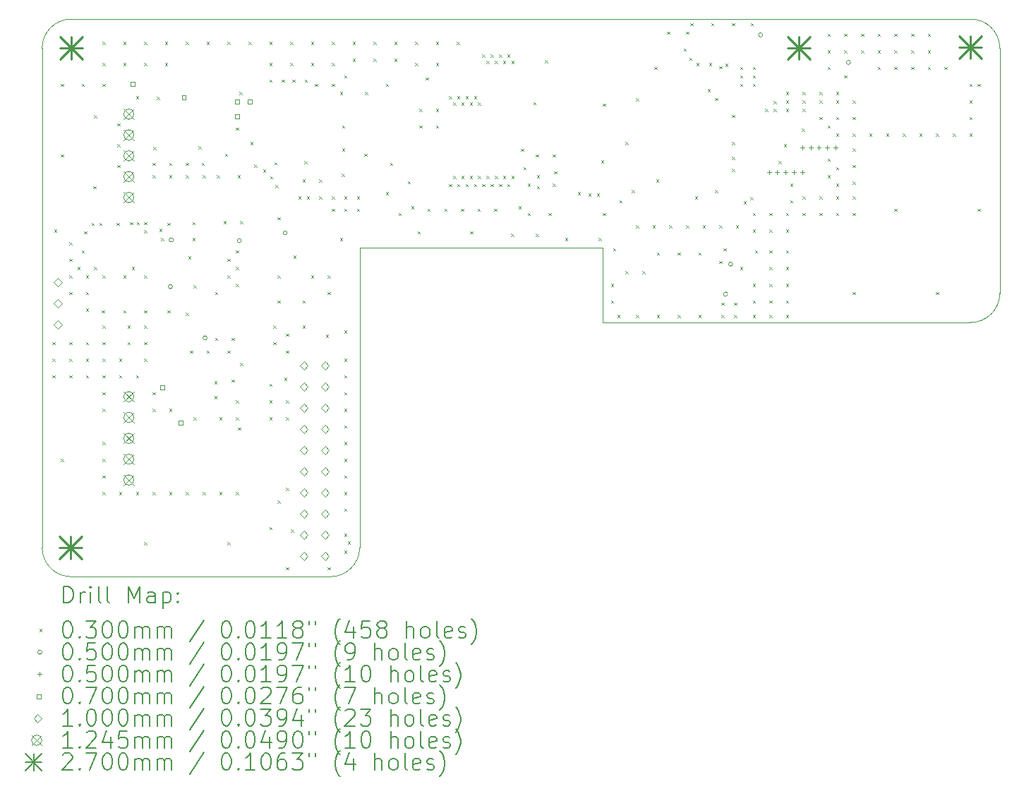
<source format=gbr>
%TF.GenerationSoftware,KiCad,Pcbnew,8.0.8*%
%TF.CreationDate,2025-02-15T01:31:14-07:00*%
%TF.ProjectId,ECE Capstone PCB Design,45434520-4361-4707-9374-6f6e65205043,rev?*%
%TF.SameCoordinates,Original*%
%TF.FileFunction,Drillmap*%
%TF.FilePolarity,Positive*%
%FSLAX45Y45*%
G04 Gerber Fmt 4.5, Leading zero omitted, Abs format (unit mm)*
G04 Created by KiCad (PCBNEW 8.0.8) date 2025-02-15 01:31:14*
%MOMM*%
%LPD*%
G01*
G04 APERTURE LIST*
%ADD10C,0.050000*%
%ADD11C,0.200000*%
%ADD12C,0.100000*%
%ADD13C,0.124460*%
%ADD14C,0.270000*%
G04 APERTURE END LIST*
D10*
X23750000Y-5060000D02*
X23750000Y-8000000D01*
X16071000Y-7450000D02*
X18986000Y-7450000D01*
X16070000Y-11050000D02*
G75*
G02*
X15720000Y-11400000I-350000J0D01*
G01*
X18986000Y-7450000D02*
X18986000Y-8350000D01*
X12260000Y-11050000D02*
X12260000Y-5060000D01*
X12610000Y-11400000D02*
G75*
G02*
X12260000Y-11050000I0J350000D01*
G01*
X16070000Y-11050000D02*
X16071000Y-7450000D01*
X15720000Y-11400000D02*
X12610000Y-11400000D01*
X12260000Y-5060000D02*
G75*
G02*
X12610000Y-4710000I350000J0D01*
G01*
X23750000Y-8000000D02*
G75*
G02*
X23400000Y-8350000I-350000J0D01*
G01*
X12610000Y-4710000D02*
X23400000Y-4710000D01*
X23400000Y-8350000D02*
X18986000Y-8350000D01*
X23400000Y-4710000D02*
G75*
G02*
X23750000Y-5060000I0J-350000D01*
G01*
D11*
D12*
X12385000Y-8585000D02*
X12415000Y-8615000D01*
X12415000Y-8585000D02*
X12385000Y-8615000D01*
X12385000Y-8785000D02*
X12415000Y-8815000D01*
X12415000Y-8785000D02*
X12385000Y-8815000D01*
X12385000Y-8985000D02*
X12415000Y-9015000D01*
X12415000Y-8985000D02*
X12385000Y-9015000D01*
X12405000Y-7235000D02*
X12435000Y-7265000D01*
X12435000Y-7235000D02*
X12405000Y-7265000D01*
X12485000Y-5485000D02*
X12515000Y-5515000D01*
X12515000Y-5485000D02*
X12485000Y-5515000D01*
X12485000Y-6335000D02*
X12515000Y-6365000D01*
X12515000Y-6335000D02*
X12485000Y-6365000D01*
X12485000Y-9985000D02*
X12515000Y-10015000D01*
X12515000Y-9985000D02*
X12485000Y-10015000D01*
X12585000Y-7385000D02*
X12615000Y-7415000D01*
X12615000Y-7385000D02*
X12585000Y-7415000D01*
X12585000Y-7585000D02*
X12615000Y-7615000D01*
X12615000Y-7585000D02*
X12585000Y-7615000D01*
X12585000Y-7785000D02*
X12615000Y-7815000D01*
X12615000Y-7785000D02*
X12585000Y-7815000D01*
X12585000Y-7985000D02*
X12615000Y-8015000D01*
X12615000Y-7985000D02*
X12585000Y-8015000D01*
X12585000Y-8585000D02*
X12615000Y-8615000D01*
X12615000Y-8585000D02*
X12585000Y-8615000D01*
X12585000Y-8785000D02*
X12615000Y-8815000D01*
X12615000Y-8785000D02*
X12585000Y-8815000D01*
X12585000Y-8985000D02*
X12615000Y-9015000D01*
X12615000Y-8985000D02*
X12585000Y-9015000D01*
X12685000Y-7685000D02*
X12715000Y-7715000D01*
X12715000Y-7685000D02*
X12685000Y-7715000D01*
X12735000Y-5485000D02*
X12765000Y-5515000D01*
X12765000Y-5485000D02*
X12735000Y-5515000D01*
X12735000Y-7485000D02*
X12765000Y-7515000D01*
X12765000Y-7485000D02*
X12735000Y-7515000D01*
X12765000Y-7255000D02*
X12795000Y-7285000D01*
X12795000Y-7255000D02*
X12765000Y-7285000D01*
X12785000Y-7785000D02*
X12815000Y-7815000D01*
X12815000Y-7785000D02*
X12785000Y-7815000D01*
X12785000Y-7985000D02*
X12815000Y-8015000D01*
X12815000Y-7985000D02*
X12785000Y-8015000D01*
X12785000Y-8185000D02*
X12815000Y-8215000D01*
X12815000Y-8185000D02*
X12785000Y-8215000D01*
X12785000Y-8585000D02*
X12815000Y-8615000D01*
X12815000Y-8585000D02*
X12785000Y-8615000D01*
X12785000Y-8785000D02*
X12815000Y-8815000D01*
X12815000Y-8785000D02*
X12785000Y-8815000D01*
X12785000Y-8985000D02*
X12815000Y-9015000D01*
X12815000Y-8985000D02*
X12785000Y-9015000D01*
X12855000Y-7155000D02*
X12885000Y-7185000D01*
X12885000Y-7155000D02*
X12855000Y-7185000D01*
X12875000Y-6715000D02*
X12905000Y-6745000D01*
X12905000Y-6715000D02*
X12875000Y-6745000D01*
X12885000Y-5865000D02*
X12915000Y-5895000D01*
X12915000Y-5865000D02*
X12885000Y-5895000D01*
X12885000Y-7685000D02*
X12915000Y-7715000D01*
X12915000Y-7685000D02*
X12885000Y-7715000D01*
X12945000Y-7155000D02*
X12975000Y-7185000D01*
X12975000Y-7155000D02*
X12945000Y-7185000D01*
X12975000Y-8205000D02*
X13005000Y-8235000D01*
X13005000Y-8205000D02*
X12975000Y-8235000D01*
X12985000Y-4985000D02*
X13015000Y-5015000D01*
X13015000Y-4985000D02*
X12985000Y-5015000D01*
X12985000Y-5235000D02*
X13015000Y-5265000D01*
X13015000Y-5235000D02*
X12985000Y-5265000D01*
X12985000Y-5485000D02*
X13015000Y-5515000D01*
X13015000Y-5485000D02*
X12985000Y-5515000D01*
X12985000Y-7785000D02*
X13015000Y-7815000D01*
X13015000Y-7785000D02*
X12985000Y-7815000D01*
X12985000Y-8385000D02*
X13015000Y-8415000D01*
X13015000Y-8385000D02*
X12985000Y-8415000D01*
X12985000Y-8585000D02*
X13015000Y-8615000D01*
X13015000Y-8585000D02*
X12985000Y-8615000D01*
X12985000Y-8785000D02*
X13015000Y-8815000D01*
X13015000Y-8785000D02*
X12985000Y-8815000D01*
X12985000Y-8985000D02*
X13015000Y-9015000D01*
X13015000Y-8985000D02*
X12985000Y-9015000D01*
X12985000Y-9185000D02*
X13015000Y-9215000D01*
X13015000Y-9185000D02*
X12985000Y-9215000D01*
X12985000Y-9385000D02*
X13015000Y-9415000D01*
X13015000Y-9385000D02*
X12985000Y-9415000D01*
X12985000Y-9785000D02*
X13015000Y-9815000D01*
X13015000Y-9785000D02*
X12985000Y-9815000D01*
X12985000Y-9985000D02*
X13015000Y-10015000D01*
X13015000Y-9985000D02*
X12985000Y-10015000D01*
X12985000Y-10185000D02*
X13015000Y-10215000D01*
X13015000Y-10185000D02*
X12985000Y-10215000D01*
X12985000Y-10385000D02*
X13015000Y-10415000D01*
X13015000Y-10385000D02*
X12985000Y-10415000D01*
X13155000Y-7155000D02*
X13185000Y-7185000D01*
X13185000Y-7155000D02*
X13155000Y-7185000D01*
X13160000Y-5960000D02*
X13190000Y-5990000D01*
X13190000Y-5960000D02*
X13160000Y-5990000D01*
X13160000Y-6210000D02*
X13190000Y-6240000D01*
X13190000Y-6210000D02*
X13160000Y-6240000D01*
X13160000Y-6460000D02*
X13190000Y-6490000D01*
X13190000Y-6460000D02*
X13160000Y-6490000D01*
X13185000Y-8785000D02*
X13215000Y-8815000D01*
X13215000Y-8785000D02*
X13185000Y-8815000D01*
X13185000Y-8985000D02*
X13215000Y-9015000D01*
X13215000Y-8985000D02*
X13185000Y-9015000D01*
X13185000Y-10385000D02*
X13215000Y-10415000D01*
X13215000Y-10385000D02*
X13185000Y-10415000D01*
X13235000Y-4985000D02*
X13265000Y-5015000D01*
X13265000Y-4985000D02*
X13235000Y-5015000D01*
X13235000Y-5235000D02*
X13265000Y-5265000D01*
X13265000Y-5235000D02*
X13235000Y-5265000D01*
X13235000Y-7785000D02*
X13265000Y-7815000D01*
X13265000Y-7785000D02*
X13235000Y-7815000D01*
X13235000Y-8205000D02*
X13265000Y-8235000D01*
X13265000Y-8205000D02*
X13235000Y-8235000D01*
X13285000Y-8385000D02*
X13315000Y-8415000D01*
X13315000Y-8385000D02*
X13285000Y-8415000D01*
X13285000Y-8585000D02*
X13315000Y-8615000D01*
X13315000Y-8585000D02*
X13285000Y-8615000D01*
X13315000Y-7145000D02*
X13345000Y-7175000D01*
X13345000Y-7145000D02*
X13315000Y-7175000D01*
X13335000Y-7685000D02*
X13365000Y-7715000D01*
X13365000Y-7685000D02*
X13335000Y-7715000D01*
X13385000Y-5635000D02*
X13415000Y-5665000D01*
X13415000Y-5635000D02*
X13385000Y-5665000D01*
X13385000Y-8985000D02*
X13415000Y-9015000D01*
X13415000Y-8985000D02*
X13385000Y-9015000D01*
X13385000Y-10385000D02*
X13415000Y-10415000D01*
X13415000Y-10385000D02*
X13385000Y-10415000D01*
X13395000Y-7145000D02*
X13425000Y-7175000D01*
X13425000Y-7145000D02*
X13395000Y-7175000D01*
X13485000Y-4985000D02*
X13515000Y-5015000D01*
X13515000Y-4985000D02*
X13485000Y-5015000D01*
X13485000Y-5235000D02*
X13515000Y-5265000D01*
X13515000Y-5235000D02*
X13485000Y-5265000D01*
X13485000Y-7145000D02*
X13515000Y-7175000D01*
X13515000Y-7145000D02*
X13485000Y-7175000D01*
X13485000Y-7245000D02*
X13515000Y-7275000D01*
X13515000Y-7245000D02*
X13485000Y-7275000D01*
X13485000Y-7785000D02*
X13515000Y-7815000D01*
X13515000Y-7785000D02*
X13485000Y-7815000D01*
X13485000Y-8205000D02*
X13515000Y-8235000D01*
X13515000Y-8205000D02*
X13485000Y-8235000D01*
X13485000Y-8385000D02*
X13515000Y-8415000D01*
X13515000Y-8385000D02*
X13485000Y-8415000D01*
X13485000Y-8585000D02*
X13515000Y-8615000D01*
X13515000Y-8585000D02*
X13485000Y-8615000D01*
X13485000Y-8785000D02*
X13515000Y-8815000D01*
X13515000Y-8785000D02*
X13485000Y-8815000D01*
X13485000Y-10985000D02*
X13515000Y-11015000D01*
X13515000Y-10985000D02*
X13485000Y-11015000D01*
X13585000Y-6435000D02*
X13615000Y-6465000D01*
X13615000Y-6435000D02*
X13585000Y-6465000D01*
X13585000Y-6585000D02*
X13615000Y-6615000D01*
X13615000Y-6585000D02*
X13585000Y-6615000D01*
X13585000Y-9185000D02*
X13615000Y-9215000D01*
X13615000Y-9185000D02*
X13585000Y-9215000D01*
X13585000Y-9385000D02*
X13615000Y-9415000D01*
X13615000Y-9385000D02*
X13585000Y-9415000D01*
X13585000Y-10385000D02*
X13615000Y-10415000D01*
X13615000Y-10385000D02*
X13585000Y-10415000D01*
X13595000Y-6245000D02*
X13625000Y-6275000D01*
X13625000Y-6245000D02*
X13595000Y-6275000D01*
X13635000Y-5645000D02*
X13665000Y-5675000D01*
X13665000Y-5645000D02*
X13635000Y-5675000D01*
X13665000Y-7225000D02*
X13695000Y-7255000D01*
X13695000Y-7225000D02*
X13665000Y-7255000D01*
X13685000Y-7335000D02*
X13715000Y-7365000D01*
X13715000Y-7335000D02*
X13685000Y-7365000D01*
X13735000Y-4985000D02*
X13765000Y-5015000D01*
X13765000Y-4985000D02*
X13735000Y-5015000D01*
X13735000Y-5235000D02*
X13765000Y-5265000D01*
X13765000Y-5235000D02*
X13735000Y-5265000D01*
X13765000Y-7155000D02*
X13795000Y-7185000D01*
X13795000Y-7155000D02*
X13765000Y-7185000D01*
X13765000Y-8205000D02*
X13795000Y-8235000D01*
X13795000Y-8205000D02*
X13765000Y-8235000D01*
X13785000Y-6435000D02*
X13815000Y-6465000D01*
X13815000Y-6435000D02*
X13785000Y-6465000D01*
X13785000Y-6585000D02*
X13815000Y-6615000D01*
X13815000Y-6585000D02*
X13785000Y-6615000D01*
X13785000Y-9385000D02*
X13815000Y-9415000D01*
X13815000Y-9385000D02*
X13785000Y-9415000D01*
X13785000Y-10385000D02*
X13815000Y-10415000D01*
X13815000Y-10385000D02*
X13785000Y-10415000D01*
X13985000Y-4985000D02*
X14015000Y-5015000D01*
X14015000Y-4985000D02*
X13985000Y-5015000D01*
X13985000Y-6435000D02*
X14015000Y-6465000D01*
X14015000Y-6435000D02*
X13985000Y-6465000D01*
X13985000Y-6585000D02*
X14015000Y-6615000D01*
X14015000Y-6585000D02*
X13985000Y-6615000D01*
X13985000Y-8235000D02*
X14015000Y-8265000D01*
X14015000Y-8235000D02*
X13985000Y-8265000D01*
X13985000Y-10385000D02*
X14015000Y-10415000D01*
X14015000Y-10385000D02*
X13985000Y-10415000D01*
X14015000Y-7555000D02*
X14045000Y-7585000D01*
X14045000Y-7555000D02*
X14015000Y-7585000D01*
X14035000Y-8685000D02*
X14065000Y-8715000D01*
X14065000Y-8685000D02*
X14035000Y-8715000D01*
X14065000Y-7145000D02*
X14095000Y-7175000D01*
X14095000Y-7145000D02*
X14065000Y-7175000D01*
X14065000Y-7335000D02*
X14095000Y-7365000D01*
X14095000Y-7335000D02*
X14065000Y-7365000D01*
X14075000Y-7905000D02*
X14105000Y-7935000D01*
X14105000Y-7905000D02*
X14075000Y-7935000D01*
X14075000Y-9485000D02*
X14105000Y-9515000D01*
X14105000Y-9485000D02*
X14075000Y-9515000D01*
X14135000Y-6235000D02*
X14165000Y-6265000D01*
X14165000Y-6235000D02*
X14135000Y-6265000D01*
X14175000Y-6435000D02*
X14205000Y-6465000D01*
X14205000Y-6435000D02*
X14175000Y-6465000D01*
X14185000Y-6585000D02*
X14215000Y-6615000D01*
X14215000Y-6585000D02*
X14185000Y-6615000D01*
X14185000Y-10385000D02*
X14215000Y-10415000D01*
X14215000Y-10385000D02*
X14185000Y-10415000D01*
X14235000Y-4985000D02*
X14265000Y-5015000D01*
X14265000Y-4985000D02*
X14235000Y-5015000D01*
X14235000Y-8685000D02*
X14265000Y-8715000D01*
X14265000Y-8685000D02*
X14235000Y-8715000D01*
X14325000Y-9055000D02*
X14355000Y-9085000D01*
X14355000Y-9055000D02*
X14325000Y-9085000D01*
X14325000Y-9235000D02*
X14355000Y-9265000D01*
X14355000Y-9235000D02*
X14325000Y-9265000D01*
X14335000Y-7985000D02*
X14365000Y-8015000D01*
X14365000Y-7985000D02*
X14335000Y-8015000D01*
X14335000Y-8535000D02*
X14365000Y-8565000D01*
X14365000Y-8535000D02*
X14335000Y-8565000D01*
X14355000Y-6585000D02*
X14385000Y-6615000D01*
X14385000Y-6585000D02*
X14355000Y-6615000D01*
X14385000Y-9485000D02*
X14415000Y-9515000D01*
X14415000Y-9485000D02*
X14385000Y-9515000D01*
X14385000Y-10385000D02*
X14415000Y-10415000D01*
X14415000Y-10385000D02*
X14385000Y-10415000D01*
X14435000Y-7135000D02*
X14465000Y-7165000D01*
X14465000Y-7135000D02*
X14435000Y-7165000D01*
X14455000Y-6325000D02*
X14485000Y-6355000D01*
X14485000Y-6325000D02*
X14455000Y-6355000D01*
X14485000Y-4985000D02*
X14515000Y-5015000D01*
X14515000Y-4985000D02*
X14485000Y-5015000D01*
X14485000Y-7585000D02*
X14515000Y-7615000D01*
X14515000Y-7585000D02*
X14485000Y-7615000D01*
X14485000Y-7785000D02*
X14515000Y-7815000D01*
X14515000Y-7785000D02*
X14485000Y-7815000D01*
X14485000Y-8685000D02*
X14515000Y-8715000D01*
X14515000Y-8685000D02*
X14485000Y-8715000D01*
X14485000Y-10985000D02*
X14515000Y-11015000D01*
X14515000Y-10985000D02*
X14485000Y-11015000D01*
X14535000Y-8535000D02*
X14565000Y-8565000D01*
X14565000Y-8535000D02*
X14535000Y-8565000D01*
X14535000Y-9035000D02*
X14565000Y-9065000D01*
X14565000Y-9035000D02*
X14535000Y-9065000D01*
X14585000Y-6010000D02*
X14615000Y-6040000D01*
X14615000Y-6010000D02*
X14585000Y-6040000D01*
X14585000Y-7485000D02*
X14615000Y-7515000D01*
X14615000Y-7485000D02*
X14585000Y-7515000D01*
X14585000Y-7685000D02*
X14615000Y-7715000D01*
X14615000Y-7685000D02*
X14585000Y-7715000D01*
X14585000Y-7885000D02*
X14615000Y-7915000D01*
X14615000Y-7885000D02*
X14585000Y-7915000D01*
X14585000Y-9285000D02*
X14615000Y-9315000D01*
X14615000Y-9285000D02*
X14585000Y-9315000D01*
X14585000Y-9485000D02*
X14615000Y-9515000D01*
X14615000Y-9485000D02*
X14585000Y-9515000D01*
X14585000Y-10385000D02*
X14615000Y-10415000D01*
X14615000Y-10385000D02*
X14585000Y-10415000D01*
X14605000Y-6585000D02*
X14635000Y-6615000D01*
X14635000Y-6585000D02*
X14605000Y-6615000D01*
X14611000Y-9611000D02*
X14641000Y-9641000D01*
X14641000Y-9611000D02*
X14611000Y-9641000D01*
X14625000Y-5585000D02*
X14655000Y-5615000D01*
X14655000Y-5585000D02*
X14625000Y-5615000D01*
X14635000Y-7135000D02*
X14665000Y-7165000D01*
X14665000Y-7135000D02*
X14635000Y-7165000D01*
X14635000Y-8835000D02*
X14665000Y-8865000D01*
X14665000Y-8835000D02*
X14635000Y-8865000D01*
X14735000Y-4985000D02*
X14765000Y-5015000D01*
X14765000Y-4985000D02*
X14735000Y-5015000D01*
X14760000Y-6185000D02*
X14790000Y-6215000D01*
X14790000Y-6185000D02*
X14760000Y-6215000D01*
X14805000Y-6455000D02*
X14835000Y-6485000D01*
X14835000Y-6455000D02*
X14805000Y-6485000D01*
X14910000Y-6515000D02*
X14940000Y-6545000D01*
X14940000Y-6515000D02*
X14910000Y-6545000D01*
X14985000Y-4985000D02*
X15015000Y-5015000D01*
X15015000Y-4985000D02*
X14985000Y-5015000D01*
X14985000Y-5235000D02*
X15015000Y-5265000D01*
X15015000Y-5235000D02*
X14985000Y-5265000D01*
X14985000Y-5435000D02*
X15015000Y-5465000D01*
X15015000Y-5435000D02*
X14985000Y-5465000D01*
X14985000Y-9085000D02*
X15015000Y-9115000D01*
X15015000Y-9085000D02*
X14985000Y-9115000D01*
X14985000Y-9285000D02*
X15015000Y-9315000D01*
X15015000Y-9285000D02*
X14985000Y-9315000D01*
X14985000Y-9485000D02*
X15015000Y-9515000D01*
X15015000Y-9485000D02*
X14985000Y-9515000D01*
X14985000Y-10805000D02*
X15015000Y-10835000D01*
X15015000Y-10805000D02*
X14985000Y-10835000D01*
X14995000Y-6595000D02*
X15025000Y-6625000D01*
X15025000Y-6595000D02*
X14995000Y-6625000D01*
X15035000Y-8385000D02*
X15065000Y-8415000D01*
X15065000Y-8385000D02*
X15035000Y-8415000D01*
X15035000Y-8585000D02*
X15065000Y-8615000D01*
X15065000Y-8585000D02*
X15035000Y-8615000D01*
X15045000Y-6425000D02*
X15075000Y-6455000D01*
X15075000Y-6425000D02*
X15045000Y-6455000D01*
X15060000Y-6700000D02*
X15090000Y-6730000D01*
X15090000Y-6700000D02*
X15060000Y-6730000D01*
X15085000Y-7085000D02*
X15115000Y-7115000D01*
X15115000Y-7085000D02*
X15085000Y-7115000D01*
X15085000Y-7785000D02*
X15115000Y-7815000D01*
X15115000Y-7785000D02*
X15085000Y-7815000D01*
X15085000Y-8085000D02*
X15115000Y-8115000D01*
X15115000Y-8085000D02*
X15085000Y-8115000D01*
X15085000Y-10485000D02*
X15115000Y-10515000D01*
X15115000Y-10485000D02*
X15085000Y-10515000D01*
X15135000Y-5435000D02*
X15165000Y-5465000D01*
X15165000Y-5435000D02*
X15135000Y-5465000D01*
X15165000Y-9015000D02*
X15195000Y-9045000D01*
X15195000Y-9015000D02*
X15165000Y-9045000D01*
X15185000Y-8485000D02*
X15215000Y-8515000D01*
X15215000Y-8485000D02*
X15185000Y-8515000D01*
X15185000Y-8685000D02*
X15215000Y-8715000D01*
X15215000Y-8685000D02*
X15185000Y-8715000D01*
X15185000Y-9285000D02*
X15215000Y-9315000D01*
X15215000Y-9285000D02*
X15185000Y-9315000D01*
X15185000Y-9485000D02*
X15215000Y-9515000D01*
X15215000Y-9485000D02*
X15185000Y-9515000D01*
X15185000Y-10335000D02*
X15215000Y-10365000D01*
X15215000Y-10335000D02*
X15185000Y-10365000D01*
X15185000Y-11285000D02*
X15215000Y-11315000D01*
X15215000Y-11285000D02*
X15185000Y-11315000D01*
X15235000Y-4985000D02*
X15265000Y-5015000D01*
X15265000Y-4985000D02*
X15235000Y-5015000D01*
X15235000Y-5235000D02*
X15265000Y-5265000D01*
X15265000Y-5235000D02*
X15235000Y-5265000D01*
X15245000Y-10835000D02*
X15275000Y-10865000D01*
X15275000Y-10835000D02*
X15245000Y-10865000D01*
X15260000Y-5435000D02*
X15290000Y-5465000D01*
X15290000Y-5435000D02*
X15260000Y-5465000D01*
X15275000Y-7547780D02*
X15305000Y-7577780D01*
X15305000Y-7547780D02*
X15275000Y-7577780D01*
X15335000Y-6835000D02*
X15365000Y-6865000D01*
X15365000Y-6835000D02*
X15335000Y-6865000D01*
X15385000Y-6635000D02*
X15415000Y-6665000D01*
X15415000Y-6635000D02*
X15385000Y-6665000D01*
X15385000Y-8085000D02*
X15415000Y-8115000D01*
X15415000Y-8085000D02*
X15385000Y-8115000D01*
X15385000Y-8385000D02*
X15415000Y-8415000D01*
X15415000Y-8385000D02*
X15385000Y-8415000D01*
X15405000Y-6415000D02*
X15435000Y-6445000D01*
X15435000Y-6415000D02*
X15405000Y-6445000D01*
X15410000Y-5435000D02*
X15440000Y-5465000D01*
X15440000Y-5435000D02*
X15410000Y-5465000D01*
X15435000Y-6835000D02*
X15465000Y-6865000D01*
X15465000Y-6835000D02*
X15435000Y-6865000D01*
X15485000Y-4985000D02*
X15515000Y-5015000D01*
X15515000Y-4985000D02*
X15485000Y-5015000D01*
X15485000Y-5235000D02*
X15515000Y-5265000D01*
X15515000Y-5235000D02*
X15485000Y-5265000D01*
X15485000Y-7785000D02*
X15515000Y-7815000D01*
X15515000Y-7785000D02*
X15485000Y-7815000D01*
X15535000Y-5485000D02*
X15565000Y-5515000D01*
X15565000Y-5485000D02*
X15535000Y-5515000D01*
X15585000Y-6635000D02*
X15615000Y-6665000D01*
X15615000Y-6635000D02*
X15585000Y-6665000D01*
X15585000Y-6835000D02*
X15615000Y-6865000D01*
X15615000Y-6835000D02*
X15585000Y-6865000D01*
X15665000Y-8495000D02*
X15695000Y-8525000D01*
X15695000Y-8495000D02*
X15665000Y-8525000D01*
X15685000Y-7785000D02*
X15715000Y-7815000D01*
X15715000Y-7785000D02*
X15685000Y-7815000D01*
X15685000Y-7985000D02*
X15715000Y-8015000D01*
X15715000Y-7985000D02*
X15685000Y-8015000D01*
X15685000Y-11285000D02*
X15715000Y-11315000D01*
X15715000Y-11285000D02*
X15685000Y-11315000D01*
X15735000Y-4985000D02*
X15765000Y-5015000D01*
X15765000Y-4985000D02*
X15735000Y-5015000D01*
X15735000Y-5235000D02*
X15765000Y-5265000D01*
X15765000Y-5235000D02*
X15735000Y-5265000D01*
X15735000Y-5485000D02*
X15765000Y-5515000D01*
X15765000Y-5485000D02*
X15735000Y-5515000D01*
X15735000Y-6835000D02*
X15765000Y-6865000D01*
X15765000Y-6835000D02*
X15735000Y-6865000D01*
X15735000Y-6985000D02*
X15765000Y-7015000D01*
X15765000Y-6985000D02*
X15735000Y-7015000D01*
X15835000Y-5585000D02*
X15865000Y-5615000D01*
X15865000Y-5585000D02*
X15835000Y-5615000D01*
X15835000Y-7335000D02*
X15865000Y-7365000D01*
X15865000Y-7335000D02*
X15835000Y-7365000D01*
X15855000Y-6565000D02*
X15885000Y-6595000D01*
X15885000Y-6565000D02*
X15855000Y-6595000D01*
X15860000Y-5985000D02*
X15890000Y-6015000D01*
X15890000Y-5985000D02*
X15860000Y-6015000D01*
X15860000Y-6260000D02*
X15890000Y-6290000D01*
X15890000Y-6260000D02*
X15860000Y-6290000D01*
X15885000Y-5385000D02*
X15915000Y-5415000D01*
X15915000Y-5385000D02*
X15885000Y-5415000D01*
X15885000Y-6835000D02*
X15915000Y-6865000D01*
X15915000Y-6835000D02*
X15885000Y-6865000D01*
X15885000Y-6985000D02*
X15915000Y-7015000D01*
X15915000Y-6985000D02*
X15885000Y-7015000D01*
X15885000Y-8445000D02*
X15915000Y-8475000D01*
X15915000Y-8445000D02*
X15885000Y-8475000D01*
X15885000Y-8785000D02*
X15915000Y-8815000D01*
X15915000Y-8785000D02*
X15885000Y-8815000D01*
X15885000Y-8985000D02*
X15915000Y-9015000D01*
X15915000Y-8985000D02*
X15885000Y-9015000D01*
X15885000Y-9185000D02*
X15915000Y-9215000D01*
X15915000Y-9185000D02*
X15885000Y-9215000D01*
X15885000Y-9385000D02*
X15915000Y-9415000D01*
X15915000Y-9385000D02*
X15885000Y-9415000D01*
X15885000Y-9585000D02*
X15915000Y-9615000D01*
X15915000Y-9585000D02*
X15885000Y-9615000D01*
X15885000Y-9785000D02*
X15915000Y-9815000D01*
X15915000Y-9785000D02*
X15885000Y-9815000D01*
X15885000Y-9985000D02*
X15915000Y-10015000D01*
X15915000Y-9985000D02*
X15885000Y-10015000D01*
X15885000Y-10185000D02*
X15915000Y-10215000D01*
X15915000Y-10185000D02*
X15885000Y-10215000D01*
X15885000Y-10385000D02*
X15915000Y-10415000D01*
X15915000Y-10385000D02*
X15885000Y-10415000D01*
X15885000Y-10585000D02*
X15915000Y-10615000D01*
X15915000Y-10585000D02*
X15885000Y-10615000D01*
X15885000Y-10885000D02*
X15915000Y-10915000D01*
X15915000Y-10885000D02*
X15885000Y-10915000D01*
X15885000Y-11085000D02*
X15915000Y-11115000D01*
X15915000Y-11085000D02*
X15885000Y-11115000D01*
X15925000Y-10975000D02*
X15955000Y-11005000D01*
X15955000Y-10975000D02*
X15925000Y-11005000D01*
X15985000Y-4985000D02*
X16015000Y-5015000D01*
X16015000Y-4985000D02*
X15985000Y-5015000D01*
X15985000Y-5185000D02*
X16015000Y-5215000D01*
X16015000Y-5185000D02*
X15985000Y-5215000D01*
X16035000Y-6835000D02*
X16065000Y-6865000D01*
X16065000Y-6835000D02*
X16035000Y-6865000D01*
X16035000Y-6985000D02*
X16065000Y-7015000D01*
X16065000Y-6985000D02*
X16035000Y-7015000D01*
X16125000Y-6325000D02*
X16155000Y-6355000D01*
X16155000Y-6325000D02*
X16125000Y-6355000D01*
X16135000Y-5585000D02*
X16165000Y-5615000D01*
X16165000Y-5585000D02*
X16135000Y-5615000D01*
X16235000Y-4985000D02*
X16265000Y-5015000D01*
X16265000Y-4985000D02*
X16235000Y-5015000D01*
X16235000Y-5185000D02*
X16265000Y-5215000D01*
X16265000Y-5185000D02*
X16235000Y-5215000D01*
X16385000Y-5485000D02*
X16415000Y-5515000D01*
X16415000Y-5485000D02*
X16385000Y-5515000D01*
X16385000Y-6785000D02*
X16415000Y-6815000D01*
X16415000Y-6785000D02*
X16385000Y-6815000D01*
X16435000Y-6435000D02*
X16465000Y-6465000D01*
X16465000Y-6435000D02*
X16435000Y-6465000D01*
X16485000Y-4985000D02*
X16515000Y-5015000D01*
X16515000Y-4985000D02*
X16485000Y-5015000D01*
X16485000Y-5185000D02*
X16515000Y-5215000D01*
X16515000Y-5185000D02*
X16485000Y-5215000D01*
X16535000Y-7035000D02*
X16565000Y-7065000D01*
X16565000Y-7035000D02*
X16535000Y-7065000D01*
X16645000Y-6655000D02*
X16675000Y-6685000D01*
X16675000Y-6655000D02*
X16645000Y-6685000D01*
X16690378Y-6955000D02*
X16720378Y-6985000D01*
X16720378Y-6955000D02*
X16690378Y-6985000D01*
X16735000Y-4985000D02*
X16765000Y-5015000D01*
X16765000Y-4985000D02*
X16735000Y-5015000D01*
X16735000Y-5235000D02*
X16765000Y-5265000D01*
X16765000Y-5235000D02*
X16735000Y-5265000D01*
X16765000Y-7255000D02*
X16795000Y-7285000D01*
X16795000Y-7255000D02*
X16765000Y-7285000D01*
X16785000Y-5785000D02*
X16815000Y-5815000D01*
X16815000Y-5785000D02*
X16785000Y-5815000D01*
X16785000Y-5985000D02*
X16815000Y-6015000D01*
X16815000Y-5985000D02*
X16785000Y-6015000D01*
X16860000Y-5410000D02*
X16890000Y-5440000D01*
X16890000Y-5410000D02*
X16860000Y-5440000D01*
X16885000Y-6985000D02*
X16915000Y-7015000D01*
X16915000Y-6985000D02*
X16885000Y-7015000D01*
X16985000Y-4985000D02*
X17015000Y-5015000D01*
X17015000Y-4985000D02*
X16985000Y-5015000D01*
X16985000Y-5235000D02*
X17015000Y-5265000D01*
X17015000Y-5235000D02*
X16985000Y-5265000D01*
X16985000Y-5785000D02*
X17015000Y-5815000D01*
X17015000Y-5785000D02*
X16985000Y-5815000D01*
X16985000Y-5985000D02*
X17015000Y-6015000D01*
X17015000Y-5985000D02*
X16985000Y-6015000D01*
X17085000Y-6985000D02*
X17115000Y-7015000D01*
X17115000Y-6985000D02*
X17085000Y-7015000D01*
X17140491Y-5635000D02*
X17170491Y-5665000D01*
X17170491Y-5635000D02*
X17140491Y-5665000D01*
X17140491Y-6690491D02*
X17170491Y-6720491D01*
X17170491Y-6690491D02*
X17140491Y-6720491D01*
X17190504Y-5710000D02*
X17220504Y-5740000D01*
X17220504Y-5710000D02*
X17190504Y-5740000D01*
X17190504Y-6590504D02*
X17220504Y-6620504D01*
X17220504Y-6590504D02*
X17190504Y-6620504D01*
X17235000Y-4985000D02*
X17265000Y-5015000D01*
X17265000Y-4985000D02*
X17235000Y-5015000D01*
X17240516Y-5635000D02*
X17270516Y-5665000D01*
X17270516Y-5635000D02*
X17240516Y-5665000D01*
X17240516Y-6690516D02*
X17270516Y-6720516D01*
X17270516Y-6690516D02*
X17240516Y-6720516D01*
X17285000Y-6985000D02*
X17315000Y-7015000D01*
X17315000Y-6985000D02*
X17285000Y-7015000D01*
X17290529Y-5710000D02*
X17320529Y-5740000D01*
X17320529Y-5710000D02*
X17290529Y-5740000D01*
X17290529Y-6590529D02*
X17320529Y-6620529D01*
X17320529Y-6590529D02*
X17290529Y-6620529D01*
X17340541Y-5635000D02*
X17370541Y-5665000D01*
X17370541Y-5635000D02*
X17340541Y-5665000D01*
X17340541Y-6690541D02*
X17370541Y-6720541D01*
X17370541Y-6690541D02*
X17340541Y-6720541D01*
X17390554Y-5710000D02*
X17420554Y-5740000D01*
X17420554Y-5710000D02*
X17390554Y-5740000D01*
X17390554Y-6590554D02*
X17420554Y-6620554D01*
X17420554Y-6590554D02*
X17390554Y-6620554D01*
X17395000Y-7255000D02*
X17425000Y-7285000D01*
X17425000Y-7255000D02*
X17395000Y-7285000D01*
X17440567Y-5635000D02*
X17470567Y-5665000D01*
X17470567Y-5635000D02*
X17440567Y-5665000D01*
X17440567Y-6690567D02*
X17470567Y-6720567D01*
X17470567Y-6690567D02*
X17440567Y-6720567D01*
X17485000Y-6985000D02*
X17515000Y-7015000D01*
X17515000Y-6985000D02*
X17485000Y-7015000D01*
X17490579Y-5710000D02*
X17520579Y-5740000D01*
X17520579Y-5710000D02*
X17490579Y-5740000D01*
X17490579Y-6590579D02*
X17520579Y-6620579D01*
X17520579Y-6590579D02*
X17490579Y-6620579D01*
X17540592Y-5135000D02*
X17570592Y-5165000D01*
X17570592Y-5135000D02*
X17540592Y-5165000D01*
X17540592Y-6690592D02*
X17570592Y-6720592D01*
X17570592Y-6690592D02*
X17540592Y-6720592D01*
X17590604Y-5210000D02*
X17620604Y-5240000D01*
X17620604Y-5210000D02*
X17590604Y-5240000D01*
X17590604Y-6590604D02*
X17620604Y-6620604D01*
X17620604Y-6590604D02*
X17590604Y-6620604D01*
X17640617Y-5135000D02*
X17670617Y-5165000D01*
X17670617Y-5135000D02*
X17640617Y-5165000D01*
X17640617Y-6690617D02*
X17670617Y-6720617D01*
X17670617Y-6690617D02*
X17640617Y-6720617D01*
X17685000Y-6985000D02*
X17715000Y-7015000D01*
X17715000Y-6985000D02*
X17685000Y-7015000D01*
X17690630Y-5210000D02*
X17720630Y-5240000D01*
X17720630Y-5210000D02*
X17690630Y-5240000D01*
X17690630Y-6590630D02*
X17720630Y-6620630D01*
X17720630Y-6590630D02*
X17690630Y-6620630D01*
X17740642Y-5135000D02*
X17770642Y-5165000D01*
X17770642Y-5135000D02*
X17740642Y-5165000D01*
X17740642Y-6690642D02*
X17770642Y-6720642D01*
X17770642Y-6690642D02*
X17740642Y-6720642D01*
X17790655Y-5210000D02*
X17820655Y-5240000D01*
X17820655Y-5210000D02*
X17790655Y-5240000D01*
X17790655Y-6590655D02*
X17820655Y-6620655D01*
X17820655Y-6590655D02*
X17790655Y-6620655D01*
X17840667Y-5135000D02*
X17870667Y-5165000D01*
X17870667Y-5135000D02*
X17840667Y-5165000D01*
X17840667Y-6690667D02*
X17870667Y-6720667D01*
X17870667Y-6690667D02*
X17840667Y-6720667D01*
X17885000Y-7285000D02*
X17915000Y-7315000D01*
X17915000Y-7285000D02*
X17885000Y-7315000D01*
X17890680Y-5210000D02*
X17920680Y-5240000D01*
X17920680Y-5210000D02*
X17890680Y-5240000D01*
X17890680Y-6590680D02*
X17920680Y-6620680D01*
X17920680Y-6590680D02*
X17890680Y-6620680D01*
X17975000Y-6955000D02*
X18005000Y-6985000D01*
X18005000Y-6955000D02*
X17975000Y-6985000D01*
X18005000Y-6265000D02*
X18035000Y-6295000D01*
X18035000Y-6265000D02*
X18005000Y-6295000D01*
X18035000Y-6485000D02*
X18065000Y-6515000D01*
X18065000Y-6485000D02*
X18035000Y-6515000D01*
X18085000Y-6685000D02*
X18115000Y-6715000D01*
X18115000Y-6685000D02*
X18085000Y-6715000D01*
X18085000Y-7035000D02*
X18115000Y-7065000D01*
X18115000Y-7035000D02*
X18085000Y-7065000D01*
X18155000Y-5705000D02*
X18185000Y-5735000D01*
X18185000Y-5705000D02*
X18155000Y-5735000D01*
X18185000Y-6335000D02*
X18215000Y-6365000D01*
X18215000Y-6335000D02*
X18185000Y-6365000D01*
X18185000Y-7285000D02*
X18215000Y-7315000D01*
X18215000Y-7285000D02*
X18185000Y-7315000D01*
X18195000Y-6585000D02*
X18225000Y-6615000D01*
X18225000Y-6585000D02*
X18195000Y-6615000D01*
X18195000Y-6715000D02*
X18225000Y-6745000D01*
X18225000Y-6715000D02*
X18195000Y-6745000D01*
X18295000Y-5205000D02*
X18325000Y-5235000D01*
X18325000Y-5205000D02*
X18295000Y-5235000D01*
X18335000Y-7035000D02*
X18365000Y-7065000D01*
X18365000Y-7035000D02*
X18335000Y-7065000D01*
X18385000Y-6335000D02*
X18415000Y-6365000D01*
X18415000Y-6335000D02*
X18385000Y-6365000D01*
X18385000Y-6685000D02*
X18415000Y-6715000D01*
X18415000Y-6685000D02*
X18385000Y-6715000D01*
X18405000Y-6535000D02*
X18435000Y-6565000D01*
X18435000Y-6535000D02*
X18405000Y-6565000D01*
X18535000Y-7335000D02*
X18565000Y-7365000D01*
X18565000Y-7335000D02*
X18535000Y-7365000D01*
X18685000Y-6785000D02*
X18715000Y-6815000D01*
X18715000Y-6785000D02*
X18685000Y-6815000D01*
X18815000Y-6805000D02*
X18845000Y-6835000D01*
X18845000Y-6805000D02*
X18815000Y-6835000D01*
X18915000Y-6805000D02*
X18945000Y-6835000D01*
X18945000Y-6805000D02*
X18915000Y-6835000D01*
X18935000Y-7335000D02*
X18965000Y-7365000D01*
X18965000Y-7335000D02*
X18935000Y-7365000D01*
X18965000Y-6405000D02*
X18995000Y-6435000D01*
X18995000Y-6405000D02*
X18965000Y-6435000D01*
X18985000Y-5725000D02*
X19015000Y-5755000D01*
X19015000Y-5725000D02*
X18985000Y-5755000D01*
X18985000Y-7035000D02*
X19015000Y-7065000D01*
X19015000Y-7035000D02*
X18985000Y-7065000D01*
X19085000Y-7885000D02*
X19115000Y-7915000D01*
X19115000Y-7885000D02*
X19085000Y-7915000D01*
X19085000Y-8085000D02*
X19115000Y-8115000D01*
X19115000Y-8085000D02*
X19085000Y-8115000D01*
X19110000Y-7460000D02*
X19140000Y-7490000D01*
X19140000Y-7460000D02*
X19110000Y-7490000D01*
X19160000Y-8260000D02*
X19190000Y-8290000D01*
X19190000Y-8260000D02*
X19160000Y-8290000D01*
X19185000Y-6885000D02*
X19215000Y-6915000D01*
X19215000Y-6885000D02*
X19185000Y-6915000D01*
X19260000Y-6185000D02*
X19290000Y-6215000D01*
X19290000Y-6185000D02*
X19260000Y-6215000D01*
X19260000Y-7735000D02*
X19290000Y-7765000D01*
X19290000Y-7735000D02*
X19260000Y-7765000D01*
X19335000Y-6760000D02*
X19365000Y-6790000D01*
X19365000Y-6760000D02*
X19335000Y-6790000D01*
X19385000Y-5660000D02*
X19415000Y-5690000D01*
X19415000Y-5660000D02*
X19385000Y-5690000D01*
X19385000Y-7185000D02*
X19415000Y-7215000D01*
X19415000Y-7185000D02*
X19385000Y-7215000D01*
X19385000Y-8260000D02*
X19415000Y-8290000D01*
X19415000Y-8260000D02*
X19385000Y-8290000D01*
X19460000Y-7735000D02*
X19490000Y-7765000D01*
X19490000Y-7735000D02*
X19460000Y-7765000D01*
X19585000Y-7185000D02*
X19615000Y-7215000D01*
X19615000Y-7185000D02*
X19585000Y-7215000D01*
X19605000Y-5285000D02*
X19635000Y-5315000D01*
X19635000Y-5285000D02*
X19605000Y-5315000D01*
X19625000Y-6635000D02*
X19655000Y-6665000D01*
X19655000Y-6635000D02*
X19625000Y-6665000D01*
X19635000Y-7510000D02*
X19665000Y-7540000D01*
X19665000Y-7510000D02*
X19635000Y-7540000D01*
X19635000Y-8260000D02*
X19665000Y-8290000D01*
X19665000Y-8260000D02*
X19635000Y-8290000D01*
X19760000Y-4860000D02*
X19790000Y-4890000D01*
X19790000Y-4860000D02*
X19760000Y-4890000D01*
X19785000Y-7185000D02*
X19815000Y-7215000D01*
X19815000Y-7185000D02*
X19785000Y-7215000D01*
X19885000Y-7510000D02*
X19915000Y-7540000D01*
X19915000Y-7510000D02*
X19885000Y-7540000D01*
X19885000Y-8260000D02*
X19915000Y-8290000D01*
X19915000Y-8260000D02*
X19885000Y-8290000D01*
X19955000Y-5065000D02*
X19985000Y-5095000D01*
X19985000Y-5065000D02*
X19955000Y-5095000D01*
X19985000Y-4860000D02*
X20015000Y-4890000D01*
X20015000Y-4860000D02*
X19985000Y-4890000D01*
X19985000Y-7185000D02*
X20015000Y-7215000D01*
X20015000Y-7185000D02*
X19985000Y-7215000D01*
X20025000Y-5175000D02*
X20055000Y-5205000D01*
X20055000Y-5175000D02*
X20025000Y-5205000D01*
X20035000Y-4760000D02*
X20065000Y-4790000D01*
X20065000Y-4760000D02*
X20035000Y-4790000D01*
X20092840Y-6835000D02*
X20122840Y-6865000D01*
X20122840Y-6835000D02*
X20092840Y-6865000D01*
X20110000Y-5235000D02*
X20140000Y-5265000D01*
X20140000Y-5235000D02*
X20110000Y-5265000D01*
X20135000Y-7510000D02*
X20165000Y-7540000D01*
X20165000Y-7510000D02*
X20135000Y-7540000D01*
X20135000Y-8260000D02*
X20165000Y-8290000D01*
X20165000Y-8260000D02*
X20135000Y-8290000D01*
X20185000Y-7185000D02*
X20215000Y-7215000D01*
X20215000Y-7185000D02*
X20185000Y-7215000D01*
X20242840Y-5552160D02*
X20272840Y-5582160D01*
X20272840Y-5552160D02*
X20242840Y-5582160D01*
X20260000Y-5235000D02*
X20290000Y-5265000D01*
X20290000Y-5235000D02*
X20260000Y-5265000D01*
X20285000Y-4760000D02*
X20315000Y-4790000D01*
X20315000Y-4760000D02*
X20285000Y-4790000D01*
X20335000Y-5655000D02*
X20365000Y-5685000D01*
X20365000Y-5655000D02*
X20335000Y-5685000D01*
X20335000Y-6760000D02*
X20365000Y-6790000D01*
X20365000Y-6760000D02*
X20335000Y-6790000D01*
X20385000Y-5275000D02*
X20415000Y-5305000D01*
X20415000Y-5275000D02*
X20385000Y-5305000D01*
X20385000Y-7185000D02*
X20415000Y-7215000D01*
X20415000Y-7185000D02*
X20385000Y-7215000D01*
X20385000Y-7610000D02*
X20415000Y-7640000D01*
X20415000Y-7610000D02*
X20385000Y-7640000D01*
X20410000Y-8110000D02*
X20440000Y-8140000D01*
X20440000Y-8110000D02*
X20410000Y-8140000D01*
X20410000Y-8260000D02*
X20440000Y-8290000D01*
X20440000Y-8260000D02*
X20410000Y-8290000D01*
X20435000Y-7460000D02*
X20465000Y-7490000D01*
X20465000Y-7460000D02*
X20435000Y-7490000D01*
X20455000Y-5245000D02*
X20485000Y-5275000D01*
X20485000Y-5245000D02*
X20455000Y-5275000D01*
X20535000Y-4760000D02*
X20565000Y-4790000D01*
X20565000Y-4760000D02*
X20535000Y-4790000D01*
X20535000Y-5860000D02*
X20565000Y-5890000D01*
X20565000Y-5860000D02*
X20535000Y-5890000D01*
X20535000Y-6185000D02*
X20565000Y-6215000D01*
X20565000Y-6185000D02*
X20535000Y-6215000D01*
X20535000Y-6365000D02*
X20565000Y-6395000D01*
X20565000Y-6365000D02*
X20535000Y-6395000D01*
X20535000Y-6505000D02*
X20565000Y-6535000D01*
X20565000Y-6505000D02*
X20535000Y-6535000D01*
X20560000Y-8110000D02*
X20590000Y-8140000D01*
X20590000Y-8110000D02*
X20560000Y-8140000D01*
X20560000Y-8260000D02*
X20590000Y-8290000D01*
X20590000Y-8260000D02*
X20560000Y-8290000D01*
X20585000Y-7185000D02*
X20615000Y-7215000D01*
X20615000Y-7185000D02*
X20585000Y-7215000D01*
X20635000Y-5285000D02*
X20665000Y-5315000D01*
X20665000Y-5285000D02*
X20635000Y-5315000D01*
X20635000Y-5385000D02*
X20665000Y-5415000D01*
X20665000Y-5385000D02*
X20635000Y-5415000D01*
X20635000Y-5485000D02*
X20665000Y-5515000D01*
X20665000Y-5485000D02*
X20635000Y-5515000D01*
X20635000Y-7685000D02*
X20665000Y-7715000D01*
X20665000Y-7685000D02*
X20635000Y-7715000D01*
X20675000Y-6895000D02*
X20705000Y-6925000D01*
X20705000Y-6895000D02*
X20675000Y-6925000D01*
X20755000Y-6845000D02*
X20785000Y-6875000D01*
X20785000Y-6845000D02*
X20755000Y-6875000D01*
X20760000Y-4760000D02*
X20790000Y-4790000D01*
X20790000Y-4760000D02*
X20760000Y-4790000D01*
X20785000Y-5285000D02*
X20815000Y-5315000D01*
X20815000Y-5285000D02*
X20785000Y-5315000D01*
X20785000Y-5385000D02*
X20815000Y-5415000D01*
X20815000Y-5385000D02*
X20785000Y-5415000D01*
X20785000Y-5485000D02*
X20815000Y-5515000D01*
X20815000Y-5485000D02*
X20785000Y-5515000D01*
X20785000Y-7035000D02*
X20815000Y-7065000D01*
X20815000Y-7035000D02*
X20785000Y-7065000D01*
X20785000Y-7235000D02*
X20815000Y-7265000D01*
X20815000Y-7235000D02*
X20785000Y-7265000D01*
X20785000Y-7885000D02*
X20815000Y-7915000D01*
X20815000Y-7885000D02*
X20785000Y-7915000D01*
X20785000Y-8085000D02*
X20815000Y-8115000D01*
X20815000Y-8085000D02*
X20785000Y-8115000D01*
X20785000Y-8260000D02*
X20815000Y-8290000D01*
X20815000Y-8260000D02*
X20785000Y-8290000D01*
X20810000Y-7485000D02*
X20840000Y-7515000D01*
X20840000Y-7485000D02*
X20810000Y-7515000D01*
X20935000Y-5785000D02*
X20965000Y-5815000D01*
X20965000Y-5785000D02*
X20935000Y-5815000D01*
X20985000Y-7035000D02*
X21015000Y-7065000D01*
X21015000Y-7035000D02*
X20985000Y-7065000D01*
X20985000Y-7235000D02*
X21015000Y-7265000D01*
X21015000Y-7235000D02*
X20985000Y-7265000D01*
X20985000Y-7485000D02*
X21015000Y-7515000D01*
X21015000Y-7485000D02*
X20985000Y-7515000D01*
X20985000Y-7685000D02*
X21015000Y-7715000D01*
X21015000Y-7685000D02*
X20985000Y-7715000D01*
X20985000Y-7885000D02*
X21015000Y-7915000D01*
X21015000Y-7885000D02*
X20985000Y-7915000D01*
X20985000Y-8085000D02*
X21015000Y-8115000D01*
X21015000Y-8085000D02*
X20985000Y-8115000D01*
X20985000Y-8260000D02*
X21015000Y-8290000D01*
X21015000Y-8260000D02*
X20985000Y-8290000D01*
X21035000Y-5695000D02*
X21065000Y-5725000D01*
X21065000Y-5695000D02*
X21035000Y-5725000D01*
X21035000Y-5785000D02*
X21065000Y-5815000D01*
X21065000Y-5785000D02*
X21035000Y-5815000D01*
X21095000Y-6415000D02*
X21125000Y-6445000D01*
X21125000Y-6415000D02*
X21095000Y-6445000D01*
X21160000Y-6210000D02*
X21190000Y-6240000D01*
X21190000Y-6210000D02*
X21160000Y-6240000D01*
X21185000Y-5585000D02*
X21215000Y-5615000D01*
X21215000Y-5585000D02*
X21185000Y-5615000D01*
X21185000Y-5685000D02*
X21215000Y-5715000D01*
X21215000Y-5685000D02*
X21185000Y-5715000D01*
X21185000Y-5785000D02*
X21215000Y-5815000D01*
X21215000Y-5785000D02*
X21185000Y-5815000D01*
X21185000Y-7035000D02*
X21215000Y-7065000D01*
X21215000Y-7035000D02*
X21185000Y-7065000D01*
X21185000Y-7235000D02*
X21215000Y-7265000D01*
X21215000Y-7235000D02*
X21185000Y-7265000D01*
X21185000Y-7485000D02*
X21215000Y-7515000D01*
X21215000Y-7485000D02*
X21185000Y-7515000D01*
X21185000Y-7685000D02*
X21215000Y-7715000D01*
X21215000Y-7685000D02*
X21185000Y-7715000D01*
X21185000Y-7885000D02*
X21215000Y-7915000D01*
X21215000Y-7885000D02*
X21185000Y-7915000D01*
X21185000Y-8085000D02*
X21215000Y-8115000D01*
X21215000Y-8085000D02*
X21185000Y-8115000D01*
X21185000Y-8260000D02*
X21215000Y-8290000D01*
X21215000Y-8260000D02*
X21185000Y-8290000D01*
X21235000Y-6685000D02*
X21265000Y-6715000D01*
X21265000Y-6685000D02*
X21235000Y-6715000D01*
X21235000Y-6885000D02*
X21265000Y-6915000D01*
X21265000Y-6885000D02*
X21235000Y-6915000D01*
X21375000Y-6025000D02*
X21405000Y-6055000D01*
X21405000Y-6025000D02*
X21375000Y-6055000D01*
X21385000Y-5585000D02*
X21415000Y-5615000D01*
X21415000Y-5585000D02*
X21385000Y-5615000D01*
X21385000Y-5685000D02*
X21415000Y-5715000D01*
X21415000Y-5685000D02*
X21385000Y-5715000D01*
X21385000Y-5785000D02*
X21415000Y-5815000D01*
X21415000Y-5785000D02*
X21385000Y-5815000D01*
X21385000Y-6835000D02*
X21415000Y-6865000D01*
X21415000Y-6835000D02*
X21385000Y-6865000D01*
X21385000Y-7035000D02*
X21415000Y-7065000D01*
X21415000Y-7035000D02*
X21385000Y-7065000D01*
X21585000Y-5585000D02*
X21615000Y-5615000D01*
X21615000Y-5585000D02*
X21585000Y-5615000D01*
X21585000Y-5685000D02*
X21615000Y-5715000D01*
X21615000Y-5685000D02*
X21585000Y-5715000D01*
X21585000Y-5885000D02*
X21615000Y-5915000D01*
X21615000Y-5885000D02*
X21585000Y-5915000D01*
X21585000Y-6835000D02*
X21615000Y-6865000D01*
X21615000Y-6835000D02*
X21585000Y-6865000D01*
X21585000Y-7035000D02*
X21615000Y-7065000D01*
X21615000Y-7035000D02*
X21585000Y-7065000D01*
X21685000Y-4885000D02*
X21715000Y-4915000D01*
X21715000Y-4885000D02*
X21685000Y-4915000D01*
X21685000Y-5085000D02*
X21715000Y-5115000D01*
X21715000Y-5085000D02*
X21685000Y-5115000D01*
X21685000Y-5285000D02*
X21715000Y-5315000D01*
X21715000Y-5285000D02*
X21685000Y-5315000D01*
X21685000Y-5985000D02*
X21715000Y-6015000D01*
X21715000Y-5985000D02*
X21685000Y-6015000D01*
X21685000Y-6385000D02*
X21715000Y-6415000D01*
X21715000Y-6385000D02*
X21685000Y-6415000D01*
X21685000Y-6585000D02*
X21715000Y-6615000D01*
X21715000Y-6585000D02*
X21685000Y-6615000D01*
X21785000Y-5585000D02*
X21815000Y-5615000D01*
X21815000Y-5585000D02*
X21785000Y-5615000D01*
X21785000Y-5685000D02*
X21815000Y-5715000D01*
X21815000Y-5685000D02*
X21785000Y-5715000D01*
X21785000Y-5885000D02*
X21815000Y-5915000D01*
X21815000Y-5885000D02*
X21785000Y-5915000D01*
X21785000Y-6085000D02*
X21815000Y-6115000D01*
X21815000Y-6085000D02*
X21785000Y-6115000D01*
X21785000Y-6485000D02*
X21815000Y-6515000D01*
X21815000Y-6485000D02*
X21785000Y-6515000D01*
X21785000Y-6685000D02*
X21815000Y-6715000D01*
X21815000Y-6685000D02*
X21785000Y-6715000D01*
X21785000Y-6835000D02*
X21815000Y-6865000D01*
X21815000Y-6835000D02*
X21785000Y-6865000D01*
X21785000Y-7035000D02*
X21815000Y-7065000D01*
X21815000Y-7035000D02*
X21785000Y-7065000D01*
X21885000Y-4885000D02*
X21915000Y-4915000D01*
X21915000Y-4885000D02*
X21885000Y-4915000D01*
X21885000Y-5085000D02*
X21915000Y-5115000D01*
X21915000Y-5085000D02*
X21885000Y-5115000D01*
X21885000Y-5385000D02*
X21915000Y-5415000D01*
X21915000Y-5385000D02*
X21885000Y-5415000D01*
X21985000Y-5685000D02*
X22015000Y-5715000D01*
X22015000Y-5685000D02*
X21985000Y-5715000D01*
X21985000Y-5885000D02*
X22015000Y-5915000D01*
X22015000Y-5885000D02*
X21985000Y-5915000D01*
X21985000Y-6085000D02*
X22015000Y-6115000D01*
X22015000Y-6085000D02*
X21985000Y-6115000D01*
X21985000Y-6260000D02*
X22015000Y-6290000D01*
X22015000Y-6260000D02*
X21985000Y-6290000D01*
X21985000Y-6460000D02*
X22015000Y-6490000D01*
X22015000Y-6460000D02*
X21985000Y-6490000D01*
X21985000Y-6660000D02*
X22015000Y-6690000D01*
X22015000Y-6660000D02*
X21985000Y-6690000D01*
X21985000Y-6835000D02*
X22015000Y-6865000D01*
X22015000Y-6835000D02*
X21985000Y-6865000D01*
X21985000Y-7035000D02*
X22015000Y-7065000D01*
X22015000Y-7035000D02*
X21985000Y-7065000D01*
X21985000Y-7985000D02*
X22015000Y-8015000D01*
X22015000Y-7985000D02*
X21985000Y-8015000D01*
X22085000Y-4885000D02*
X22115000Y-4915000D01*
X22115000Y-4885000D02*
X22085000Y-4915000D01*
X22085000Y-5085000D02*
X22115000Y-5115000D01*
X22115000Y-5085000D02*
X22085000Y-5115000D01*
X22185000Y-6085000D02*
X22215000Y-6115000D01*
X22215000Y-6085000D02*
X22185000Y-6115000D01*
X22285000Y-4885000D02*
X22315000Y-4915000D01*
X22315000Y-4885000D02*
X22285000Y-4915000D01*
X22285000Y-5085000D02*
X22315000Y-5115000D01*
X22315000Y-5085000D02*
X22285000Y-5115000D01*
X22285000Y-5285000D02*
X22315000Y-5315000D01*
X22315000Y-5285000D02*
X22285000Y-5315000D01*
X22385000Y-6085000D02*
X22415000Y-6115000D01*
X22415000Y-6085000D02*
X22385000Y-6115000D01*
X22485000Y-4885000D02*
X22515000Y-4915000D01*
X22515000Y-4885000D02*
X22485000Y-4915000D01*
X22485000Y-5085000D02*
X22515000Y-5115000D01*
X22515000Y-5085000D02*
X22485000Y-5115000D01*
X22485000Y-5285000D02*
X22515000Y-5315000D01*
X22515000Y-5285000D02*
X22485000Y-5315000D01*
X22485000Y-6985000D02*
X22515000Y-7015000D01*
X22515000Y-6985000D02*
X22485000Y-7015000D01*
X22585000Y-6085000D02*
X22615000Y-6115000D01*
X22615000Y-6085000D02*
X22585000Y-6115000D01*
X22685000Y-4885000D02*
X22715000Y-4915000D01*
X22715000Y-4885000D02*
X22685000Y-4915000D01*
X22685000Y-5085000D02*
X22715000Y-5115000D01*
X22715000Y-5085000D02*
X22685000Y-5115000D01*
X22685000Y-5285000D02*
X22715000Y-5315000D01*
X22715000Y-5285000D02*
X22685000Y-5315000D01*
X22785000Y-6085000D02*
X22815000Y-6115000D01*
X22815000Y-6085000D02*
X22785000Y-6115000D01*
X22885000Y-4885000D02*
X22915000Y-4915000D01*
X22915000Y-4885000D02*
X22885000Y-4915000D01*
X22885000Y-5085000D02*
X22915000Y-5115000D01*
X22915000Y-5085000D02*
X22885000Y-5115000D01*
X22885000Y-5285000D02*
X22915000Y-5315000D01*
X22915000Y-5285000D02*
X22885000Y-5315000D01*
X22985000Y-6085000D02*
X23015000Y-6115000D01*
X23015000Y-6085000D02*
X22985000Y-6115000D01*
X22985000Y-7985000D02*
X23015000Y-8015000D01*
X23015000Y-7985000D02*
X22985000Y-8015000D01*
X23085000Y-5285000D02*
X23115000Y-5315000D01*
X23115000Y-5285000D02*
X23085000Y-5315000D01*
X23185000Y-6085000D02*
X23215000Y-6115000D01*
X23215000Y-6085000D02*
X23185000Y-6115000D01*
X23385000Y-5485000D02*
X23415000Y-5515000D01*
X23415000Y-5485000D02*
X23385000Y-5515000D01*
X23385000Y-5685000D02*
X23415000Y-5715000D01*
X23415000Y-5685000D02*
X23385000Y-5715000D01*
X23385000Y-5885000D02*
X23415000Y-5915000D01*
X23415000Y-5885000D02*
X23385000Y-5915000D01*
X23385000Y-6085000D02*
X23415000Y-6115000D01*
X23415000Y-6085000D02*
X23385000Y-6115000D01*
X23485000Y-5485000D02*
X23515000Y-5515000D01*
X23515000Y-5485000D02*
X23485000Y-5515000D01*
X23485000Y-6985000D02*
X23515000Y-7015000D01*
X23515000Y-6985000D02*
X23485000Y-7015000D01*
X13825000Y-7919440D02*
G75*
G02*
X13775000Y-7919440I-25000J0D01*
G01*
X13775000Y-7919440D02*
G75*
G02*
X13825000Y-7919440I25000J0D01*
G01*
X13835000Y-7360000D02*
G75*
G02*
X13785000Y-7360000I-25000J0D01*
G01*
X13785000Y-7360000D02*
G75*
G02*
X13835000Y-7360000I25000J0D01*
G01*
X14239980Y-8535020D02*
G75*
G02*
X14189980Y-8535020I-25000J0D01*
G01*
X14189980Y-8535020D02*
G75*
G02*
X14239980Y-8535020I25000J0D01*
G01*
X14650000Y-7370000D02*
G75*
G02*
X14600000Y-7370000I-25000J0D01*
G01*
X14600000Y-7370000D02*
G75*
G02*
X14650000Y-7370000I25000J0D01*
G01*
X15200000Y-7275000D02*
G75*
G02*
X15150000Y-7275000I-25000J0D01*
G01*
X15150000Y-7275000D02*
G75*
G02*
X15200000Y-7275000I25000J0D01*
G01*
X20485000Y-8010000D02*
G75*
G02*
X20435000Y-8010000I-25000J0D01*
G01*
X20435000Y-8010000D02*
G75*
G02*
X20485000Y-8010000I25000J0D01*
G01*
X20545000Y-7650000D02*
G75*
G02*
X20495000Y-7650000I-25000J0D01*
G01*
X20495000Y-7650000D02*
G75*
G02*
X20545000Y-7650000I25000J0D01*
G01*
X20905000Y-4900000D02*
G75*
G02*
X20855000Y-4900000I-25000J0D01*
G01*
X20855000Y-4900000D02*
G75*
G02*
X20905000Y-4900000I25000J0D01*
G01*
X21960000Y-5230000D02*
G75*
G02*
X21910000Y-5230000I-25000J0D01*
G01*
X21910000Y-5230000D02*
G75*
G02*
X21960000Y-5230000I25000J0D01*
G01*
X20980000Y-6525000D02*
X20980000Y-6575000D01*
X20955000Y-6550000D02*
X21005000Y-6550000D01*
X21080000Y-6525000D02*
X21080000Y-6575000D01*
X21055000Y-6550000D02*
X21105000Y-6550000D01*
X21180000Y-6525000D02*
X21180000Y-6575000D01*
X21155000Y-6550000D02*
X21205000Y-6550000D01*
X21280000Y-6525000D02*
X21280000Y-6575000D01*
X21255000Y-6550000D02*
X21305000Y-6550000D01*
X21380000Y-6225000D02*
X21380000Y-6275000D01*
X21355000Y-6250000D02*
X21405000Y-6250000D01*
X21380000Y-6525000D02*
X21380000Y-6575000D01*
X21355000Y-6550000D02*
X21405000Y-6550000D01*
X21480000Y-6225000D02*
X21480000Y-6275000D01*
X21455000Y-6250000D02*
X21505000Y-6250000D01*
X21580000Y-6225000D02*
X21580000Y-6275000D01*
X21555000Y-6250000D02*
X21605000Y-6250000D01*
X21680000Y-6225000D02*
X21680000Y-6275000D01*
X21655000Y-6250000D02*
X21705000Y-6250000D01*
X21780000Y-6225000D02*
X21780000Y-6275000D01*
X21755000Y-6250000D02*
X21805000Y-6250000D01*
X13374749Y-5514749D02*
X13374749Y-5465251D01*
X13325251Y-5465251D01*
X13325251Y-5514749D01*
X13374749Y-5514749D01*
X13724749Y-9154749D02*
X13724749Y-9105251D01*
X13675251Y-9105251D01*
X13675251Y-9154749D01*
X13724749Y-9154749D01*
X13950109Y-9575109D02*
X13950109Y-9525611D01*
X13900611Y-9525611D01*
X13900611Y-9575109D01*
X13950109Y-9575109D01*
X13984749Y-5674749D02*
X13984749Y-5625251D01*
X13935251Y-5625251D01*
X13935251Y-5674749D01*
X13984749Y-5674749D01*
X14624749Y-5724749D02*
X14624749Y-5675251D01*
X14575251Y-5675251D01*
X14575251Y-5724749D01*
X14624749Y-5724749D01*
X14624749Y-5899749D02*
X14624749Y-5850251D01*
X14575251Y-5850251D01*
X14575251Y-5899749D01*
X14624749Y-5899749D01*
X14774749Y-5724749D02*
X14774749Y-5675251D01*
X14725251Y-5675251D01*
X14725251Y-5724749D01*
X14774749Y-5724749D01*
X12450000Y-7919500D02*
X12500000Y-7869500D01*
X12450000Y-7819500D01*
X12400000Y-7869500D01*
X12450000Y-7919500D01*
X12450000Y-8173500D02*
X12500000Y-8123500D01*
X12450000Y-8073500D01*
X12400000Y-8123500D01*
X12450000Y-8173500D01*
X12450000Y-8427500D02*
X12500000Y-8377500D01*
X12450000Y-8327500D01*
X12400000Y-8377500D01*
X12450000Y-8427500D01*
X15400000Y-8914000D02*
X15450000Y-8864000D01*
X15400000Y-8814000D01*
X15350000Y-8864000D01*
X15400000Y-8914000D01*
X15400000Y-9168000D02*
X15450000Y-9118000D01*
X15400000Y-9068000D01*
X15350000Y-9118000D01*
X15400000Y-9168000D01*
X15400000Y-9422000D02*
X15450000Y-9372000D01*
X15400000Y-9322000D01*
X15350000Y-9372000D01*
X15400000Y-9422000D01*
X15400000Y-9676000D02*
X15450000Y-9626000D01*
X15400000Y-9576000D01*
X15350000Y-9626000D01*
X15400000Y-9676000D01*
X15400000Y-9930000D02*
X15450000Y-9880000D01*
X15400000Y-9830000D01*
X15350000Y-9880000D01*
X15400000Y-9930000D01*
X15400000Y-10184000D02*
X15450000Y-10134000D01*
X15400000Y-10084000D01*
X15350000Y-10134000D01*
X15400000Y-10184000D01*
X15400000Y-10438000D02*
X15450000Y-10388000D01*
X15400000Y-10338000D01*
X15350000Y-10388000D01*
X15400000Y-10438000D01*
X15400000Y-10692000D02*
X15450000Y-10642000D01*
X15400000Y-10592000D01*
X15350000Y-10642000D01*
X15400000Y-10692000D01*
X15400000Y-10946000D02*
X15450000Y-10896000D01*
X15400000Y-10846000D01*
X15350000Y-10896000D01*
X15400000Y-10946000D01*
X15400000Y-11200000D02*
X15450000Y-11150000D01*
X15400000Y-11100000D01*
X15350000Y-11150000D01*
X15400000Y-11200000D01*
X15654000Y-8914000D02*
X15704000Y-8864000D01*
X15654000Y-8814000D01*
X15604000Y-8864000D01*
X15654000Y-8914000D01*
X15654000Y-9168000D02*
X15704000Y-9118000D01*
X15654000Y-9068000D01*
X15604000Y-9118000D01*
X15654000Y-9168000D01*
X15654000Y-9422000D02*
X15704000Y-9372000D01*
X15654000Y-9322000D01*
X15604000Y-9372000D01*
X15654000Y-9422000D01*
X15654000Y-9676000D02*
X15704000Y-9626000D01*
X15654000Y-9576000D01*
X15604000Y-9626000D01*
X15654000Y-9676000D01*
X15654000Y-9930000D02*
X15704000Y-9880000D01*
X15654000Y-9830000D01*
X15604000Y-9880000D01*
X15654000Y-9930000D01*
X15654000Y-10184000D02*
X15704000Y-10134000D01*
X15654000Y-10084000D01*
X15604000Y-10134000D01*
X15654000Y-10184000D01*
X15654000Y-10438000D02*
X15704000Y-10388000D01*
X15654000Y-10338000D01*
X15604000Y-10388000D01*
X15654000Y-10438000D01*
X15654000Y-10692000D02*
X15704000Y-10642000D01*
X15654000Y-10592000D01*
X15604000Y-10642000D01*
X15654000Y-10692000D01*
X15654000Y-10946000D02*
X15704000Y-10896000D01*
X15654000Y-10846000D01*
X15604000Y-10896000D01*
X15654000Y-10946000D01*
X15654000Y-11200000D02*
X15704000Y-11150000D01*
X15654000Y-11100000D01*
X15604000Y-11150000D01*
X15654000Y-11200000D01*
D13*
X13237770Y-5787770D02*
X13362230Y-5912230D01*
X13362230Y-5787770D02*
X13237770Y-5912230D01*
X13362230Y-5850000D02*
G75*
G02*
X13237770Y-5850000I-62230J0D01*
G01*
X13237770Y-5850000D02*
G75*
G02*
X13362230Y-5850000I62230J0D01*
G01*
X13237770Y-6037770D02*
X13362230Y-6162230D01*
X13362230Y-6037770D02*
X13237770Y-6162230D01*
X13362230Y-6100000D02*
G75*
G02*
X13237770Y-6100000I-62230J0D01*
G01*
X13237770Y-6100000D02*
G75*
G02*
X13362230Y-6100000I62230J0D01*
G01*
X13237770Y-6287770D02*
X13362230Y-6412230D01*
X13362230Y-6287770D02*
X13237770Y-6412230D01*
X13362230Y-6350000D02*
G75*
G02*
X13237770Y-6350000I-62230J0D01*
G01*
X13237770Y-6350000D02*
G75*
G02*
X13362230Y-6350000I62230J0D01*
G01*
X13237770Y-6537770D02*
X13362230Y-6662230D01*
X13362230Y-6537770D02*
X13237770Y-6662230D01*
X13362230Y-6600000D02*
G75*
G02*
X13237770Y-6600000I-62230J0D01*
G01*
X13237770Y-6600000D02*
G75*
G02*
X13362230Y-6600000I62230J0D01*
G01*
X13237770Y-6787770D02*
X13362230Y-6912230D01*
X13362230Y-6787770D02*
X13237770Y-6912230D01*
X13362230Y-6850000D02*
G75*
G02*
X13237770Y-6850000I-62230J0D01*
G01*
X13237770Y-6850000D02*
G75*
G02*
X13362230Y-6850000I62230J0D01*
G01*
X13237770Y-9177770D02*
X13362230Y-9302230D01*
X13362230Y-9177770D02*
X13237770Y-9302230D01*
X13362230Y-9240000D02*
G75*
G02*
X13237770Y-9240000I-62230J0D01*
G01*
X13237770Y-9240000D02*
G75*
G02*
X13362230Y-9240000I62230J0D01*
G01*
X13237770Y-9427770D02*
X13362230Y-9552230D01*
X13362230Y-9427770D02*
X13237770Y-9552230D01*
X13362230Y-9490000D02*
G75*
G02*
X13237770Y-9490000I-62230J0D01*
G01*
X13237770Y-9490000D02*
G75*
G02*
X13362230Y-9490000I62230J0D01*
G01*
X13237770Y-9677770D02*
X13362230Y-9802230D01*
X13362230Y-9677770D02*
X13237770Y-9802230D01*
X13362230Y-9740000D02*
G75*
G02*
X13237770Y-9740000I-62230J0D01*
G01*
X13237770Y-9740000D02*
G75*
G02*
X13362230Y-9740000I62230J0D01*
G01*
X13237770Y-9927770D02*
X13362230Y-10052230D01*
X13362230Y-9927770D02*
X13237770Y-10052230D01*
X13362230Y-9990000D02*
G75*
G02*
X13237770Y-9990000I-62230J0D01*
G01*
X13237770Y-9990000D02*
G75*
G02*
X13362230Y-9990000I62230J0D01*
G01*
X13237770Y-10177770D02*
X13362230Y-10302230D01*
X13362230Y-10177770D02*
X13237770Y-10302230D01*
X13362230Y-10240000D02*
G75*
G02*
X13237770Y-10240000I-62230J0D01*
G01*
X13237770Y-10240000D02*
G75*
G02*
X13362230Y-10240000I62230J0D01*
G01*
D14*
X12465000Y-10915000D02*
X12735000Y-11185000D01*
X12735000Y-10915000D02*
X12465000Y-11185000D01*
X12600000Y-10915000D02*
X12600000Y-11185000D01*
X12465000Y-11050000D02*
X12735000Y-11050000D01*
X12475000Y-4925000D02*
X12745000Y-5195000D01*
X12745000Y-4925000D02*
X12475000Y-5195000D01*
X12610000Y-4925000D02*
X12610000Y-5195000D01*
X12475000Y-5060000D02*
X12745000Y-5060000D01*
X21205000Y-4925000D02*
X21475000Y-5195000D01*
X21475000Y-4925000D02*
X21205000Y-5195000D01*
X21340000Y-4925000D02*
X21340000Y-5195000D01*
X21205000Y-5060000D02*
X21475000Y-5060000D01*
X23265000Y-4915000D02*
X23535000Y-5185000D01*
X23535000Y-4915000D02*
X23265000Y-5185000D01*
X23400000Y-4915000D02*
X23400000Y-5185000D01*
X23265000Y-5050000D02*
X23535000Y-5050000D01*
D11*
X12518277Y-11713984D02*
X12518277Y-11513984D01*
X12518277Y-11513984D02*
X12565896Y-11513984D01*
X12565896Y-11513984D02*
X12594467Y-11523508D01*
X12594467Y-11523508D02*
X12613515Y-11542555D01*
X12613515Y-11542555D02*
X12623039Y-11561603D01*
X12623039Y-11561603D02*
X12632562Y-11599698D01*
X12632562Y-11599698D02*
X12632562Y-11628269D01*
X12632562Y-11628269D02*
X12623039Y-11666365D01*
X12623039Y-11666365D02*
X12613515Y-11685412D01*
X12613515Y-11685412D02*
X12594467Y-11704460D01*
X12594467Y-11704460D02*
X12565896Y-11713984D01*
X12565896Y-11713984D02*
X12518277Y-11713984D01*
X12718277Y-11713984D02*
X12718277Y-11580650D01*
X12718277Y-11618746D02*
X12727801Y-11599698D01*
X12727801Y-11599698D02*
X12737324Y-11590174D01*
X12737324Y-11590174D02*
X12756372Y-11580650D01*
X12756372Y-11580650D02*
X12775420Y-11580650D01*
X12842086Y-11713984D02*
X12842086Y-11580650D01*
X12842086Y-11513984D02*
X12832562Y-11523508D01*
X12832562Y-11523508D02*
X12842086Y-11533031D01*
X12842086Y-11533031D02*
X12851610Y-11523508D01*
X12851610Y-11523508D02*
X12842086Y-11513984D01*
X12842086Y-11513984D02*
X12842086Y-11533031D01*
X12965896Y-11713984D02*
X12946848Y-11704460D01*
X12946848Y-11704460D02*
X12937324Y-11685412D01*
X12937324Y-11685412D02*
X12937324Y-11513984D01*
X13070658Y-11713984D02*
X13051610Y-11704460D01*
X13051610Y-11704460D02*
X13042086Y-11685412D01*
X13042086Y-11685412D02*
X13042086Y-11513984D01*
X13299229Y-11713984D02*
X13299229Y-11513984D01*
X13299229Y-11513984D02*
X13365896Y-11656841D01*
X13365896Y-11656841D02*
X13432562Y-11513984D01*
X13432562Y-11513984D02*
X13432562Y-11713984D01*
X13613515Y-11713984D02*
X13613515Y-11609222D01*
X13613515Y-11609222D02*
X13603991Y-11590174D01*
X13603991Y-11590174D02*
X13584943Y-11580650D01*
X13584943Y-11580650D02*
X13546848Y-11580650D01*
X13546848Y-11580650D02*
X13527801Y-11590174D01*
X13613515Y-11704460D02*
X13594467Y-11713984D01*
X13594467Y-11713984D02*
X13546848Y-11713984D01*
X13546848Y-11713984D02*
X13527801Y-11704460D01*
X13527801Y-11704460D02*
X13518277Y-11685412D01*
X13518277Y-11685412D02*
X13518277Y-11666365D01*
X13518277Y-11666365D02*
X13527801Y-11647317D01*
X13527801Y-11647317D02*
X13546848Y-11637793D01*
X13546848Y-11637793D02*
X13594467Y-11637793D01*
X13594467Y-11637793D02*
X13613515Y-11628269D01*
X13708753Y-11580650D02*
X13708753Y-11780650D01*
X13708753Y-11590174D02*
X13727801Y-11580650D01*
X13727801Y-11580650D02*
X13765896Y-11580650D01*
X13765896Y-11580650D02*
X13784943Y-11590174D01*
X13784943Y-11590174D02*
X13794467Y-11599698D01*
X13794467Y-11599698D02*
X13803991Y-11618746D01*
X13803991Y-11618746D02*
X13803991Y-11675888D01*
X13803991Y-11675888D02*
X13794467Y-11694936D01*
X13794467Y-11694936D02*
X13784943Y-11704460D01*
X13784943Y-11704460D02*
X13765896Y-11713984D01*
X13765896Y-11713984D02*
X13727801Y-11713984D01*
X13727801Y-11713984D02*
X13708753Y-11704460D01*
X13889705Y-11694936D02*
X13899229Y-11704460D01*
X13899229Y-11704460D02*
X13889705Y-11713984D01*
X13889705Y-11713984D02*
X13880182Y-11704460D01*
X13880182Y-11704460D02*
X13889705Y-11694936D01*
X13889705Y-11694936D02*
X13889705Y-11713984D01*
X13889705Y-11590174D02*
X13899229Y-11599698D01*
X13899229Y-11599698D02*
X13889705Y-11609222D01*
X13889705Y-11609222D02*
X13880182Y-11599698D01*
X13880182Y-11599698D02*
X13889705Y-11590174D01*
X13889705Y-11590174D02*
X13889705Y-11609222D01*
D12*
X12227500Y-12027500D02*
X12257500Y-12057500D01*
X12257500Y-12027500D02*
X12227500Y-12057500D01*
D11*
X12556372Y-11933984D02*
X12575420Y-11933984D01*
X12575420Y-11933984D02*
X12594467Y-11943508D01*
X12594467Y-11943508D02*
X12603991Y-11953031D01*
X12603991Y-11953031D02*
X12613515Y-11972079D01*
X12613515Y-11972079D02*
X12623039Y-12010174D01*
X12623039Y-12010174D02*
X12623039Y-12057793D01*
X12623039Y-12057793D02*
X12613515Y-12095888D01*
X12613515Y-12095888D02*
X12603991Y-12114936D01*
X12603991Y-12114936D02*
X12594467Y-12124460D01*
X12594467Y-12124460D02*
X12575420Y-12133984D01*
X12575420Y-12133984D02*
X12556372Y-12133984D01*
X12556372Y-12133984D02*
X12537324Y-12124460D01*
X12537324Y-12124460D02*
X12527801Y-12114936D01*
X12527801Y-12114936D02*
X12518277Y-12095888D01*
X12518277Y-12095888D02*
X12508753Y-12057793D01*
X12508753Y-12057793D02*
X12508753Y-12010174D01*
X12508753Y-12010174D02*
X12518277Y-11972079D01*
X12518277Y-11972079D02*
X12527801Y-11953031D01*
X12527801Y-11953031D02*
X12537324Y-11943508D01*
X12537324Y-11943508D02*
X12556372Y-11933984D01*
X12708753Y-12114936D02*
X12718277Y-12124460D01*
X12718277Y-12124460D02*
X12708753Y-12133984D01*
X12708753Y-12133984D02*
X12699229Y-12124460D01*
X12699229Y-12124460D02*
X12708753Y-12114936D01*
X12708753Y-12114936D02*
X12708753Y-12133984D01*
X12784943Y-11933984D02*
X12908753Y-11933984D01*
X12908753Y-11933984D02*
X12842086Y-12010174D01*
X12842086Y-12010174D02*
X12870658Y-12010174D01*
X12870658Y-12010174D02*
X12889705Y-12019698D01*
X12889705Y-12019698D02*
X12899229Y-12029222D01*
X12899229Y-12029222D02*
X12908753Y-12048269D01*
X12908753Y-12048269D02*
X12908753Y-12095888D01*
X12908753Y-12095888D02*
X12899229Y-12114936D01*
X12899229Y-12114936D02*
X12889705Y-12124460D01*
X12889705Y-12124460D02*
X12870658Y-12133984D01*
X12870658Y-12133984D02*
X12813515Y-12133984D01*
X12813515Y-12133984D02*
X12794467Y-12124460D01*
X12794467Y-12124460D02*
X12784943Y-12114936D01*
X13032562Y-11933984D02*
X13051610Y-11933984D01*
X13051610Y-11933984D02*
X13070658Y-11943508D01*
X13070658Y-11943508D02*
X13080182Y-11953031D01*
X13080182Y-11953031D02*
X13089705Y-11972079D01*
X13089705Y-11972079D02*
X13099229Y-12010174D01*
X13099229Y-12010174D02*
X13099229Y-12057793D01*
X13099229Y-12057793D02*
X13089705Y-12095888D01*
X13089705Y-12095888D02*
X13080182Y-12114936D01*
X13080182Y-12114936D02*
X13070658Y-12124460D01*
X13070658Y-12124460D02*
X13051610Y-12133984D01*
X13051610Y-12133984D02*
X13032562Y-12133984D01*
X13032562Y-12133984D02*
X13013515Y-12124460D01*
X13013515Y-12124460D02*
X13003991Y-12114936D01*
X13003991Y-12114936D02*
X12994467Y-12095888D01*
X12994467Y-12095888D02*
X12984943Y-12057793D01*
X12984943Y-12057793D02*
X12984943Y-12010174D01*
X12984943Y-12010174D02*
X12994467Y-11972079D01*
X12994467Y-11972079D02*
X13003991Y-11953031D01*
X13003991Y-11953031D02*
X13013515Y-11943508D01*
X13013515Y-11943508D02*
X13032562Y-11933984D01*
X13223039Y-11933984D02*
X13242086Y-11933984D01*
X13242086Y-11933984D02*
X13261134Y-11943508D01*
X13261134Y-11943508D02*
X13270658Y-11953031D01*
X13270658Y-11953031D02*
X13280182Y-11972079D01*
X13280182Y-11972079D02*
X13289705Y-12010174D01*
X13289705Y-12010174D02*
X13289705Y-12057793D01*
X13289705Y-12057793D02*
X13280182Y-12095888D01*
X13280182Y-12095888D02*
X13270658Y-12114936D01*
X13270658Y-12114936D02*
X13261134Y-12124460D01*
X13261134Y-12124460D02*
X13242086Y-12133984D01*
X13242086Y-12133984D02*
X13223039Y-12133984D01*
X13223039Y-12133984D02*
X13203991Y-12124460D01*
X13203991Y-12124460D02*
X13194467Y-12114936D01*
X13194467Y-12114936D02*
X13184943Y-12095888D01*
X13184943Y-12095888D02*
X13175420Y-12057793D01*
X13175420Y-12057793D02*
X13175420Y-12010174D01*
X13175420Y-12010174D02*
X13184943Y-11972079D01*
X13184943Y-11972079D02*
X13194467Y-11953031D01*
X13194467Y-11953031D02*
X13203991Y-11943508D01*
X13203991Y-11943508D02*
X13223039Y-11933984D01*
X13375420Y-12133984D02*
X13375420Y-12000650D01*
X13375420Y-12019698D02*
X13384943Y-12010174D01*
X13384943Y-12010174D02*
X13403991Y-12000650D01*
X13403991Y-12000650D02*
X13432563Y-12000650D01*
X13432563Y-12000650D02*
X13451610Y-12010174D01*
X13451610Y-12010174D02*
X13461134Y-12029222D01*
X13461134Y-12029222D02*
X13461134Y-12133984D01*
X13461134Y-12029222D02*
X13470658Y-12010174D01*
X13470658Y-12010174D02*
X13489705Y-12000650D01*
X13489705Y-12000650D02*
X13518277Y-12000650D01*
X13518277Y-12000650D02*
X13537324Y-12010174D01*
X13537324Y-12010174D02*
X13546848Y-12029222D01*
X13546848Y-12029222D02*
X13546848Y-12133984D01*
X13642086Y-12133984D02*
X13642086Y-12000650D01*
X13642086Y-12019698D02*
X13651610Y-12010174D01*
X13651610Y-12010174D02*
X13670658Y-12000650D01*
X13670658Y-12000650D02*
X13699229Y-12000650D01*
X13699229Y-12000650D02*
X13718277Y-12010174D01*
X13718277Y-12010174D02*
X13727801Y-12029222D01*
X13727801Y-12029222D02*
X13727801Y-12133984D01*
X13727801Y-12029222D02*
X13737324Y-12010174D01*
X13737324Y-12010174D02*
X13756372Y-12000650D01*
X13756372Y-12000650D02*
X13784943Y-12000650D01*
X13784943Y-12000650D02*
X13803991Y-12010174D01*
X13803991Y-12010174D02*
X13813515Y-12029222D01*
X13813515Y-12029222D02*
X13813515Y-12133984D01*
X14203991Y-11924460D02*
X14032563Y-12181603D01*
X14461134Y-11933984D02*
X14480182Y-11933984D01*
X14480182Y-11933984D02*
X14499229Y-11943508D01*
X14499229Y-11943508D02*
X14508753Y-11953031D01*
X14508753Y-11953031D02*
X14518277Y-11972079D01*
X14518277Y-11972079D02*
X14527801Y-12010174D01*
X14527801Y-12010174D02*
X14527801Y-12057793D01*
X14527801Y-12057793D02*
X14518277Y-12095888D01*
X14518277Y-12095888D02*
X14508753Y-12114936D01*
X14508753Y-12114936D02*
X14499229Y-12124460D01*
X14499229Y-12124460D02*
X14480182Y-12133984D01*
X14480182Y-12133984D02*
X14461134Y-12133984D01*
X14461134Y-12133984D02*
X14442086Y-12124460D01*
X14442086Y-12124460D02*
X14432563Y-12114936D01*
X14432563Y-12114936D02*
X14423039Y-12095888D01*
X14423039Y-12095888D02*
X14413515Y-12057793D01*
X14413515Y-12057793D02*
X14413515Y-12010174D01*
X14413515Y-12010174D02*
X14423039Y-11972079D01*
X14423039Y-11972079D02*
X14432563Y-11953031D01*
X14432563Y-11953031D02*
X14442086Y-11943508D01*
X14442086Y-11943508D02*
X14461134Y-11933984D01*
X14613515Y-12114936D02*
X14623039Y-12124460D01*
X14623039Y-12124460D02*
X14613515Y-12133984D01*
X14613515Y-12133984D02*
X14603991Y-12124460D01*
X14603991Y-12124460D02*
X14613515Y-12114936D01*
X14613515Y-12114936D02*
X14613515Y-12133984D01*
X14746848Y-11933984D02*
X14765896Y-11933984D01*
X14765896Y-11933984D02*
X14784944Y-11943508D01*
X14784944Y-11943508D02*
X14794467Y-11953031D01*
X14794467Y-11953031D02*
X14803991Y-11972079D01*
X14803991Y-11972079D02*
X14813515Y-12010174D01*
X14813515Y-12010174D02*
X14813515Y-12057793D01*
X14813515Y-12057793D02*
X14803991Y-12095888D01*
X14803991Y-12095888D02*
X14794467Y-12114936D01*
X14794467Y-12114936D02*
X14784944Y-12124460D01*
X14784944Y-12124460D02*
X14765896Y-12133984D01*
X14765896Y-12133984D02*
X14746848Y-12133984D01*
X14746848Y-12133984D02*
X14727801Y-12124460D01*
X14727801Y-12124460D02*
X14718277Y-12114936D01*
X14718277Y-12114936D02*
X14708753Y-12095888D01*
X14708753Y-12095888D02*
X14699229Y-12057793D01*
X14699229Y-12057793D02*
X14699229Y-12010174D01*
X14699229Y-12010174D02*
X14708753Y-11972079D01*
X14708753Y-11972079D02*
X14718277Y-11953031D01*
X14718277Y-11953031D02*
X14727801Y-11943508D01*
X14727801Y-11943508D02*
X14746848Y-11933984D01*
X15003991Y-12133984D02*
X14889706Y-12133984D01*
X14946848Y-12133984D02*
X14946848Y-11933984D01*
X14946848Y-11933984D02*
X14927801Y-11962555D01*
X14927801Y-11962555D02*
X14908753Y-11981603D01*
X14908753Y-11981603D02*
X14889706Y-11991127D01*
X15194467Y-12133984D02*
X15080182Y-12133984D01*
X15137325Y-12133984D02*
X15137325Y-11933984D01*
X15137325Y-11933984D02*
X15118277Y-11962555D01*
X15118277Y-11962555D02*
X15099229Y-11981603D01*
X15099229Y-11981603D02*
X15080182Y-11991127D01*
X15308753Y-12019698D02*
X15289706Y-12010174D01*
X15289706Y-12010174D02*
X15280182Y-12000650D01*
X15280182Y-12000650D02*
X15270658Y-11981603D01*
X15270658Y-11981603D02*
X15270658Y-11972079D01*
X15270658Y-11972079D02*
X15280182Y-11953031D01*
X15280182Y-11953031D02*
X15289706Y-11943508D01*
X15289706Y-11943508D02*
X15308753Y-11933984D01*
X15308753Y-11933984D02*
X15346848Y-11933984D01*
X15346848Y-11933984D02*
X15365896Y-11943508D01*
X15365896Y-11943508D02*
X15375420Y-11953031D01*
X15375420Y-11953031D02*
X15384944Y-11972079D01*
X15384944Y-11972079D02*
X15384944Y-11981603D01*
X15384944Y-11981603D02*
X15375420Y-12000650D01*
X15375420Y-12000650D02*
X15365896Y-12010174D01*
X15365896Y-12010174D02*
X15346848Y-12019698D01*
X15346848Y-12019698D02*
X15308753Y-12019698D01*
X15308753Y-12019698D02*
X15289706Y-12029222D01*
X15289706Y-12029222D02*
X15280182Y-12038746D01*
X15280182Y-12038746D02*
X15270658Y-12057793D01*
X15270658Y-12057793D02*
X15270658Y-12095888D01*
X15270658Y-12095888D02*
X15280182Y-12114936D01*
X15280182Y-12114936D02*
X15289706Y-12124460D01*
X15289706Y-12124460D02*
X15308753Y-12133984D01*
X15308753Y-12133984D02*
X15346848Y-12133984D01*
X15346848Y-12133984D02*
X15365896Y-12124460D01*
X15365896Y-12124460D02*
X15375420Y-12114936D01*
X15375420Y-12114936D02*
X15384944Y-12095888D01*
X15384944Y-12095888D02*
X15384944Y-12057793D01*
X15384944Y-12057793D02*
X15375420Y-12038746D01*
X15375420Y-12038746D02*
X15365896Y-12029222D01*
X15365896Y-12029222D02*
X15346848Y-12019698D01*
X15461134Y-11933984D02*
X15461134Y-11972079D01*
X15537325Y-11933984D02*
X15537325Y-11972079D01*
X15832563Y-12210174D02*
X15823039Y-12200650D01*
X15823039Y-12200650D02*
X15803991Y-12172079D01*
X15803991Y-12172079D02*
X15794468Y-12153031D01*
X15794468Y-12153031D02*
X15784944Y-12124460D01*
X15784944Y-12124460D02*
X15775420Y-12076841D01*
X15775420Y-12076841D02*
X15775420Y-12038746D01*
X15775420Y-12038746D02*
X15784944Y-11991127D01*
X15784944Y-11991127D02*
X15794468Y-11962555D01*
X15794468Y-11962555D02*
X15803991Y-11943508D01*
X15803991Y-11943508D02*
X15823039Y-11914936D01*
X15823039Y-11914936D02*
X15832563Y-11905412D01*
X15994468Y-12000650D02*
X15994468Y-12133984D01*
X15946848Y-11924460D02*
X15899229Y-12067317D01*
X15899229Y-12067317D02*
X16023039Y-12067317D01*
X16194468Y-11933984D02*
X16099229Y-11933984D01*
X16099229Y-11933984D02*
X16089706Y-12029222D01*
X16089706Y-12029222D02*
X16099229Y-12019698D01*
X16099229Y-12019698D02*
X16118277Y-12010174D01*
X16118277Y-12010174D02*
X16165896Y-12010174D01*
X16165896Y-12010174D02*
X16184944Y-12019698D01*
X16184944Y-12019698D02*
X16194468Y-12029222D01*
X16194468Y-12029222D02*
X16203991Y-12048269D01*
X16203991Y-12048269D02*
X16203991Y-12095888D01*
X16203991Y-12095888D02*
X16194468Y-12114936D01*
X16194468Y-12114936D02*
X16184944Y-12124460D01*
X16184944Y-12124460D02*
X16165896Y-12133984D01*
X16165896Y-12133984D02*
X16118277Y-12133984D01*
X16118277Y-12133984D02*
X16099229Y-12124460D01*
X16099229Y-12124460D02*
X16089706Y-12114936D01*
X16318277Y-12019698D02*
X16299229Y-12010174D01*
X16299229Y-12010174D02*
X16289706Y-12000650D01*
X16289706Y-12000650D02*
X16280182Y-11981603D01*
X16280182Y-11981603D02*
X16280182Y-11972079D01*
X16280182Y-11972079D02*
X16289706Y-11953031D01*
X16289706Y-11953031D02*
X16299229Y-11943508D01*
X16299229Y-11943508D02*
X16318277Y-11933984D01*
X16318277Y-11933984D02*
X16356372Y-11933984D01*
X16356372Y-11933984D02*
X16375420Y-11943508D01*
X16375420Y-11943508D02*
X16384944Y-11953031D01*
X16384944Y-11953031D02*
X16394468Y-11972079D01*
X16394468Y-11972079D02*
X16394468Y-11981603D01*
X16394468Y-11981603D02*
X16384944Y-12000650D01*
X16384944Y-12000650D02*
X16375420Y-12010174D01*
X16375420Y-12010174D02*
X16356372Y-12019698D01*
X16356372Y-12019698D02*
X16318277Y-12019698D01*
X16318277Y-12019698D02*
X16299229Y-12029222D01*
X16299229Y-12029222D02*
X16289706Y-12038746D01*
X16289706Y-12038746D02*
X16280182Y-12057793D01*
X16280182Y-12057793D02*
X16280182Y-12095888D01*
X16280182Y-12095888D02*
X16289706Y-12114936D01*
X16289706Y-12114936D02*
X16299229Y-12124460D01*
X16299229Y-12124460D02*
X16318277Y-12133984D01*
X16318277Y-12133984D02*
X16356372Y-12133984D01*
X16356372Y-12133984D02*
X16375420Y-12124460D01*
X16375420Y-12124460D02*
X16384944Y-12114936D01*
X16384944Y-12114936D02*
X16394468Y-12095888D01*
X16394468Y-12095888D02*
X16394468Y-12057793D01*
X16394468Y-12057793D02*
X16384944Y-12038746D01*
X16384944Y-12038746D02*
X16375420Y-12029222D01*
X16375420Y-12029222D02*
X16356372Y-12019698D01*
X16632563Y-12133984D02*
X16632563Y-11933984D01*
X16718277Y-12133984D02*
X16718277Y-12029222D01*
X16718277Y-12029222D02*
X16708753Y-12010174D01*
X16708753Y-12010174D02*
X16689706Y-12000650D01*
X16689706Y-12000650D02*
X16661134Y-12000650D01*
X16661134Y-12000650D02*
X16642087Y-12010174D01*
X16642087Y-12010174D02*
X16632563Y-12019698D01*
X16842087Y-12133984D02*
X16823039Y-12124460D01*
X16823039Y-12124460D02*
X16813515Y-12114936D01*
X16813515Y-12114936D02*
X16803992Y-12095888D01*
X16803992Y-12095888D02*
X16803992Y-12038746D01*
X16803992Y-12038746D02*
X16813515Y-12019698D01*
X16813515Y-12019698D02*
X16823039Y-12010174D01*
X16823039Y-12010174D02*
X16842087Y-12000650D01*
X16842087Y-12000650D02*
X16870658Y-12000650D01*
X16870658Y-12000650D02*
X16889706Y-12010174D01*
X16889706Y-12010174D02*
X16899230Y-12019698D01*
X16899230Y-12019698D02*
X16908753Y-12038746D01*
X16908753Y-12038746D02*
X16908753Y-12095888D01*
X16908753Y-12095888D02*
X16899230Y-12114936D01*
X16899230Y-12114936D02*
X16889706Y-12124460D01*
X16889706Y-12124460D02*
X16870658Y-12133984D01*
X16870658Y-12133984D02*
X16842087Y-12133984D01*
X17023039Y-12133984D02*
X17003992Y-12124460D01*
X17003992Y-12124460D02*
X16994468Y-12105412D01*
X16994468Y-12105412D02*
X16994468Y-11933984D01*
X17175420Y-12124460D02*
X17156373Y-12133984D01*
X17156373Y-12133984D02*
X17118277Y-12133984D01*
X17118277Y-12133984D02*
X17099230Y-12124460D01*
X17099230Y-12124460D02*
X17089706Y-12105412D01*
X17089706Y-12105412D02*
X17089706Y-12029222D01*
X17089706Y-12029222D02*
X17099230Y-12010174D01*
X17099230Y-12010174D02*
X17118277Y-12000650D01*
X17118277Y-12000650D02*
X17156373Y-12000650D01*
X17156373Y-12000650D02*
X17175420Y-12010174D01*
X17175420Y-12010174D02*
X17184944Y-12029222D01*
X17184944Y-12029222D02*
X17184944Y-12048269D01*
X17184944Y-12048269D02*
X17089706Y-12067317D01*
X17261134Y-12124460D02*
X17280182Y-12133984D01*
X17280182Y-12133984D02*
X17318277Y-12133984D01*
X17318277Y-12133984D02*
X17337325Y-12124460D01*
X17337325Y-12124460D02*
X17346849Y-12105412D01*
X17346849Y-12105412D02*
X17346849Y-12095888D01*
X17346849Y-12095888D02*
X17337325Y-12076841D01*
X17337325Y-12076841D02*
X17318277Y-12067317D01*
X17318277Y-12067317D02*
X17289706Y-12067317D01*
X17289706Y-12067317D02*
X17270658Y-12057793D01*
X17270658Y-12057793D02*
X17261134Y-12038746D01*
X17261134Y-12038746D02*
X17261134Y-12029222D01*
X17261134Y-12029222D02*
X17270658Y-12010174D01*
X17270658Y-12010174D02*
X17289706Y-12000650D01*
X17289706Y-12000650D02*
X17318277Y-12000650D01*
X17318277Y-12000650D02*
X17337325Y-12010174D01*
X17413515Y-12210174D02*
X17423039Y-12200650D01*
X17423039Y-12200650D02*
X17442087Y-12172079D01*
X17442087Y-12172079D02*
X17451611Y-12153031D01*
X17451611Y-12153031D02*
X17461134Y-12124460D01*
X17461134Y-12124460D02*
X17470658Y-12076841D01*
X17470658Y-12076841D02*
X17470658Y-12038746D01*
X17470658Y-12038746D02*
X17461134Y-11991127D01*
X17461134Y-11991127D02*
X17451611Y-11962555D01*
X17451611Y-11962555D02*
X17442087Y-11943508D01*
X17442087Y-11943508D02*
X17423039Y-11914936D01*
X17423039Y-11914936D02*
X17413515Y-11905412D01*
D12*
X12257500Y-12306500D02*
G75*
G02*
X12207500Y-12306500I-25000J0D01*
G01*
X12207500Y-12306500D02*
G75*
G02*
X12257500Y-12306500I25000J0D01*
G01*
D11*
X12556372Y-12197984D02*
X12575420Y-12197984D01*
X12575420Y-12197984D02*
X12594467Y-12207508D01*
X12594467Y-12207508D02*
X12603991Y-12217031D01*
X12603991Y-12217031D02*
X12613515Y-12236079D01*
X12613515Y-12236079D02*
X12623039Y-12274174D01*
X12623039Y-12274174D02*
X12623039Y-12321793D01*
X12623039Y-12321793D02*
X12613515Y-12359888D01*
X12613515Y-12359888D02*
X12603991Y-12378936D01*
X12603991Y-12378936D02*
X12594467Y-12388460D01*
X12594467Y-12388460D02*
X12575420Y-12397984D01*
X12575420Y-12397984D02*
X12556372Y-12397984D01*
X12556372Y-12397984D02*
X12537324Y-12388460D01*
X12537324Y-12388460D02*
X12527801Y-12378936D01*
X12527801Y-12378936D02*
X12518277Y-12359888D01*
X12518277Y-12359888D02*
X12508753Y-12321793D01*
X12508753Y-12321793D02*
X12508753Y-12274174D01*
X12508753Y-12274174D02*
X12518277Y-12236079D01*
X12518277Y-12236079D02*
X12527801Y-12217031D01*
X12527801Y-12217031D02*
X12537324Y-12207508D01*
X12537324Y-12207508D02*
X12556372Y-12197984D01*
X12708753Y-12378936D02*
X12718277Y-12388460D01*
X12718277Y-12388460D02*
X12708753Y-12397984D01*
X12708753Y-12397984D02*
X12699229Y-12388460D01*
X12699229Y-12388460D02*
X12708753Y-12378936D01*
X12708753Y-12378936D02*
X12708753Y-12397984D01*
X12899229Y-12197984D02*
X12803991Y-12197984D01*
X12803991Y-12197984D02*
X12794467Y-12293222D01*
X12794467Y-12293222D02*
X12803991Y-12283698D01*
X12803991Y-12283698D02*
X12823039Y-12274174D01*
X12823039Y-12274174D02*
X12870658Y-12274174D01*
X12870658Y-12274174D02*
X12889705Y-12283698D01*
X12889705Y-12283698D02*
X12899229Y-12293222D01*
X12899229Y-12293222D02*
X12908753Y-12312269D01*
X12908753Y-12312269D02*
X12908753Y-12359888D01*
X12908753Y-12359888D02*
X12899229Y-12378936D01*
X12899229Y-12378936D02*
X12889705Y-12388460D01*
X12889705Y-12388460D02*
X12870658Y-12397984D01*
X12870658Y-12397984D02*
X12823039Y-12397984D01*
X12823039Y-12397984D02*
X12803991Y-12388460D01*
X12803991Y-12388460D02*
X12794467Y-12378936D01*
X13032562Y-12197984D02*
X13051610Y-12197984D01*
X13051610Y-12197984D02*
X13070658Y-12207508D01*
X13070658Y-12207508D02*
X13080182Y-12217031D01*
X13080182Y-12217031D02*
X13089705Y-12236079D01*
X13089705Y-12236079D02*
X13099229Y-12274174D01*
X13099229Y-12274174D02*
X13099229Y-12321793D01*
X13099229Y-12321793D02*
X13089705Y-12359888D01*
X13089705Y-12359888D02*
X13080182Y-12378936D01*
X13080182Y-12378936D02*
X13070658Y-12388460D01*
X13070658Y-12388460D02*
X13051610Y-12397984D01*
X13051610Y-12397984D02*
X13032562Y-12397984D01*
X13032562Y-12397984D02*
X13013515Y-12388460D01*
X13013515Y-12388460D02*
X13003991Y-12378936D01*
X13003991Y-12378936D02*
X12994467Y-12359888D01*
X12994467Y-12359888D02*
X12984943Y-12321793D01*
X12984943Y-12321793D02*
X12984943Y-12274174D01*
X12984943Y-12274174D02*
X12994467Y-12236079D01*
X12994467Y-12236079D02*
X13003991Y-12217031D01*
X13003991Y-12217031D02*
X13013515Y-12207508D01*
X13013515Y-12207508D02*
X13032562Y-12197984D01*
X13223039Y-12197984D02*
X13242086Y-12197984D01*
X13242086Y-12197984D02*
X13261134Y-12207508D01*
X13261134Y-12207508D02*
X13270658Y-12217031D01*
X13270658Y-12217031D02*
X13280182Y-12236079D01*
X13280182Y-12236079D02*
X13289705Y-12274174D01*
X13289705Y-12274174D02*
X13289705Y-12321793D01*
X13289705Y-12321793D02*
X13280182Y-12359888D01*
X13280182Y-12359888D02*
X13270658Y-12378936D01*
X13270658Y-12378936D02*
X13261134Y-12388460D01*
X13261134Y-12388460D02*
X13242086Y-12397984D01*
X13242086Y-12397984D02*
X13223039Y-12397984D01*
X13223039Y-12397984D02*
X13203991Y-12388460D01*
X13203991Y-12388460D02*
X13194467Y-12378936D01*
X13194467Y-12378936D02*
X13184943Y-12359888D01*
X13184943Y-12359888D02*
X13175420Y-12321793D01*
X13175420Y-12321793D02*
X13175420Y-12274174D01*
X13175420Y-12274174D02*
X13184943Y-12236079D01*
X13184943Y-12236079D02*
X13194467Y-12217031D01*
X13194467Y-12217031D02*
X13203991Y-12207508D01*
X13203991Y-12207508D02*
X13223039Y-12197984D01*
X13375420Y-12397984D02*
X13375420Y-12264650D01*
X13375420Y-12283698D02*
X13384943Y-12274174D01*
X13384943Y-12274174D02*
X13403991Y-12264650D01*
X13403991Y-12264650D02*
X13432563Y-12264650D01*
X13432563Y-12264650D02*
X13451610Y-12274174D01*
X13451610Y-12274174D02*
X13461134Y-12293222D01*
X13461134Y-12293222D02*
X13461134Y-12397984D01*
X13461134Y-12293222D02*
X13470658Y-12274174D01*
X13470658Y-12274174D02*
X13489705Y-12264650D01*
X13489705Y-12264650D02*
X13518277Y-12264650D01*
X13518277Y-12264650D02*
X13537324Y-12274174D01*
X13537324Y-12274174D02*
X13546848Y-12293222D01*
X13546848Y-12293222D02*
X13546848Y-12397984D01*
X13642086Y-12397984D02*
X13642086Y-12264650D01*
X13642086Y-12283698D02*
X13651610Y-12274174D01*
X13651610Y-12274174D02*
X13670658Y-12264650D01*
X13670658Y-12264650D02*
X13699229Y-12264650D01*
X13699229Y-12264650D02*
X13718277Y-12274174D01*
X13718277Y-12274174D02*
X13727801Y-12293222D01*
X13727801Y-12293222D02*
X13727801Y-12397984D01*
X13727801Y-12293222D02*
X13737324Y-12274174D01*
X13737324Y-12274174D02*
X13756372Y-12264650D01*
X13756372Y-12264650D02*
X13784943Y-12264650D01*
X13784943Y-12264650D02*
X13803991Y-12274174D01*
X13803991Y-12274174D02*
X13813515Y-12293222D01*
X13813515Y-12293222D02*
X13813515Y-12397984D01*
X14203991Y-12188460D02*
X14032563Y-12445603D01*
X14461134Y-12197984D02*
X14480182Y-12197984D01*
X14480182Y-12197984D02*
X14499229Y-12207508D01*
X14499229Y-12207508D02*
X14508753Y-12217031D01*
X14508753Y-12217031D02*
X14518277Y-12236079D01*
X14518277Y-12236079D02*
X14527801Y-12274174D01*
X14527801Y-12274174D02*
X14527801Y-12321793D01*
X14527801Y-12321793D02*
X14518277Y-12359888D01*
X14518277Y-12359888D02*
X14508753Y-12378936D01*
X14508753Y-12378936D02*
X14499229Y-12388460D01*
X14499229Y-12388460D02*
X14480182Y-12397984D01*
X14480182Y-12397984D02*
X14461134Y-12397984D01*
X14461134Y-12397984D02*
X14442086Y-12388460D01*
X14442086Y-12388460D02*
X14432563Y-12378936D01*
X14432563Y-12378936D02*
X14423039Y-12359888D01*
X14423039Y-12359888D02*
X14413515Y-12321793D01*
X14413515Y-12321793D02*
X14413515Y-12274174D01*
X14413515Y-12274174D02*
X14423039Y-12236079D01*
X14423039Y-12236079D02*
X14432563Y-12217031D01*
X14432563Y-12217031D02*
X14442086Y-12207508D01*
X14442086Y-12207508D02*
X14461134Y-12197984D01*
X14613515Y-12378936D02*
X14623039Y-12388460D01*
X14623039Y-12388460D02*
X14613515Y-12397984D01*
X14613515Y-12397984D02*
X14603991Y-12388460D01*
X14603991Y-12388460D02*
X14613515Y-12378936D01*
X14613515Y-12378936D02*
X14613515Y-12397984D01*
X14746848Y-12197984D02*
X14765896Y-12197984D01*
X14765896Y-12197984D02*
X14784944Y-12207508D01*
X14784944Y-12207508D02*
X14794467Y-12217031D01*
X14794467Y-12217031D02*
X14803991Y-12236079D01*
X14803991Y-12236079D02*
X14813515Y-12274174D01*
X14813515Y-12274174D02*
X14813515Y-12321793D01*
X14813515Y-12321793D02*
X14803991Y-12359888D01*
X14803991Y-12359888D02*
X14794467Y-12378936D01*
X14794467Y-12378936D02*
X14784944Y-12388460D01*
X14784944Y-12388460D02*
X14765896Y-12397984D01*
X14765896Y-12397984D02*
X14746848Y-12397984D01*
X14746848Y-12397984D02*
X14727801Y-12388460D01*
X14727801Y-12388460D02*
X14718277Y-12378936D01*
X14718277Y-12378936D02*
X14708753Y-12359888D01*
X14708753Y-12359888D02*
X14699229Y-12321793D01*
X14699229Y-12321793D02*
X14699229Y-12274174D01*
X14699229Y-12274174D02*
X14708753Y-12236079D01*
X14708753Y-12236079D02*
X14718277Y-12217031D01*
X14718277Y-12217031D02*
X14727801Y-12207508D01*
X14727801Y-12207508D02*
X14746848Y-12197984D01*
X15003991Y-12397984D02*
X14889706Y-12397984D01*
X14946848Y-12397984D02*
X14946848Y-12197984D01*
X14946848Y-12197984D02*
X14927801Y-12226555D01*
X14927801Y-12226555D02*
X14908753Y-12245603D01*
X14908753Y-12245603D02*
X14889706Y-12255127D01*
X15099229Y-12397984D02*
X15137325Y-12397984D01*
X15137325Y-12397984D02*
X15156372Y-12388460D01*
X15156372Y-12388460D02*
X15165896Y-12378936D01*
X15165896Y-12378936D02*
X15184944Y-12350365D01*
X15184944Y-12350365D02*
X15194467Y-12312269D01*
X15194467Y-12312269D02*
X15194467Y-12236079D01*
X15194467Y-12236079D02*
X15184944Y-12217031D01*
X15184944Y-12217031D02*
X15175420Y-12207508D01*
X15175420Y-12207508D02*
X15156372Y-12197984D01*
X15156372Y-12197984D02*
X15118277Y-12197984D01*
X15118277Y-12197984D02*
X15099229Y-12207508D01*
X15099229Y-12207508D02*
X15089706Y-12217031D01*
X15089706Y-12217031D02*
X15080182Y-12236079D01*
X15080182Y-12236079D02*
X15080182Y-12283698D01*
X15080182Y-12283698D02*
X15089706Y-12302746D01*
X15089706Y-12302746D02*
X15099229Y-12312269D01*
X15099229Y-12312269D02*
X15118277Y-12321793D01*
X15118277Y-12321793D02*
X15156372Y-12321793D01*
X15156372Y-12321793D02*
X15175420Y-12312269D01*
X15175420Y-12312269D02*
X15184944Y-12302746D01*
X15184944Y-12302746D02*
X15194467Y-12283698D01*
X15261134Y-12197984D02*
X15394467Y-12197984D01*
X15394467Y-12197984D02*
X15308753Y-12397984D01*
X15461134Y-12197984D02*
X15461134Y-12236079D01*
X15537325Y-12197984D02*
X15537325Y-12236079D01*
X15832563Y-12474174D02*
X15823039Y-12464650D01*
X15823039Y-12464650D02*
X15803991Y-12436079D01*
X15803991Y-12436079D02*
X15794468Y-12417031D01*
X15794468Y-12417031D02*
X15784944Y-12388460D01*
X15784944Y-12388460D02*
X15775420Y-12340841D01*
X15775420Y-12340841D02*
X15775420Y-12302746D01*
X15775420Y-12302746D02*
X15784944Y-12255127D01*
X15784944Y-12255127D02*
X15794468Y-12226555D01*
X15794468Y-12226555D02*
X15803991Y-12207508D01*
X15803991Y-12207508D02*
X15823039Y-12178936D01*
X15823039Y-12178936D02*
X15832563Y-12169412D01*
X15918277Y-12397984D02*
X15956372Y-12397984D01*
X15956372Y-12397984D02*
X15975420Y-12388460D01*
X15975420Y-12388460D02*
X15984944Y-12378936D01*
X15984944Y-12378936D02*
X16003991Y-12350365D01*
X16003991Y-12350365D02*
X16013515Y-12312269D01*
X16013515Y-12312269D02*
X16013515Y-12236079D01*
X16013515Y-12236079D02*
X16003991Y-12217031D01*
X16003991Y-12217031D02*
X15994468Y-12207508D01*
X15994468Y-12207508D02*
X15975420Y-12197984D01*
X15975420Y-12197984D02*
X15937325Y-12197984D01*
X15937325Y-12197984D02*
X15918277Y-12207508D01*
X15918277Y-12207508D02*
X15908753Y-12217031D01*
X15908753Y-12217031D02*
X15899229Y-12236079D01*
X15899229Y-12236079D02*
X15899229Y-12283698D01*
X15899229Y-12283698D02*
X15908753Y-12302746D01*
X15908753Y-12302746D02*
X15918277Y-12312269D01*
X15918277Y-12312269D02*
X15937325Y-12321793D01*
X15937325Y-12321793D02*
X15975420Y-12321793D01*
X15975420Y-12321793D02*
X15994468Y-12312269D01*
X15994468Y-12312269D02*
X16003991Y-12302746D01*
X16003991Y-12302746D02*
X16013515Y-12283698D01*
X16251610Y-12397984D02*
X16251610Y-12197984D01*
X16337325Y-12397984D02*
X16337325Y-12293222D01*
X16337325Y-12293222D02*
X16327801Y-12274174D01*
X16327801Y-12274174D02*
X16308753Y-12264650D01*
X16308753Y-12264650D02*
X16280182Y-12264650D01*
X16280182Y-12264650D02*
X16261134Y-12274174D01*
X16261134Y-12274174D02*
X16251610Y-12283698D01*
X16461134Y-12397984D02*
X16442087Y-12388460D01*
X16442087Y-12388460D02*
X16432563Y-12378936D01*
X16432563Y-12378936D02*
X16423039Y-12359888D01*
X16423039Y-12359888D02*
X16423039Y-12302746D01*
X16423039Y-12302746D02*
X16432563Y-12283698D01*
X16432563Y-12283698D02*
X16442087Y-12274174D01*
X16442087Y-12274174D02*
X16461134Y-12264650D01*
X16461134Y-12264650D02*
X16489706Y-12264650D01*
X16489706Y-12264650D02*
X16508753Y-12274174D01*
X16508753Y-12274174D02*
X16518277Y-12283698D01*
X16518277Y-12283698D02*
X16527801Y-12302746D01*
X16527801Y-12302746D02*
X16527801Y-12359888D01*
X16527801Y-12359888D02*
X16518277Y-12378936D01*
X16518277Y-12378936D02*
X16508753Y-12388460D01*
X16508753Y-12388460D02*
X16489706Y-12397984D01*
X16489706Y-12397984D02*
X16461134Y-12397984D01*
X16642087Y-12397984D02*
X16623039Y-12388460D01*
X16623039Y-12388460D02*
X16613515Y-12369412D01*
X16613515Y-12369412D02*
X16613515Y-12197984D01*
X16794468Y-12388460D02*
X16775420Y-12397984D01*
X16775420Y-12397984D02*
X16737325Y-12397984D01*
X16737325Y-12397984D02*
X16718277Y-12388460D01*
X16718277Y-12388460D02*
X16708753Y-12369412D01*
X16708753Y-12369412D02*
X16708753Y-12293222D01*
X16708753Y-12293222D02*
X16718277Y-12274174D01*
X16718277Y-12274174D02*
X16737325Y-12264650D01*
X16737325Y-12264650D02*
X16775420Y-12264650D01*
X16775420Y-12264650D02*
X16794468Y-12274174D01*
X16794468Y-12274174D02*
X16803992Y-12293222D01*
X16803992Y-12293222D02*
X16803992Y-12312269D01*
X16803992Y-12312269D02*
X16708753Y-12331317D01*
X16880182Y-12388460D02*
X16899230Y-12397984D01*
X16899230Y-12397984D02*
X16937325Y-12397984D01*
X16937325Y-12397984D02*
X16956373Y-12388460D01*
X16956373Y-12388460D02*
X16965896Y-12369412D01*
X16965896Y-12369412D02*
X16965896Y-12359888D01*
X16965896Y-12359888D02*
X16956373Y-12340841D01*
X16956373Y-12340841D02*
X16937325Y-12331317D01*
X16937325Y-12331317D02*
X16908753Y-12331317D01*
X16908753Y-12331317D02*
X16889706Y-12321793D01*
X16889706Y-12321793D02*
X16880182Y-12302746D01*
X16880182Y-12302746D02*
X16880182Y-12293222D01*
X16880182Y-12293222D02*
X16889706Y-12274174D01*
X16889706Y-12274174D02*
X16908753Y-12264650D01*
X16908753Y-12264650D02*
X16937325Y-12264650D01*
X16937325Y-12264650D02*
X16956373Y-12274174D01*
X17032563Y-12474174D02*
X17042087Y-12464650D01*
X17042087Y-12464650D02*
X17061134Y-12436079D01*
X17061134Y-12436079D02*
X17070658Y-12417031D01*
X17070658Y-12417031D02*
X17080182Y-12388460D01*
X17080182Y-12388460D02*
X17089706Y-12340841D01*
X17089706Y-12340841D02*
X17089706Y-12302746D01*
X17089706Y-12302746D02*
X17080182Y-12255127D01*
X17080182Y-12255127D02*
X17070658Y-12226555D01*
X17070658Y-12226555D02*
X17061134Y-12207508D01*
X17061134Y-12207508D02*
X17042087Y-12178936D01*
X17042087Y-12178936D02*
X17032563Y-12169412D01*
D12*
X12232500Y-12545500D02*
X12232500Y-12595500D01*
X12207500Y-12570500D02*
X12257500Y-12570500D01*
D11*
X12556372Y-12461984D02*
X12575420Y-12461984D01*
X12575420Y-12461984D02*
X12594467Y-12471508D01*
X12594467Y-12471508D02*
X12603991Y-12481031D01*
X12603991Y-12481031D02*
X12613515Y-12500079D01*
X12613515Y-12500079D02*
X12623039Y-12538174D01*
X12623039Y-12538174D02*
X12623039Y-12585793D01*
X12623039Y-12585793D02*
X12613515Y-12623888D01*
X12613515Y-12623888D02*
X12603991Y-12642936D01*
X12603991Y-12642936D02*
X12594467Y-12652460D01*
X12594467Y-12652460D02*
X12575420Y-12661984D01*
X12575420Y-12661984D02*
X12556372Y-12661984D01*
X12556372Y-12661984D02*
X12537324Y-12652460D01*
X12537324Y-12652460D02*
X12527801Y-12642936D01*
X12527801Y-12642936D02*
X12518277Y-12623888D01*
X12518277Y-12623888D02*
X12508753Y-12585793D01*
X12508753Y-12585793D02*
X12508753Y-12538174D01*
X12508753Y-12538174D02*
X12518277Y-12500079D01*
X12518277Y-12500079D02*
X12527801Y-12481031D01*
X12527801Y-12481031D02*
X12537324Y-12471508D01*
X12537324Y-12471508D02*
X12556372Y-12461984D01*
X12708753Y-12642936D02*
X12718277Y-12652460D01*
X12718277Y-12652460D02*
X12708753Y-12661984D01*
X12708753Y-12661984D02*
X12699229Y-12652460D01*
X12699229Y-12652460D02*
X12708753Y-12642936D01*
X12708753Y-12642936D02*
X12708753Y-12661984D01*
X12899229Y-12461984D02*
X12803991Y-12461984D01*
X12803991Y-12461984D02*
X12794467Y-12557222D01*
X12794467Y-12557222D02*
X12803991Y-12547698D01*
X12803991Y-12547698D02*
X12823039Y-12538174D01*
X12823039Y-12538174D02*
X12870658Y-12538174D01*
X12870658Y-12538174D02*
X12889705Y-12547698D01*
X12889705Y-12547698D02*
X12899229Y-12557222D01*
X12899229Y-12557222D02*
X12908753Y-12576269D01*
X12908753Y-12576269D02*
X12908753Y-12623888D01*
X12908753Y-12623888D02*
X12899229Y-12642936D01*
X12899229Y-12642936D02*
X12889705Y-12652460D01*
X12889705Y-12652460D02*
X12870658Y-12661984D01*
X12870658Y-12661984D02*
X12823039Y-12661984D01*
X12823039Y-12661984D02*
X12803991Y-12652460D01*
X12803991Y-12652460D02*
X12794467Y-12642936D01*
X13032562Y-12461984D02*
X13051610Y-12461984D01*
X13051610Y-12461984D02*
X13070658Y-12471508D01*
X13070658Y-12471508D02*
X13080182Y-12481031D01*
X13080182Y-12481031D02*
X13089705Y-12500079D01*
X13089705Y-12500079D02*
X13099229Y-12538174D01*
X13099229Y-12538174D02*
X13099229Y-12585793D01*
X13099229Y-12585793D02*
X13089705Y-12623888D01*
X13089705Y-12623888D02*
X13080182Y-12642936D01*
X13080182Y-12642936D02*
X13070658Y-12652460D01*
X13070658Y-12652460D02*
X13051610Y-12661984D01*
X13051610Y-12661984D02*
X13032562Y-12661984D01*
X13032562Y-12661984D02*
X13013515Y-12652460D01*
X13013515Y-12652460D02*
X13003991Y-12642936D01*
X13003991Y-12642936D02*
X12994467Y-12623888D01*
X12994467Y-12623888D02*
X12984943Y-12585793D01*
X12984943Y-12585793D02*
X12984943Y-12538174D01*
X12984943Y-12538174D02*
X12994467Y-12500079D01*
X12994467Y-12500079D02*
X13003991Y-12481031D01*
X13003991Y-12481031D02*
X13013515Y-12471508D01*
X13013515Y-12471508D02*
X13032562Y-12461984D01*
X13223039Y-12461984D02*
X13242086Y-12461984D01*
X13242086Y-12461984D02*
X13261134Y-12471508D01*
X13261134Y-12471508D02*
X13270658Y-12481031D01*
X13270658Y-12481031D02*
X13280182Y-12500079D01*
X13280182Y-12500079D02*
X13289705Y-12538174D01*
X13289705Y-12538174D02*
X13289705Y-12585793D01*
X13289705Y-12585793D02*
X13280182Y-12623888D01*
X13280182Y-12623888D02*
X13270658Y-12642936D01*
X13270658Y-12642936D02*
X13261134Y-12652460D01*
X13261134Y-12652460D02*
X13242086Y-12661984D01*
X13242086Y-12661984D02*
X13223039Y-12661984D01*
X13223039Y-12661984D02*
X13203991Y-12652460D01*
X13203991Y-12652460D02*
X13194467Y-12642936D01*
X13194467Y-12642936D02*
X13184943Y-12623888D01*
X13184943Y-12623888D02*
X13175420Y-12585793D01*
X13175420Y-12585793D02*
X13175420Y-12538174D01*
X13175420Y-12538174D02*
X13184943Y-12500079D01*
X13184943Y-12500079D02*
X13194467Y-12481031D01*
X13194467Y-12481031D02*
X13203991Y-12471508D01*
X13203991Y-12471508D02*
X13223039Y-12461984D01*
X13375420Y-12661984D02*
X13375420Y-12528650D01*
X13375420Y-12547698D02*
X13384943Y-12538174D01*
X13384943Y-12538174D02*
X13403991Y-12528650D01*
X13403991Y-12528650D02*
X13432563Y-12528650D01*
X13432563Y-12528650D02*
X13451610Y-12538174D01*
X13451610Y-12538174D02*
X13461134Y-12557222D01*
X13461134Y-12557222D02*
X13461134Y-12661984D01*
X13461134Y-12557222D02*
X13470658Y-12538174D01*
X13470658Y-12538174D02*
X13489705Y-12528650D01*
X13489705Y-12528650D02*
X13518277Y-12528650D01*
X13518277Y-12528650D02*
X13537324Y-12538174D01*
X13537324Y-12538174D02*
X13546848Y-12557222D01*
X13546848Y-12557222D02*
X13546848Y-12661984D01*
X13642086Y-12661984D02*
X13642086Y-12528650D01*
X13642086Y-12547698D02*
X13651610Y-12538174D01*
X13651610Y-12538174D02*
X13670658Y-12528650D01*
X13670658Y-12528650D02*
X13699229Y-12528650D01*
X13699229Y-12528650D02*
X13718277Y-12538174D01*
X13718277Y-12538174D02*
X13727801Y-12557222D01*
X13727801Y-12557222D02*
X13727801Y-12661984D01*
X13727801Y-12557222D02*
X13737324Y-12538174D01*
X13737324Y-12538174D02*
X13756372Y-12528650D01*
X13756372Y-12528650D02*
X13784943Y-12528650D01*
X13784943Y-12528650D02*
X13803991Y-12538174D01*
X13803991Y-12538174D02*
X13813515Y-12557222D01*
X13813515Y-12557222D02*
X13813515Y-12661984D01*
X14203991Y-12452460D02*
X14032563Y-12709603D01*
X14461134Y-12461984D02*
X14480182Y-12461984D01*
X14480182Y-12461984D02*
X14499229Y-12471508D01*
X14499229Y-12471508D02*
X14508753Y-12481031D01*
X14508753Y-12481031D02*
X14518277Y-12500079D01*
X14518277Y-12500079D02*
X14527801Y-12538174D01*
X14527801Y-12538174D02*
X14527801Y-12585793D01*
X14527801Y-12585793D02*
X14518277Y-12623888D01*
X14518277Y-12623888D02*
X14508753Y-12642936D01*
X14508753Y-12642936D02*
X14499229Y-12652460D01*
X14499229Y-12652460D02*
X14480182Y-12661984D01*
X14480182Y-12661984D02*
X14461134Y-12661984D01*
X14461134Y-12661984D02*
X14442086Y-12652460D01*
X14442086Y-12652460D02*
X14432563Y-12642936D01*
X14432563Y-12642936D02*
X14423039Y-12623888D01*
X14423039Y-12623888D02*
X14413515Y-12585793D01*
X14413515Y-12585793D02*
X14413515Y-12538174D01*
X14413515Y-12538174D02*
X14423039Y-12500079D01*
X14423039Y-12500079D02*
X14432563Y-12481031D01*
X14432563Y-12481031D02*
X14442086Y-12471508D01*
X14442086Y-12471508D02*
X14461134Y-12461984D01*
X14613515Y-12642936D02*
X14623039Y-12652460D01*
X14623039Y-12652460D02*
X14613515Y-12661984D01*
X14613515Y-12661984D02*
X14603991Y-12652460D01*
X14603991Y-12652460D02*
X14613515Y-12642936D01*
X14613515Y-12642936D02*
X14613515Y-12661984D01*
X14746848Y-12461984D02*
X14765896Y-12461984D01*
X14765896Y-12461984D02*
X14784944Y-12471508D01*
X14784944Y-12471508D02*
X14794467Y-12481031D01*
X14794467Y-12481031D02*
X14803991Y-12500079D01*
X14803991Y-12500079D02*
X14813515Y-12538174D01*
X14813515Y-12538174D02*
X14813515Y-12585793D01*
X14813515Y-12585793D02*
X14803991Y-12623888D01*
X14803991Y-12623888D02*
X14794467Y-12642936D01*
X14794467Y-12642936D02*
X14784944Y-12652460D01*
X14784944Y-12652460D02*
X14765896Y-12661984D01*
X14765896Y-12661984D02*
X14746848Y-12661984D01*
X14746848Y-12661984D02*
X14727801Y-12652460D01*
X14727801Y-12652460D02*
X14718277Y-12642936D01*
X14718277Y-12642936D02*
X14708753Y-12623888D01*
X14708753Y-12623888D02*
X14699229Y-12585793D01*
X14699229Y-12585793D02*
X14699229Y-12538174D01*
X14699229Y-12538174D02*
X14708753Y-12500079D01*
X14708753Y-12500079D02*
X14718277Y-12481031D01*
X14718277Y-12481031D02*
X14727801Y-12471508D01*
X14727801Y-12471508D02*
X14746848Y-12461984D01*
X15003991Y-12661984D02*
X14889706Y-12661984D01*
X14946848Y-12661984D02*
X14946848Y-12461984D01*
X14946848Y-12461984D02*
X14927801Y-12490555D01*
X14927801Y-12490555D02*
X14908753Y-12509603D01*
X14908753Y-12509603D02*
X14889706Y-12519127D01*
X15099229Y-12661984D02*
X15137325Y-12661984D01*
X15137325Y-12661984D02*
X15156372Y-12652460D01*
X15156372Y-12652460D02*
X15165896Y-12642936D01*
X15165896Y-12642936D02*
X15184944Y-12614365D01*
X15184944Y-12614365D02*
X15194467Y-12576269D01*
X15194467Y-12576269D02*
X15194467Y-12500079D01*
X15194467Y-12500079D02*
X15184944Y-12481031D01*
X15184944Y-12481031D02*
X15175420Y-12471508D01*
X15175420Y-12471508D02*
X15156372Y-12461984D01*
X15156372Y-12461984D02*
X15118277Y-12461984D01*
X15118277Y-12461984D02*
X15099229Y-12471508D01*
X15099229Y-12471508D02*
X15089706Y-12481031D01*
X15089706Y-12481031D02*
X15080182Y-12500079D01*
X15080182Y-12500079D02*
X15080182Y-12547698D01*
X15080182Y-12547698D02*
X15089706Y-12566746D01*
X15089706Y-12566746D02*
X15099229Y-12576269D01*
X15099229Y-12576269D02*
X15118277Y-12585793D01*
X15118277Y-12585793D02*
X15156372Y-12585793D01*
X15156372Y-12585793D02*
X15175420Y-12576269D01*
X15175420Y-12576269D02*
X15184944Y-12566746D01*
X15184944Y-12566746D02*
X15194467Y-12547698D01*
X15261134Y-12461984D02*
X15394467Y-12461984D01*
X15394467Y-12461984D02*
X15308753Y-12661984D01*
X15461134Y-12461984D02*
X15461134Y-12500079D01*
X15537325Y-12461984D02*
X15537325Y-12500079D01*
X15832563Y-12738174D02*
X15823039Y-12728650D01*
X15823039Y-12728650D02*
X15803991Y-12700079D01*
X15803991Y-12700079D02*
X15794468Y-12681031D01*
X15794468Y-12681031D02*
X15784944Y-12652460D01*
X15784944Y-12652460D02*
X15775420Y-12604841D01*
X15775420Y-12604841D02*
X15775420Y-12566746D01*
X15775420Y-12566746D02*
X15784944Y-12519127D01*
X15784944Y-12519127D02*
X15794468Y-12490555D01*
X15794468Y-12490555D02*
X15803991Y-12471508D01*
X15803991Y-12471508D02*
X15823039Y-12442936D01*
X15823039Y-12442936D02*
X15832563Y-12433412D01*
X16013515Y-12661984D02*
X15899229Y-12661984D01*
X15956372Y-12661984D02*
X15956372Y-12461984D01*
X15956372Y-12461984D02*
X15937325Y-12490555D01*
X15937325Y-12490555D02*
X15918277Y-12509603D01*
X15918277Y-12509603D02*
X15899229Y-12519127D01*
X16137325Y-12461984D02*
X16156372Y-12461984D01*
X16156372Y-12461984D02*
X16175420Y-12471508D01*
X16175420Y-12471508D02*
X16184944Y-12481031D01*
X16184944Y-12481031D02*
X16194468Y-12500079D01*
X16194468Y-12500079D02*
X16203991Y-12538174D01*
X16203991Y-12538174D02*
X16203991Y-12585793D01*
X16203991Y-12585793D02*
X16194468Y-12623888D01*
X16194468Y-12623888D02*
X16184944Y-12642936D01*
X16184944Y-12642936D02*
X16175420Y-12652460D01*
X16175420Y-12652460D02*
X16156372Y-12661984D01*
X16156372Y-12661984D02*
X16137325Y-12661984D01*
X16137325Y-12661984D02*
X16118277Y-12652460D01*
X16118277Y-12652460D02*
X16108753Y-12642936D01*
X16108753Y-12642936D02*
X16099229Y-12623888D01*
X16099229Y-12623888D02*
X16089706Y-12585793D01*
X16089706Y-12585793D02*
X16089706Y-12538174D01*
X16089706Y-12538174D02*
X16099229Y-12500079D01*
X16099229Y-12500079D02*
X16108753Y-12481031D01*
X16108753Y-12481031D02*
X16118277Y-12471508D01*
X16118277Y-12471508D02*
X16137325Y-12461984D01*
X16442087Y-12661984D02*
X16442087Y-12461984D01*
X16527801Y-12661984D02*
X16527801Y-12557222D01*
X16527801Y-12557222D02*
X16518277Y-12538174D01*
X16518277Y-12538174D02*
X16499230Y-12528650D01*
X16499230Y-12528650D02*
X16470658Y-12528650D01*
X16470658Y-12528650D02*
X16451610Y-12538174D01*
X16451610Y-12538174D02*
X16442087Y-12547698D01*
X16651610Y-12661984D02*
X16632563Y-12652460D01*
X16632563Y-12652460D02*
X16623039Y-12642936D01*
X16623039Y-12642936D02*
X16613515Y-12623888D01*
X16613515Y-12623888D02*
X16613515Y-12566746D01*
X16613515Y-12566746D02*
X16623039Y-12547698D01*
X16623039Y-12547698D02*
X16632563Y-12538174D01*
X16632563Y-12538174D02*
X16651610Y-12528650D01*
X16651610Y-12528650D02*
X16680182Y-12528650D01*
X16680182Y-12528650D02*
X16699230Y-12538174D01*
X16699230Y-12538174D02*
X16708753Y-12547698D01*
X16708753Y-12547698D02*
X16718277Y-12566746D01*
X16718277Y-12566746D02*
X16718277Y-12623888D01*
X16718277Y-12623888D02*
X16708753Y-12642936D01*
X16708753Y-12642936D02*
X16699230Y-12652460D01*
X16699230Y-12652460D02*
X16680182Y-12661984D01*
X16680182Y-12661984D02*
X16651610Y-12661984D01*
X16832563Y-12661984D02*
X16813515Y-12652460D01*
X16813515Y-12652460D02*
X16803992Y-12633412D01*
X16803992Y-12633412D02*
X16803992Y-12461984D01*
X16984944Y-12652460D02*
X16965896Y-12661984D01*
X16965896Y-12661984D02*
X16927801Y-12661984D01*
X16927801Y-12661984D02*
X16908753Y-12652460D01*
X16908753Y-12652460D02*
X16899230Y-12633412D01*
X16899230Y-12633412D02*
X16899230Y-12557222D01*
X16899230Y-12557222D02*
X16908753Y-12538174D01*
X16908753Y-12538174D02*
X16927801Y-12528650D01*
X16927801Y-12528650D02*
X16965896Y-12528650D01*
X16965896Y-12528650D02*
X16984944Y-12538174D01*
X16984944Y-12538174D02*
X16994468Y-12557222D01*
X16994468Y-12557222D02*
X16994468Y-12576269D01*
X16994468Y-12576269D02*
X16899230Y-12595317D01*
X17070658Y-12652460D02*
X17089706Y-12661984D01*
X17089706Y-12661984D02*
X17127801Y-12661984D01*
X17127801Y-12661984D02*
X17146849Y-12652460D01*
X17146849Y-12652460D02*
X17156373Y-12633412D01*
X17156373Y-12633412D02*
X17156373Y-12623888D01*
X17156373Y-12623888D02*
X17146849Y-12604841D01*
X17146849Y-12604841D02*
X17127801Y-12595317D01*
X17127801Y-12595317D02*
X17099230Y-12595317D01*
X17099230Y-12595317D02*
X17080182Y-12585793D01*
X17080182Y-12585793D02*
X17070658Y-12566746D01*
X17070658Y-12566746D02*
X17070658Y-12557222D01*
X17070658Y-12557222D02*
X17080182Y-12538174D01*
X17080182Y-12538174D02*
X17099230Y-12528650D01*
X17099230Y-12528650D02*
X17127801Y-12528650D01*
X17127801Y-12528650D02*
X17146849Y-12538174D01*
X17223039Y-12738174D02*
X17232563Y-12728650D01*
X17232563Y-12728650D02*
X17251611Y-12700079D01*
X17251611Y-12700079D02*
X17261134Y-12681031D01*
X17261134Y-12681031D02*
X17270658Y-12652460D01*
X17270658Y-12652460D02*
X17280182Y-12604841D01*
X17280182Y-12604841D02*
X17280182Y-12566746D01*
X17280182Y-12566746D02*
X17270658Y-12519127D01*
X17270658Y-12519127D02*
X17261134Y-12490555D01*
X17261134Y-12490555D02*
X17251611Y-12471508D01*
X17251611Y-12471508D02*
X17232563Y-12442936D01*
X17232563Y-12442936D02*
X17223039Y-12433412D01*
D12*
X12247249Y-12859249D02*
X12247249Y-12809751D01*
X12197751Y-12809751D01*
X12197751Y-12859249D01*
X12247249Y-12859249D01*
D11*
X12556372Y-12725984D02*
X12575420Y-12725984D01*
X12575420Y-12725984D02*
X12594467Y-12735508D01*
X12594467Y-12735508D02*
X12603991Y-12745031D01*
X12603991Y-12745031D02*
X12613515Y-12764079D01*
X12613515Y-12764079D02*
X12623039Y-12802174D01*
X12623039Y-12802174D02*
X12623039Y-12849793D01*
X12623039Y-12849793D02*
X12613515Y-12887888D01*
X12613515Y-12887888D02*
X12603991Y-12906936D01*
X12603991Y-12906936D02*
X12594467Y-12916460D01*
X12594467Y-12916460D02*
X12575420Y-12925984D01*
X12575420Y-12925984D02*
X12556372Y-12925984D01*
X12556372Y-12925984D02*
X12537324Y-12916460D01*
X12537324Y-12916460D02*
X12527801Y-12906936D01*
X12527801Y-12906936D02*
X12518277Y-12887888D01*
X12518277Y-12887888D02*
X12508753Y-12849793D01*
X12508753Y-12849793D02*
X12508753Y-12802174D01*
X12508753Y-12802174D02*
X12518277Y-12764079D01*
X12518277Y-12764079D02*
X12527801Y-12745031D01*
X12527801Y-12745031D02*
X12537324Y-12735508D01*
X12537324Y-12735508D02*
X12556372Y-12725984D01*
X12708753Y-12906936D02*
X12718277Y-12916460D01*
X12718277Y-12916460D02*
X12708753Y-12925984D01*
X12708753Y-12925984D02*
X12699229Y-12916460D01*
X12699229Y-12916460D02*
X12708753Y-12906936D01*
X12708753Y-12906936D02*
X12708753Y-12925984D01*
X12784943Y-12725984D02*
X12918277Y-12725984D01*
X12918277Y-12725984D02*
X12832562Y-12925984D01*
X13032562Y-12725984D02*
X13051610Y-12725984D01*
X13051610Y-12725984D02*
X13070658Y-12735508D01*
X13070658Y-12735508D02*
X13080182Y-12745031D01*
X13080182Y-12745031D02*
X13089705Y-12764079D01*
X13089705Y-12764079D02*
X13099229Y-12802174D01*
X13099229Y-12802174D02*
X13099229Y-12849793D01*
X13099229Y-12849793D02*
X13089705Y-12887888D01*
X13089705Y-12887888D02*
X13080182Y-12906936D01*
X13080182Y-12906936D02*
X13070658Y-12916460D01*
X13070658Y-12916460D02*
X13051610Y-12925984D01*
X13051610Y-12925984D02*
X13032562Y-12925984D01*
X13032562Y-12925984D02*
X13013515Y-12916460D01*
X13013515Y-12916460D02*
X13003991Y-12906936D01*
X13003991Y-12906936D02*
X12994467Y-12887888D01*
X12994467Y-12887888D02*
X12984943Y-12849793D01*
X12984943Y-12849793D02*
X12984943Y-12802174D01*
X12984943Y-12802174D02*
X12994467Y-12764079D01*
X12994467Y-12764079D02*
X13003991Y-12745031D01*
X13003991Y-12745031D02*
X13013515Y-12735508D01*
X13013515Y-12735508D02*
X13032562Y-12725984D01*
X13223039Y-12725984D02*
X13242086Y-12725984D01*
X13242086Y-12725984D02*
X13261134Y-12735508D01*
X13261134Y-12735508D02*
X13270658Y-12745031D01*
X13270658Y-12745031D02*
X13280182Y-12764079D01*
X13280182Y-12764079D02*
X13289705Y-12802174D01*
X13289705Y-12802174D02*
X13289705Y-12849793D01*
X13289705Y-12849793D02*
X13280182Y-12887888D01*
X13280182Y-12887888D02*
X13270658Y-12906936D01*
X13270658Y-12906936D02*
X13261134Y-12916460D01*
X13261134Y-12916460D02*
X13242086Y-12925984D01*
X13242086Y-12925984D02*
X13223039Y-12925984D01*
X13223039Y-12925984D02*
X13203991Y-12916460D01*
X13203991Y-12916460D02*
X13194467Y-12906936D01*
X13194467Y-12906936D02*
X13184943Y-12887888D01*
X13184943Y-12887888D02*
X13175420Y-12849793D01*
X13175420Y-12849793D02*
X13175420Y-12802174D01*
X13175420Y-12802174D02*
X13184943Y-12764079D01*
X13184943Y-12764079D02*
X13194467Y-12745031D01*
X13194467Y-12745031D02*
X13203991Y-12735508D01*
X13203991Y-12735508D02*
X13223039Y-12725984D01*
X13375420Y-12925984D02*
X13375420Y-12792650D01*
X13375420Y-12811698D02*
X13384943Y-12802174D01*
X13384943Y-12802174D02*
X13403991Y-12792650D01*
X13403991Y-12792650D02*
X13432563Y-12792650D01*
X13432563Y-12792650D02*
X13451610Y-12802174D01*
X13451610Y-12802174D02*
X13461134Y-12821222D01*
X13461134Y-12821222D02*
X13461134Y-12925984D01*
X13461134Y-12821222D02*
X13470658Y-12802174D01*
X13470658Y-12802174D02*
X13489705Y-12792650D01*
X13489705Y-12792650D02*
X13518277Y-12792650D01*
X13518277Y-12792650D02*
X13537324Y-12802174D01*
X13537324Y-12802174D02*
X13546848Y-12821222D01*
X13546848Y-12821222D02*
X13546848Y-12925984D01*
X13642086Y-12925984D02*
X13642086Y-12792650D01*
X13642086Y-12811698D02*
X13651610Y-12802174D01*
X13651610Y-12802174D02*
X13670658Y-12792650D01*
X13670658Y-12792650D02*
X13699229Y-12792650D01*
X13699229Y-12792650D02*
X13718277Y-12802174D01*
X13718277Y-12802174D02*
X13727801Y-12821222D01*
X13727801Y-12821222D02*
X13727801Y-12925984D01*
X13727801Y-12821222D02*
X13737324Y-12802174D01*
X13737324Y-12802174D02*
X13756372Y-12792650D01*
X13756372Y-12792650D02*
X13784943Y-12792650D01*
X13784943Y-12792650D02*
X13803991Y-12802174D01*
X13803991Y-12802174D02*
X13813515Y-12821222D01*
X13813515Y-12821222D02*
X13813515Y-12925984D01*
X14203991Y-12716460D02*
X14032563Y-12973603D01*
X14461134Y-12725984D02*
X14480182Y-12725984D01*
X14480182Y-12725984D02*
X14499229Y-12735508D01*
X14499229Y-12735508D02*
X14508753Y-12745031D01*
X14508753Y-12745031D02*
X14518277Y-12764079D01*
X14518277Y-12764079D02*
X14527801Y-12802174D01*
X14527801Y-12802174D02*
X14527801Y-12849793D01*
X14527801Y-12849793D02*
X14518277Y-12887888D01*
X14518277Y-12887888D02*
X14508753Y-12906936D01*
X14508753Y-12906936D02*
X14499229Y-12916460D01*
X14499229Y-12916460D02*
X14480182Y-12925984D01*
X14480182Y-12925984D02*
X14461134Y-12925984D01*
X14461134Y-12925984D02*
X14442086Y-12916460D01*
X14442086Y-12916460D02*
X14432563Y-12906936D01*
X14432563Y-12906936D02*
X14423039Y-12887888D01*
X14423039Y-12887888D02*
X14413515Y-12849793D01*
X14413515Y-12849793D02*
X14413515Y-12802174D01*
X14413515Y-12802174D02*
X14423039Y-12764079D01*
X14423039Y-12764079D02*
X14432563Y-12745031D01*
X14432563Y-12745031D02*
X14442086Y-12735508D01*
X14442086Y-12735508D02*
X14461134Y-12725984D01*
X14613515Y-12906936D02*
X14623039Y-12916460D01*
X14623039Y-12916460D02*
X14613515Y-12925984D01*
X14613515Y-12925984D02*
X14603991Y-12916460D01*
X14603991Y-12916460D02*
X14613515Y-12906936D01*
X14613515Y-12906936D02*
X14613515Y-12925984D01*
X14746848Y-12725984D02*
X14765896Y-12725984D01*
X14765896Y-12725984D02*
X14784944Y-12735508D01*
X14784944Y-12735508D02*
X14794467Y-12745031D01*
X14794467Y-12745031D02*
X14803991Y-12764079D01*
X14803991Y-12764079D02*
X14813515Y-12802174D01*
X14813515Y-12802174D02*
X14813515Y-12849793D01*
X14813515Y-12849793D02*
X14803991Y-12887888D01*
X14803991Y-12887888D02*
X14794467Y-12906936D01*
X14794467Y-12906936D02*
X14784944Y-12916460D01*
X14784944Y-12916460D02*
X14765896Y-12925984D01*
X14765896Y-12925984D02*
X14746848Y-12925984D01*
X14746848Y-12925984D02*
X14727801Y-12916460D01*
X14727801Y-12916460D02*
X14718277Y-12906936D01*
X14718277Y-12906936D02*
X14708753Y-12887888D01*
X14708753Y-12887888D02*
X14699229Y-12849793D01*
X14699229Y-12849793D02*
X14699229Y-12802174D01*
X14699229Y-12802174D02*
X14708753Y-12764079D01*
X14708753Y-12764079D02*
X14718277Y-12745031D01*
X14718277Y-12745031D02*
X14727801Y-12735508D01*
X14727801Y-12735508D02*
X14746848Y-12725984D01*
X14889706Y-12745031D02*
X14899229Y-12735508D01*
X14899229Y-12735508D02*
X14918277Y-12725984D01*
X14918277Y-12725984D02*
X14965896Y-12725984D01*
X14965896Y-12725984D02*
X14984944Y-12735508D01*
X14984944Y-12735508D02*
X14994467Y-12745031D01*
X14994467Y-12745031D02*
X15003991Y-12764079D01*
X15003991Y-12764079D02*
X15003991Y-12783127D01*
X15003991Y-12783127D02*
X14994467Y-12811698D01*
X14994467Y-12811698D02*
X14880182Y-12925984D01*
X14880182Y-12925984D02*
X15003991Y-12925984D01*
X15070658Y-12725984D02*
X15203991Y-12725984D01*
X15203991Y-12725984D02*
X15118277Y-12925984D01*
X15365896Y-12725984D02*
X15327801Y-12725984D01*
X15327801Y-12725984D02*
X15308753Y-12735508D01*
X15308753Y-12735508D02*
X15299229Y-12745031D01*
X15299229Y-12745031D02*
X15280182Y-12773603D01*
X15280182Y-12773603D02*
X15270658Y-12811698D01*
X15270658Y-12811698D02*
X15270658Y-12887888D01*
X15270658Y-12887888D02*
X15280182Y-12906936D01*
X15280182Y-12906936D02*
X15289706Y-12916460D01*
X15289706Y-12916460D02*
X15308753Y-12925984D01*
X15308753Y-12925984D02*
X15346848Y-12925984D01*
X15346848Y-12925984D02*
X15365896Y-12916460D01*
X15365896Y-12916460D02*
X15375420Y-12906936D01*
X15375420Y-12906936D02*
X15384944Y-12887888D01*
X15384944Y-12887888D02*
X15384944Y-12840269D01*
X15384944Y-12840269D02*
X15375420Y-12821222D01*
X15375420Y-12821222D02*
X15365896Y-12811698D01*
X15365896Y-12811698D02*
X15346848Y-12802174D01*
X15346848Y-12802174D02*
X15308753Y-12802174D01*
X15308753Y-12802174D02*
X15289706Y-12811698D01*
X15289706Y-12811698D02*
X15280182Y-12821222D01*
X15280182Y-12821222D02*
X15270658Y-12840269D01*
X15461134Y-12725984D02*
X15461134Y-12764079D01*
X15537325Y-12725984D02*
X15537325Y-12764079D01*
X15832563Y-13002174D02*
X15823039Y-12992650D01*
X15823039Y-12992650D02*
X15803991Y-12964079D01*
X15803991Y-12964079D02*
X15794468Y-12945031D01*
X15794468Y-12945031D02*
X15784944Y-12916460D01*
X15784944Y-12916460D02*
X15775420Y-12868841D01*
X15775420Y-12868841D02*
X15775420Y-12830746D01*
X15775420Y-12830746D02*
X15784944Y-12783127D01*
X15784944Y-12783127D02*
X15794468Y-12754555D01*
X15794468Y-12754555D02*
X15803991Y-12735508D01*
X15803991Y-12735508D02*
X15823039Y-12706936D01*
X15823039Y-12706936D02*
X15832563Y-12697412D01*
X15889706Y-12725984D02*
X16023039Y-12725984D01*
X16023039Y-12725984D02*
X15937325Y-12925984D01*
X16251610Y-12925984D02*
X16251610Y-12725984D01*
X16337325Y-12925984D02*
X16337325Y-12821222D01*
X16337325Y-12821222D02*
X16327801Y-12802174D01*
X16327801Y-12802174D02*
X16308753Y-12792650D01*
X16308753Y-12792650D02*
X16280182Y-12792650D01*
X16280182Y-12792650D02*
X16261134Y-12802174D01*
X16261134Y-12802174D02*
X16251610Y-12811698D01*
X16461134Y-12925984D02*
X16442087Y-12916460D01*
X16442087Y-12916460D02*
X16432563Y-12906936D01*
X16432563Y-12906936D02*
X16423039Y-12887888D01*
X16423039Y-12887888D02*
X16423039Y-12830746D01*
X16423039Y-12830746D02*
X16432563Y-12811698D01*
X16432563Y-12811698D02*
X16442087Y-12802174D01*
X16442087Y-12802174D02*
X16461134Y-12792650D01*
X16461134Y-12792650D02*
X16489706Y-12792650D01*
X16489706Y-12792650D02*
X16508753Y-12802174D01*
X16508753Y-12802174D02*
X16518277Y-12811698D01*
X16518277Y-12811698D02*
X16527801Y-12830746D01*
X16527801Y-12830746D02*
X16527801Y-12887888D01*
X16527801Y-12887888D02*
X16518277Y-12906936D01*
X16518277Y-12906936D02*
X16508753Y-12916460D01*
X16508753Y-12916460D02*
X16489706Y-12925984D01*
X16489706Y-12925984D02*
X16461134Y-12925984D01*
X16642087Y-12925984D02*
X16623039Y-12916460D01*
X16623039Y-12916460D02*
X16613515Y-12897412D01*
X16613515Y-12897412D02*
X16613515Y-12725984D01*
X16794468Y-12916460D02*
X16775420Y-12925984D01*
X16775420Y-12925984D02*
X16737325Y-12925984D01*
X16737325Y-12925984D02*
X16718277Y-12916460D01*
X16718277Y-12916460D02*
X16708753Y-12897412D01*
X16708753Y-12897412D02*
X16708753Y-12821222D01*
X16708753Y-12821222D02*
X16718277Y-12802174D01*
X16718277Y-12802174D02*
X16737325Y-12792650D01*
X16737325Y-12792650D02*
X16775420Y-12792650D01*
X16775420Y-12792650D02*
X16794468Y-12802174D01*
X16794468Y-12802174D02*
X16803992Y-12821222D01*
X16803992Y-12821222D02*
X16803992Y-12840269D01*
X16803992Y-12840269D02*
X16708753Y-12859317D01*
X16880182Y-12916460D02*
X16899230Y-12925984D01*
X16899230Y-12925984D02*
X16937325Y-12925984D01*
X16937325Y-12925984D02*
X16956373Y-12916460D01*
X16956373Y-12916460D02*
X16965896Y-12897412D01*
X16965896Y-12897412D02*
X16965896Y-12887888D01*
X16965896Y-12887888D02*
X16956373Y-12868841D01*
X16956373Y-12868841D02*
X16937325Y-12859317D01*
X16937325Y-12859317D02*
X16908753Y-12859317D01*
X16908753Y-12859317D02*
X16889706Y-12849793D01*
X16889706Y-12849793D02*
X16880182Y-12830746D01*
X16880182Y-12830746D02*
X16880182Y-12821222D01*
X16880182Y-12821222D02*
X16889706Y-12802174D01*
X16889706Y-12802174D02*
X16908753Y-12792650D01*
X16908753Y-12792650D02*
X16937325Y-12792650D01*
X16937325Y-12792650D02*
X16956373Y-12802174D01*
X17032563Y-13002174D02*
X17042087Y-12992650D01*
X17042087Y-12992650D02*
X17061134Y-12964079D01*
X17061134Y-12964079D02*
X17070658Y-12945031D01*
X17070658Y-12945031D02*
X17080182Y-12916460D01*
X17080182Y-12916460D02*
X17089706Y-12868841D01*
X17089706Y-12868841D02*
X17089706Y-12830746D01*
X17089706Y-12830746D02*
X17080182Y-12783127D01*
X17080182Y-12783127D02*
X17070658Y-12754555D01*
X17070658Y-12754555D02*
X17061134Y-12735508D01*
X17061134Y-12735508D02*
X17042087Y-12706936D01*
X17042087Y-12706936D02*
X17032563Y-12697412D01*
D12*
X12207500Y-13148500D02*
X12257500Y-13098500D01*
X12207500Y-13048500D01*
X12157500Y-13098500D01*
X12207500Y-13148500D01*
D11*
X12623039Y-13189984D02*
X12508753Y-13189984D01*
X12565896Y-13189984D02*
X12565896Y-12989984D01*
X12565896Y-12989984D02*
X12546848Y-13018555D01*
X12546848Y-13018555D02*
X12527801Y-13037603D01*
X12527801Y-13037603D02*
X12508753Y-13047127D01*
X12708753Y-13170936D02*
X12718277Y-13180460D01*
X12718277Y-13180460D02*
X12708753Y-13189984D01*
X12708753Y-13189984D02*
X12699229Y-13180460D01*
X12699229Y-13180460D02*
X12708753Y-13170936D01*
X12708753Y-13170936D02*
X12708753Y-13189984D01*
X12842086Y-12989984D02*
X12861134Y-12989984D01*
X12861134Y-12989984D02*
X12880182Y-12999508D01*
X12880182Y-12999508D02*
X12889705Y-13009031D01*
X12889705Y-13009031D02*
X12899229Y-13028079D01*
X12899229Y-13028079D02*
X12908753Y-13066174D01*
X12908753Y-13066174D02*
X12908753Y-13113793D01*
X12908753Y-13113793D02*
X12899229Y-13151888D01*
X12899229Y-13151888D02*
X12889705Y-13170936D01*
X12889705Y-13170936D02*
X12880182Y-13180460D01*
X12880182Y-13180460D02*
X12861134Y-13189984D01*
X12861134Y-13189984D02*
X12842086Y-13189984D01*
X12842086Y-13189984D02*
X12823039Y-13180460D01*
X12823039Y-13180460D02*
X12813515Y-13170936D01*
X12813515Y-13170936D02*
X12803991Y-13151888D01*
X12803991Y-13151888D02*
X12794467Y-13113793D01*
X12794467Y-13113793D02*
X12794467Y-13066174D01*
X12794467Y-13066174D02*
X12803991Y-13028079D01*
X12803991Y-13028079D02*
X12813515Y-13009031D01*
X12813515Y-13009031D02*
X12823039Y-12999508D01*
X12823039Y-12999508D02*
X12842086Y-12989984D01*
X13032562Y-12989984D02*
X13051610Y-12989984D01*
X13051610Y-12989984D02*
X13070658Y-12999508D01*
X13070658Y-12999508D02*
X13080182Y-13009031D01*
X13080182Y-13009031D02*
X13089705Y-13028079D01*
X13089705Y-13028079D02*
X13099229Y-13066174D01*
X13099229Y-13066174D02*
X13099229Y-13113793D01*
X13099229Y-13113793D02*
X13089705Y-13151888D01*
X13089705Y-13151888D02*
X13080182Y-13170936D01*
X13080182Y-13170936D02*
X13070658Y-13180460D01*
X13070658Y-13180460D02*
X13051610Y-13189984D01*
X13051610Y-13189984D02*
X13032562Y-13189984D01*
X13032562Y-13189984D02*
X13013515Y-13180460D01*
X13013515Y-13180460D02*
X13003991Y-13170936D01*
X13003991Y-13170936D02*
X12994467Y-13151888D01*
X12994467Y-13151888D02*
X12984943Y-13113793D01*
X12984943Y-13113793D02*
X12984943Y-13066174D01*
X12984943Y-13066174D02*
X12994467Y-13028079D01*
X12994467Y-13028079D02*
X13003991Y-13009031D01*
X13003991Y-13009031D02*
X13013515Y-12999508D01*
X13013515Y-12999508D02*
X13032562Y-12989984D01*
X13223039Y-12989984D02*
X13242086Y-12989984D01*
X13242086Y-12989984D02*
X13261134Y-12999508D01*
X13261134Y-12999508D02*
X13270658Y-13009031D01*
X13270658Y-13009031D02*
X13280182Y-13028079D01*
X13280182Y-13028079D02*
X13289705Y-13066174D01*
X13289705Y-13066174D02*
X13289705Y-13113793D01*
X13289705Y-13113793D02*
X13280182Y-13151888D01*
X13280182Y-13151888D02*
X13270658Y-13170936D01*
X13270658Y-13170936D02*
X13261134Y-13180460D01*
X13261134Y-13180460D02*
X13242086Y-13189984D01*
X13242086Y-13189984D02*
X13223039Y-13189984D01*
X13223039Y-13189984D02*
X13203991Y-13180460D01*
X13203991Y-13180460D02*
X13194467Y-13170936D01*
X13194467Y-13170936D02*
X13184943Y-13151888D01*
X13184943Y-13151888D02*
X13175420Y-13113793D01*
X13175420Y-13113793D02*
X13175420Y-13066174D01*
X13175420Y-13066174D02*
X13184943Y-13028079D01*
X13184943Y-13028079D02*
X13194467Y-13009031D01*
X13194467Y-13009031D02*
X13203991Y-12999508D01*
X13203991Y-12999508D02*
X13223039Y-12989984D01*
X13375420Y-13189984D02*
X13375420Y-13056650D01*
X13375420Y-13075698D02*
X13384943Y-13066174D01*
X13384943Y-13066174D02*
X13403991Y-13056650D01*
X13403991Y-13056650D02*
X13432563Y-13056650D01*
X13432563Y-13056650D02*
X13451610Y-13066174D01*
X13451610Y-13066174D02*
X13461134Y-13085222D01*
X13461134Y-13085222D02*
X13461134Y-13189984D01*
X13461134Y-13085222D02*
X13470658Y-13066174D01*
X13470658Y-13066174D02*
X13489705Y-13056650D01*
X13489705Y-13056650D02*
X13518277Y-13056650D01*
X13518277Y-13056650D02*
X13537324Y-13066174D01*
X13537324Y-13066174D02*
X13546848Y-13085222D01*
X13546848Y-13085222D02*
X13546848Y-13189984D01*
X13642086Y-13189984D02*
X13642086Y-13056650D01*
X13642086Y-13075698D02*
X13651610Y-13066174D01*
X13651610Y-13066174D02*
X13670658Y-13056650D01*
X13670658Y-13056650D02*
X13699229Y-13056650D01*
X13699229Y-13056650D02*
X13718277Y-13066174D01*
X13718277Y-13066174D02*
X13727801Y-13085222D01*
X13727801Y-13085222D02*
X13727801Y-13189984D01*
X13727801Y-13085222D02*
X13737324Y-13066174D01*
X13737324Y-13066174D02*
X13756372Y-13056650D01*
X13756372Y-13056650D02*
X13784943Y-13056650D01*
X13784943Y-13056650D02*
X13803991Y-13066174D01*
X13803991Y-13066174D02*
X13813515Y-13085222D01*
X13813515Y-13085222D02*
X13813515Y-13189984D01*
X14203991Y-12980460D02*
X14032563Y-13237603D01*
X14461134Y-12989984D02*
X14480182Y-12989984D01*
X14480182Y-12989984D02*
X14499229Y-12999508D01*
X14499229Y-12999508D02*
X14508753Y-13009031D01*
X14508753Y-13009031D02*
X14518277Y-13028079D01*
X14518277Y-13028079D02*
X14527801Y-13066174D01*
X14527801Y-13066174D02*
X14527801Y-13113793D01*
X14527801Y-13113793D02*
X14518277Y-13151888D01*
X14518277Y-13151888D02*
X14508753Y-13170936D01*
X14508753Y-13170936D02*
X14499229Y-13180460D01*
X14499229Y-13180460D02*
X14480182Y-13189984D01*
X14480182Y-13189984D02*
X14461134Y-13189984D01*
X14461134Y-13189984D02*
X14442086Y-13180460D01*
X14442086Y-13180460D02*
X14432563Y-13170936D01*
X14432563Y-13170936D02*
X14423039Y-13151888D01*
X14423039Y-13151888D02*
X14413515Y-13113793D01*
X14413515Y-13113793D02*
X14413515Y-13066174D01*
X14413515Y-13066174D02*
X14423039Y-13028079D01*
X14423039Y-13028079D02*
X14432563Y-13009031D01*
X14432563Y-13009031D02*
X14442086Y-12999508D01*
X14442086Y-12999508D02*
X14461134Y-12989984D01*
X14613515Y-13170936D02*
X14623039Y-13180460D01*
X14623039Y-13180460D02*
X14613515Y-13189984D01*
X14613515Y-13189984D02*
X14603991Y-13180460D01*
X14603991Y-13180460D02*
X14613515Y-13170936D01*
X14613515Y-13170936D02*
X14613515Y-13189984D01*
X14746848Y-12989984D02*
X14765896Y-12989984D01*
X14765896Y-12989984D02*
X14784944Y-12999508D01*
X14784944Y-12999508D02*
X14794467Y-13009031D01*
X14794467Y-13009031D02*
X14803991Y-13028079D01*
X14803991Y-13028079D02*
X14813515Y-13066174D01*
X14813515Y-13066174D02*
X14813515Y-13113793D01*
X14813515Y-13113793D02*
X14803991Y-13151888D01*
X14803991Y-13151888D02*
X14794467Y-13170936D01*
X14794467Y-13170936D02*
X14784944Y-13180460D01*
X14784944Y-13180460D02*
X14765896Y-13189984D01*
X14765896Y-13189984D02*
X14746848Y-13189984D01*
X14746848Y-13189984D02*
X14727801Y-13180460D01*
X14727801Y-13180460D02*
X14718277Y-13170936D01*
X14718277Y-13170936D02*
X14708753Y-13151888D01*
X14708753Y-13151888D02*
X14699229Y-13113793D01*
X14699229Y-13113793D02*
X14699229Y-13066174D01*
X14699229Y-13066174D02*
X14708753Y-13028079D01*
X14708753Y-13028079D02*
X14718277Y-13009031D01*
X14718277Y-13009031D02*
X14727801Y-12999508D01*
X14727801Y-12999508D02*
X14746848Y-12989984D01*
X14880182Y-12989984D02*
X15003991Y-12989984D01*
X15003991Y-12989984D02*
X14937325Y-13066174D01*
X14937325Y-13066174D02*
X14965896Y-13066174D01*
X14965896Y-13066174D02*
X14984944Y-13075698D01*
X14984944Y-13075698D02*
X14994467Y-13085222D01*
X14994467Y-13085222D02*
X15003991Y-13104269D01*
X15003991Y-13104269D02*
X15003991Y-13151888D01*
X15003991Y-13151888D02*
X14994467Y-13170936D01*
X14994467Y-13170936D02*
X14984944Y-13180460D01*
X14984944Y-13180460D02*
X14965896Y-13189984D01*
X14965896Y-13189984D02*
X14908753Y-13189984D01*
X14908753Y-13189984D02*
X14889706Y-13180460D01*
X14889706Y-13180460D02*
X14880182Y-13170936D01*
X15099229Y-13189984D02*
X15137325Y-13189984D01*
X15137325Y-13189984D02*
X15156372Y-13180460D01*
X15156372Y-13180460D02*
X15165896Y-13170936D01*
X15165896Y-13170936D02*
X15184944Y-13142365D01*
X15184944Y-13142365D02*
X15194467Y-13104269D01*
X15194467Y-13104269D02*
X15194467Y-13028079D01*
X15194467Y-13028079D02*
X15184944Y-13009031D01*
X15184944Y-13009031D02*
X15175420Y-12999508D01*
X15175420Y-12999508D02*
X15156372Y-12989984D01*
X15156372Y-12989984D02*
X15118277Y-12989984D01*
X15118277Y-12989984D02*
X15099229Y-12999508D01*
X15099229Y-12999508D02*
X15089706Y-13009031D01*
X15089706Y-13009031D02*
X15080182Y-13028079D01*
X15080182Y-13028079D02*
X15080182Y-13075698D01*
X15080182Y-13075698D02*
X15089706Y-13094746D01*
X15089706Y-13094746D02*
X15099229Y-13104269D01*
X15099229Y-13104269D02*
X15118277Y-13113793D01*
X15118277Y-13113793D02*
X15156372Y-13113793D01*
X15156372Y-13113793D02*
X15175420Y-13104269D01*
X15175420Y-13104269D02*
X15184944Y-13094746D01*
X15184944Y-13094746D02*
X15194467Y-13075698D01*
X15365896Y-13056650D02*
X15365896Y-13189984D01*
X15318277Y-12980460D02*
X15270658Y-13123317D01*
X15270658Y-13123317D02*
X15394467Y-13123317D01*
X15461134Y-12989984D02*
X15461134Y-13028079D01*
X15537325Y-12989984D02*
X15537325Y-13028079D01*
X15832563Y-13266174D02*
X15823039Y-13256650D01*
X15823039Y-13256650D02*
X15803991Y-13228079D01*
X15803991Y-13228079D02*
X15794468Y-13209031D01*
X15794468Y-13209031D02*
X15784944Y-13180460D01*
X15784944Y-13180460D02*
X15775420Y-13132841D01*
X15775420Y-13132841D02*
X15775420Y-13094746D01*
X15775420Y-13094746D02*
X15784944Y-13047127D01*
X15784944Y-13047127D02*
X15794468Y-13018555D01*
X15794468Y-13018555D02*
X15803991Y-12999508D01*
X15803991Y-12999508D02*
X15823039Y-12970936D01*
X15823039Y-12970936D02*
X15832563Y-12961412D01*
X15899229Y-13009031D02*
X15908753Y-12999508D01*
X15908753Y-12999508D02*
X15927801Y-12989984D01*
X15927801Y-12989984D02*
X15975420Y-12989984D01*
X15975420Y-12989984D02*
X15994468Y-12999508D01*
X15994468Y-12999508D02*
X16003991Y-13009031D01*
X16003991Y-13009031D02*
X16013515Y-13028079D01*
X16013515Y-13028079D02*
X16013515Y-13047127D01*
X16013515Y-13047127D02*
X16003991Y-13075698D01*
X16003991Y-13075698D02*
X15889706Y-13189984D01*
X15889706Y-13189984D02*
X16013515Y-13189984D01*
X16080182Y-12989984D02*
X16203991Y-12989984D01*
X16203991Y-12989984D02*
X16137325Y-13066174D01*
X16137325Y-13066174D02*
X16165896Y-13066174D01*
X16165896Y-13066174D02*
X16184944Y-13075698D01*
X16184944Y-13075698D02*
X16194468Y-13085222D01*
X16194468Y-13085222D02*
X16203991Y-13104269D01*
X16203991Y-13104269D02*
X16203991Y-13151888D01*
X16203991Y-13151888D02*
X16194468Y-13170936D01*
X16194468Y-13170936D02*
X16184944Y-13180460D01*
X16184944Y-13180460D02*
X16165896Y-13189984D01*
X16165896Y-13189984D02*
X16108753Y-13189984D01*
X16108753Y-13189984D02*
X16089706Y-13180460D01*
X16089706Y-13180460D02*
X16080182Y-13170936D01*
X16442087Y-13189984D02*
X16442087Y-12989984D01*
X16527801Y-13189984D02*
X16527801Y-13085222D01*
X16527801Y-13085222D02*
X16518277Y-13066174D01*
X16518277Y-13066174D02*
X16499230Y-13056650D01*
X16499230Y-13056650D02*
X16470658Y-13056650D01*
X16470658Y-13056650D02*
X16451610Y-13066174D01*
X16451610Y-13066174D02*
X16442087Y-13075698D01*
X16651610Y-13189984D02*
X16632563Y-13180460D01*
X16632563Y-13180460D02*
X16623039Y-13170936D01*
X16623039Y-13170936D02*
X16613515Y-13151888D01*
X16613515Y-13151888D02*
X16613515Y-13094746D01*
X16613515Y-13094746D02*
X16623039Y-13075698D01*
X16623039Y-13075698D02*
X16632563Y-13066174D01*
X16632563Y-13066174D02*
X16651610Y-13056650D01*
X16651610Y-13056650D02*
X16680182Y-13056650D01*
X16680182Y-13056650D02*
X16699230Y-13066174D01*
X16699230Y-13066174D02*
X16708753Y-13075698D01*
X16708753Y-13075698D02*
X16718277Y-13094746D01*
X16718277Y-13094746D02*
X16718277Y-13151888D01*
X16718277Y-13151888D02*
X16708753Y-13170936D01*
X16708753Y-13170936D02*
X16699230Y-13180460D01*
X16699230Y-13180460D02*
X16680182Y-13189984D01*
X16680182Y-13189984D02*
X16651610Y-13189984D01*
X16832563Y-13189984D02*
X16813515Y-13180460D01*
X16813515Y-13180460D02*
X16803992Y-13161412D01*
X16803992Y-13161412D02*
X16803992Y-12989984D01*
X16984944Y-13180460D02*
X16965896Y-13189984D01*
X16965896Y-13189984D02*
X16927801Y-13189984D01*
X16927801Y-13189984D02*
X16908753Y-13180460D01*
X16908753Y-13180460D02*
X16899230Y-13161412D01*
X16899230Y-13161412D02*
X16899230Y-13085222D01*
X16899230Y-13085222D02*
X16908753Y-13066174D01*
X16908753Y-13066174D02*
X16927801Y-13056650D01*
X16927801Y-13056650D02*
X16965896Y-13056650D01*
X16965896Y-13056650D02*
X16984944Y-13066174D01*
X16984944Y-13066174D02*
X16994468Y-13085222D01*
X16994468Y-13085222D02*
X16994468Y-13104269D01*
X16994468Y-13104269D02*
X16899230Y-13123317D01*
X17070658Y-13180460D02*
X17089706Y-13189984D01*
X17089706Y-13189984D02*
X17127801Y-13189984D01*
X17127801Y-13189984D02*
X17146849Y-13180460D01*
X17146849Y-13180460D02*
X17156373Y-13161412D01*
X17156373Y-13161412D02*
X17156373Y-13151888D01*
X17156373Y-13151888D02*
X17146849Y-13132841D01*
X17146849Y-13132841D02*
X17127801Y-13123317D01*
X17127801Y-13123317D02*
X17099230Y-13123317D01*
X17099230Y-13123317D02*
X17080182Y-13113793D01*
X17080182Y-13113793D02*
X17070658Y-13094746D01*
X17070658Y-13094746D02*
X17070658Y-13085222D01*
X17070658Y-13085222D02*
X17080182Y-13066174D01*
X17080182Y-13066174D02*
X17099230Y-13056650D01*
X17099230Y-13056650D02*
X17127801Y-13056650D01*
X17127801Y-13056650D02*
X17146849Y-13066174D01*
X17223039Y-13266174D02*
X17232563Y-13256650D01*
X17232563Y-13256650D02*
X17251611Y-13228079D01*
X17251611Y-13228079D02*
X17261134Y-13209031D01*
X17261134Y-13209031D02*
X17270658Y-13180460D01*
X17270658Y-13180460D02*
X17280182Y-13132841D01*
X17280182Y-13132841D02*
X17280182Y-13094746D01*
X17280182Y-13094746D02*
X17270658Y-13047127D01*
X17270658Y-13047127D02*
X17261134Y-13018555D01*
X17261134Y-13018555D02*
X17251611Y-12999508D01*
X17251611Y-12999508D02*
X17232563Y-12970936D01*
X17232563Y-12970936D02*
X17223039Y-12961412D01*
D13*
X12133040Y-13300270D02*
X12257500Y-13424730D01*
X12257500Y-13300270D02*
X12133040Y-13424730D01*
X12257500Y-13362500D02*
G75*
G02*
X12133040Y-13362500I-62230J0D01*
G01*
X12133040Y-13362500D02*
G75*
G02*
X12257500Y-13362500I62230J0D01*
G01*
D11*
X12623039Y-13453984D02*
X12508753Y-13453984D01*
X12565896Y-13453984D02*
X12565896Y-13253984D01*
X12565896Y-13253984D02*
X12546848Y-13282555D01*
X12546848Y-13282555D02*
X12527801Y-13301603D01*
X12527801Y-13301603D02*
X12508753Y-13311127D01*
X12708753Y-13434936D02*
X12718277Y-13444460D01*
X12718277Y-13444460D02*
X12708753Y-13453984D01*
X12708753Y-13453984D02*
X12699229Y-13444460D01*
X12699229Y-13444460D02*
X12708753Y-13434936D01*
X12708753Y-13434936D02*
X12708753Y-13453984D01*
X12794467Y-13273031D02*
X12803991Y-13263508D01*
X12803991Y-13263508D02*
X12823039Y-13253984D01*
X12823039Y-13253984D02*
X12870658Y-13253984D01*
X12870658Y-13253984D02*
X12889705Y-13263508D01*
X12889705Y-13263508D02*
X12899229Y-13273031D01*
X12899229Y-13273031D02*
X12908753Y-13292079D01*
X12908753Y-13292079D02*
X12908753Y-13311127D01*
X12908753Y-13311127D02*
X12899229Y-13339698D01*
X12899229Y-13339698D02*
X12784943Y-13453984D01*
X12784943Y-13453984D02*
X12908753Y-13453984D01*
X13080182Y-13320650D02*
X13080182Y-13453984D01*
X13032562Y-13244460D02*
X12984943Y-13387317D01*
X12984943Y-13387317D02*
X13108753Y-13387317D01*
X13280182Y-13253984D02*
X13184943Y-13253984D01*
X13184943Y-13253984D02*
X13175420Y-13349222D01*
X13175420Y-13349222D02*
X13184943Y-13339698D01*
X13184943Y-13339698D02*
X13203991Y-13330174D01*
X13203991Y-13330174D02*
X13251610Y-13330174D01*
X13251610Y-13330174D02*
X13270658Y-13339698D01*
X13270658Y-13339698D02*
X13280182Y-13349222D01*
X13280182Y-13349222D02*
X13289705Y-13368269D01*
X13289705Y-13368269D02*
X13289705Y-13415888D01*
X13289705Y-13415888D02*
X13280182Y-13434936D01*
X13280182Y-13434936D02*
X13270658Y-13444460D01*
X13270658Y-13444460D02*
X13251610Y-13453984D01*
X13251610Y-13453984D02*
X13203991Y-13453984D01*
X13203991Y-13453984D02*
X13184943Y-13444460D01*
X13184943Y-13444460D02*
X13175420Y-13434936D01*
X13375420Y-13453984D02*
X13375420Y-13320650D01*
X13375420Y-13339698D02*
X13384943Y-13330174D01*
X13384943Y-13330174D02*
X13403991Y-13320650D01*
X13403991Y-13320650D02*
X13432563Y-13320650D01*
X13432563Y-13320650D02*
X13451610Y-13330174D01*
X13451610Y-13330174D02*
X13461134Y-13349222D01*
X13461134Y-13349222D02*
X13461134Y-13453984D01*
X13461134Y-13349222D02*
X13470658Y-13330174D01*
X13470658Y-13330174D02*
X13489705Y-13320650D01*
X13489705Y-13320650D02*
X13518277Y-13320650D01*
X13518277Y-13320650D02*
X13537324Y-13330174D01*
X13537324Y-13330174D02*
X13546848Y-13349222D01*
X13546848Y-13349222D02*
X13546848Y-13453984D01*
X13642086Y-13453984D02*
X13642086Y-13320650D01*
X13642086Y-13339698D02*
X13651610Y-13330174D01*
X13651610Y-13330174D02*
X13670658Y-13320650D01*
X13670658Y-13320650D02*
X13699229Y-13320650D01*
X13699229Y-13320650D02*
X13718277Y-13330174D01*
X13718277Y-13330174D02*
X13727801Y-13349222D01*
X13727801Y-13349222D02*
X13727801Y-13453984D01*
X13727801Y-13349222D02*
X13737324Y-13330174D01*
X13737324Y-13330174D02*
X13756372Y-13320650D01*
X13756372Y-13320650D02*
X13784943Y-13320650D01*
X13784943Y-13320650D02*
X13803991Y-13330174D01*
X13803991Y-13330174D02*
X13813515Y-13349222D01*
X13813515Y-13349222D02*
X13813515Y-13453984D01*
X14203991Y-13244460D02*
X14032563Y-13501603D01*
X14461134Y-13253984D02*
X14480182Y-13253984D01*
X14480182Y-13253984D02*
X14499229Y-13263508D01*
X14499229Y-13263508D02*
X14508753Y-13273031D01*
X14508753Y-13273031D02*
X14518277Y-13292079D01*
X14518277Y-13292079D02*
X14527801Y-13330174D01*
X14527801Y-13330174D02*
X14527801Y-13377793D01*
X14527801Y-13377793D02*
X14518277Y-13415888D01*
X14518277Y-13415888D02*
X14508753Y-13434936D01*
X14508753Y-13434936D02*
X14499229Y-13444460D01*
X14499229Y-13444460D02*
X14480182Y-13453984D01*
X14480182Y-13453984D02*
X14461134Y-13453984D01*
X14461134Y-13453984D02*
X14442086Y-13444460D01*
X14442086Y-13444460D02*
X14432563Y-13434936D01*
X14432563Y-13434936D02*
X14423039Y-13415888D01*
X14423039Y-13415888D02*
X14413515Y-13377793D01*
X14413515Y-13377793D02*
X14413515Y-13330174D01*
X14413515Y-13330174D02*
X14423039Y-13292079D01*
X14423039Y-13292079D02*
X14432563Y-13273031D01*
X14432563Y-13273031D02*
X14442086Y-13263508D01*
X14442086Y-13263508D02*
X14461134Y-13253984D01*
X14613515Y-13434936D02*
X14623039Y-13444460D01*
X14623039Y-13444460D02*
X14613515Y-13453984D01*
X14613515Y-13453984D02*
X14603991Y-13444460D01*
X14603991Y-13444460D02*
X14613515Y-13434936D01*
X14613515Y-13434936D02*
X14613515Y-13453984D01*
X14746848Y-13253984D02*
X14765896Y-13253984D01*
X14765896Y-13253984D02*
X14784944Y-13263508D01*
X14784944Y-13263508D02*
X14794467Y-13273031D01*
X14794467Y-13273031D02*
X14803991Y-13292079D01*
X14803991Y-13292079D02*
X14813515Y-13330174D01*
X14813515Y-13330174D02*
X14813515Y-13377793D01*
X14813515Y-13377793D02*
X14803991Y-13415888D01*
X14803991Y-13415888D02*
X14794467Y-13434936D01*
X14794467Y-13434936D02*
X14784944Y-13444460D01*
X14784944Y-13444460D02*
X14765896Y-13453984D01*
X14765896Y-13453984D02*
X14746848Y-13453984D01*
X14746848Y-13453984D02*
X14727801Y-13444460D01*
X14727801Y-13444460D02*
X14718277Y-13434936D01*
X14718277Y-13434936D02*
X14708753Y-13415888D01*
X14708753Y-13415888D02*
X14699229Y-13377793D01*
X14699229Y-13377793D02*
X14699229Y-13330174D01*
X14699229Y-13330174D02*
X14708753Y-13292079D01*
X14708753Y-13292079D02*
X14718277Y-13273031D01*
X14718277Y-13273031D02*
X14727801Y-13263508D01*
X14727801Y-13263508D02*
X14746848Y-13253984D01*
X14984944Y-13320650D02*
X14984944Y-13453984D01*
X14937325Y-13244460D02*
X14889706Y-13387317D01*
X14889706Y-13387317D02*
X15013515Y-13387317D01*
X15099229Y-13453984D02*
X15137325Y-13453984D01*
X15137325Y-13453984D02*
X15156372Y-13444460D01*
X15156372Y-13444460D02*
X15165896Y-13434936D01*
X15165896Y-13434936D02*
X15184944Y-13406365D01*
X15184944Y-13406365D02*
X15194467Y-13368269D01*
X15194467Y-13368269D02*
X15194467Y-13292079D01*
X15194467Y-13292079D02*
X15184944Y-13273031D01*
X15184944Y-13273031D02*
X15175420Y-13263508D01*
X15175420Y-13263508D02*
X15156372Y-13253984D01*
X15156372Y-13253984D02*
X15118277Y-13253984D01*
X15118277Y-13253984D02*
X15099229Y-13263508D01*
X15099229Y-13263508D02*
X15089706Y-13273031D01*
X15089706Y-13273031D02*
X15080182Y-13292079D01*
X15080182Y-13292079D02*
X15080182Y-13339698D01*
X15080182Y-13339698D02*
X15089706Y-13358746D01*
X15089706Y-13358746D02*
X15099229Y-13368269D01*
X15099229Y-13368269D02*
X15118277Y-13377793D01*
X15118277Y-13377793D02*
X15156372Y-13377793D01*
X15156372Y-13377793D02*
X15175420Y-13368269D01*
X15175420Y-13368269D02*
X15184944Y-13358746D01*
X15184944Y-13358746D02*
X15194467Y-13339698D01*
X15318277Y-13253984D02*
X15337325Y-13253984D01*
X15337325Y-13253984D02*
X15356372Y-13263508D01*
X15356372Y-13263508D02*
X15365896Y-13273031D01*
X15365896Y-13273031D02*
X15375420Y-13292079D01*
X15375420Y-13292079D02*
X15384944Y-13330174D01*
X15384944Y-13330174D02*
X15384944Y-13377793D01*
X15384944Y-13377793D02*
X15375420Y-13415888D01*
X15375420Y-13415888D02*
X15365896Y-13434936D01*
X15365896Y-13434936D02*
X15356372Y-13444460D01*
X15356372Y-13444460D02*
X15337325Y-13453984D01*
X15337325Y-13453984D02*
X15318277Y-13453984D01*
X15318277Y-13453984D02*
X15299229Y-13444460D01*
X15299229Y-13444460D02*
X15289706Y-13434936D01*
X15289706Y-13434936D02*
X15280182Y-13415888D01*
X15280182Y-13415888D02*
X15270658Y-13377793D01*
X15270658Y-13377793D02*
X15270658Y-13330174D01*
X15270658Y-13330174D02*
X15280182Y-13292079D01*
X15280182Y-13292079D02*
X15289706Y-13273031D01*
X15289706Y-13273031D02*
X15299229Y-13263508D01*
X15299229Y-13263508D02*
X15318277Y-13253984D01*
X15461134Y-13253984D02*
X15461134Y-13292079D01*
X15537325Y-13253984D02*
X15537325Y-13292079D01*
X15832563Y-13530174D02*
X15823039Y-13520650D01*
X15823039Y-13520650D02*
X15803991Y-13492079D01*
X15803991Y-13492079D02*
X15794468Y-13473031D01*
X15794468Y-13473031D02*
X15784944Y-13444460D01*
X15784944Y-13444460D02*
X15775420Y-13396841D01*
X15775420Y-13396841D02*
X15775420Y-13358746D01*
X15775420Y-13358746D02*
X15784944Y-13311127D01*
X15784944Y-13311127D02*
X15794468Y-13282555D01*
X15794468Y-13282555D02*
X15803991Y-13263508D01*
X15803991Y-13263508D02*
X15823039Y-13234936D01*
X15823039Y-13234936D02*
X15832563Y-13225412D01*
X16013515Y-13453984D02*
X15899229Y-13453984D01*
X15956372Y-13453984D02*
X15956372Y-13253984D01*
X15956372Y-13253984D02*
X15937325Y-13282555D01*
X15937325Y-13282555D02*
X15918277Y-13301603D01*
X15918277Y-13301603D02*
X15899229Y-13311127D01*
X16137325Y-13253984D02*
X16156372Y-13253984D01*
X16156372Y-13253984D02*
X16175420Y-13263508D01*
X16175420Y-13263508D02*
X16184944Y-13273031D01*
X16184944Y-13273031D02*
X16194468Y-13292079D01*
X16194468Y-13292079D02*
X16203991Y-13330174D01*
X16203991Y-13330174D02*
X16203991Y-13377793D01*
X16203991Y-13377793D02*
X16194468Y-13415888D01*
X16194468Y-13415888D02*
X16184944Y-13434936D01*
X16184944Y-13434936D02*
X16175420Y-13444460D01*
X16175420Y-13444460D02*
X16156372Y-13453984D01*
X16156372Y-13453984D02*
X16137325Y-13453984D01*
X16137325Y-13453984D02*
X16118277Y-13444460D01*
X16118277Y-13444460D02*
X16108753Y-13434936D01*
X16108753Y-13434936D02*
X16099229Y-13415888D01*
X16099229Y-13415888D02*
X16089706Y-13377793D01*
X16089706Y-13377793D02*
X16089706Y-13330174D01*
X16089706Y-13330174D02*
X16099229Y-13292079D01*
X16099229Y-13292079D02*
X16108753Y-13273031D01*
X16108753Y-13273031D02*
X16118277Y-13263508D01*
X16118277Y-13263508D02*
X16137325Y-13253984D01*
X16442087Y-13453984D02*
X16442087Y-13253984D01*
X16527801Y-13453984D02*
X16527801Y-13349222D01*
X16527801Y-13349222D02*
X16518277Y-13330174D01*
X16518277Y-13330174D02*
X16499230Y-13320650D01*
X16499230Y-13320650D02*
X16470658Y-13320650D01*
X16470658Y-13320650D02*
X16451610Y-13330174D01*
X16451610Y-13330174D02*
X16442087Y-13339698D01*
X16651610Y-13453984D02*
X16632563Y-13444460D01*
X16632563Y-13444460D02*
X16623039Y-13434936D01*
X16623039Y-13434936D02*
X16613515Y-13415888D01*
X16613515Y-13415888D02*
X16613515Y-13358746D01*
X16613515Y-13358746D02*
X16623039Y-13339698D01*
X16623039Y-13339698D02*
X16632563Y-13330174D01*
X16632563Y-13330174D02*
X16651610Y-13320650D01*
X16651610Y-13320650D02*
X16680182Y-13320650D01*
X16680182Y-13320650D02*
X16699230Y-13330174D01*
X16699230Y-13330174D02*
X16708753Y-13339698D01*
X16708753Y-13339698D02*
X16718277Y-13358746D01*
X16718277Y-13358746D02*
X16718277Y-13415888D01*
X16718277Y-13415888D02*
X16708753Y-13434936D01*
X16708753Y-13434936D02*
X16699230Y-13444460D01*
X16699230Y-13444460D02*
X16680182Y-13453984D01*
X16680182Y-13453984D02*
X16651610Y-13453984D01*
X16832563Y-13453984D02*
X16813515Y-13444460D01*
X16813515Y-13444460D02*
X16803992Y-13425412D01*
X16803992Y-13425412D02*
X16803992Y-13253984D01*
X16984944Y-13444460D02*
X16965896Y-13453984D01*
X16965896Y-13453984D02*
X16927801Y-13453984D01*
X16927801Y-13453984D02*
X16908753Y-13444460D01*
X16908753Y-13444460D02*
X16899230Y-13425412D01*
X16899230Y-13425412D02*
X16899230Y-13349222D01*
X16899230Y-13349222D02*
X16908753Y-13330174D01*
X16908753Y-13330174D02*
X16927801Y-13320650D01*
X16927801Y-13320650D02*
X16965896Y-13320650D01*
X16965896Y-13320650D02*
X16984944Y-13330174D01*
X16984944Y-13330174D02*
X16994468Y-13349222D01*
X16994468Y-13349222D02*
X16994468Y-13368269D01*
X16994468Y-13368269D02*
X16899230Y-13387317D01*
X17070658Y-13444460D02*
X17089706Y-13453984D01*
X17089706Y-13453984D02*
X17127801Y-13453984D01*
X17127801Y-13453984D02*
X17146849Y-13444460D01*
X17146849Y-13444460D02*
X17156373Y-13425412D01*
X17156373Y-13425412D02*
X17156373Y-13415888D01*
X17156373Y-13415888D02*
X17146849Y-13396841D01*
X17146849Y-13396841D02*
X17127801Y-13387317D01*
X17127801Y-13387317D02*
X17099230Y-13387317D01*
X17099230Y-13387317D02*
X17080182Y-13377793D01*
X17080182Y-13377793D02*
X17070658Y-13358746D01*
X17070658Y-13358746D02*
X17070658Y-13349222D01*
X17070658Y-13349222D02*
X17080182Y-13330174D01*
X17080182Y-13330174D02*
X17099230Y-13320650D01*
X17099230Y-13320650D02*
X17127801Y-13320650D01*
X17127801Y-13320650D02*
X17146849Y-13330174D01*
X17223039Y-13530174D02*
X17232563Y-13520650D01*
X17232563Y-13520650D02*
X17251611Y-13492079D01*
X17251611Y-13492079D02*
X17261134Y-13473031D01*
X17261134Y-13473031D02*
X17270658Y-13444460D01*
X17270658Y-13444460D02*
X17280182Y-13396841D01*
X17280182Y-13396841D02*
X17280182Y-13358746D01*
X17280182Y-13358746D02*
X17270658Y-13311127D01*
X17270658Y-13311127D02*
X17261134Y-13282555D01*
X17261134Y-13282555D02*
X17251611Y-13263508D01*
X17251611Y-13263508D02*
X17232563Y-13234936D01*
X17232563Y-13234936D02*
X17223039Y-13225412D01*
X12057500Y-13526500D02*
X12257500Y-13726500D01*
X12257500Y-13526500D02*
X12057500Y-13726500D01*
X12157500Y-13526500D02*
X12157500Y-13726500D01*
X12057500Y-13626500D02*
X12257500Y-13626500D01*
X12508753Y-13537031D02*
X12518277Y-13527508D01*
X12518277Y-13527508D02*
X12537324Y-13517984D01*
X12537324Y-13517984D02*
X12584943Y-13517984D01*
X12584943Y-13517984D02*
X12603991Y-13527508D01*
X12603991Y-13527508D02*
X12613515Y-13537031D01*
X12613515Y-13537031D02*
X12623039Y-13556079D01*
X12623039Y-13556079D02*
X12623039Y-13575127D01*
X12623039Y-13575127D02*
X12613515Y-13603698D01*
X12613515Y-13603698D02*
X12499229Y-13717984D01*
X12499229Y-13717984D02*
X12623039Y-13717984D01*
X12708753Y-13698936D02*
X12718277Y-13708460D01*
X12718277Y-13708460D02*
X12708753Y-13717984D01*
X12708753Y-13717984D02*
X12699229Y-13708460D01*
X12699229Y-13708460D02*
X12708753Y-13698936D01*
X12708753Y-13698936D02*
X12708753Y-13717984D01*
X12784943Y-13517984D02*
X12918277Y-13517984D01*
X12918277Y-13517984D02*
X12832562Y-13717984D01*
X13032562Y-13517984D02*
X13051610Y-13517984D01*
X13051610Y-13517984D02*
X13070658Y-13527508D01*
X13070658Y-13527508D02*
X13080182Y-13537031D01*
X13080182Y-13537031D02*
X13089705Y-13556079D01*
X13089705Y-13556079D02*
X13099229Y-13594174D01*
X13099229Y-13594174D02*
X13099229Y-13641793D01*
X13099229Y-13641793D02*
X13089705Y-13679888D01*
X13089705Y-13679888D02*
X13080182Y-13698936D01*
X13080182Y-13698936D02*
X13070658Y-13708460D01*
X13070658Y-13708460D02*
X13051610Y-13717984D01*
X13051610Y-13717984D02*
X13032562Y-13717984D01*
X13032562Y-13717984D02*
X13013515Y-13708460D01*
X13013515Y-13708460D02*
X13003991Y-13698936D01*
X13003991Y-13698936D02*
X12994467Y-13679888D01*
X12994467Y-13679888D02*
X12984943Y-13641793D01*
X12984943Y-13641793D02*
X12984943Y-13594174D01*
X12984943Y-13594174D02*
X12994467Y-13556079D01*
X12994467Y-13556079D02*
X13003991Y-13537031D01*
X13003991Y-13537031D02*
X13013515Y-13527508D01*
X13013515Y-13527508D02*
X13032562Y-13517984D01*
X13223039Y-13517984D02*
X13242086Y-13517984D01*
X13242086Y-13517984D02*
X13261134Y-13527508D01*
X13261134Y-13527508D02*
X13270658Y-13537031D01*
X13270658Y-13537031D02*
X13280182Y-13556079D01*
X13280182Y-13556079D02*
X13289705Y-13594174D01*
X13289705Y-13594174D02*
X13289705Y-13641793D01*
X13289705Y-13641793D02*
X13280182Y-13679888D01*
X13280182Y-13679888D02*
X13270658Y-13698936D01*
X13270658Y-13698936D02*
X13261134Y-13708460D01*
X13261134Y-13708460D02*
X13242086Y-13717984D01*
X13242086Y-13717984D02*
X13223039Y-13717984D01*
X13223039Y-13717984D02*
X13203991Y-13708460D01*
X13203991Y-13708460D02*
X13194467Y-13698936D01*
X13194467Y-13698936D02*
X13184943Y-13679888D01*
X13184943Y-13679888D02*
X13175420Y-13641793D01*
X13175420Y-13641793D02*
X13175420Y-13594174D01*
X13175420Y-13594174D02*
X13184943Y-13556079D01*
X13184943Y-13556079D02*
X13194467Y-13537031D01*
X13194467Y-13537031D02*
X13203991Y-13527508D01*
X13203991Y-13527508D02*
X13223039Y-13517984D01*
X13375420Y-13717984D02*
X13375420Y-13584650D01*
X13375420Y-13603698D02*
X13384943Y-13594174D01*
X13384943Y-13594174D02*
X13403991Y-13584650D01*
X13403991Y-13584650D02*
X13432563Y-13584650D01*
X13432563Y-13584650D02*
X13451610Y-13594174D01*
X13451610Y-13594174D02*
X13461134Y-13613222D01*
X13461134Y-13613222D02*
X13461134Y-13717984D01*
X13461134Y-13613222D02*
X13470658Y-13594174D01*
X13470658Y-13594174D02*
X13489705Y-13584650D01*
X13489705Y-13584650D02*
X13518277Y-13584650D01*
X13518277Y-13584650D02*
X13537324Y-13594174D01*
X13537324Y-13594174D02*
X13546848Y-13613222D01*
X13546848Y-13613222D02*
X13546848Y-13717984D01*
X13642086Y-13717984D02*
X13642086Y-13584650D01*
X13642086Y-13603698D02*
X13651610Y-13594174D01*
X13651610Y-13594174D02*
X13670658Y-13584650D01*
X13670658Y-13584650D02*
X13699229Y-13584650D01*
X13699229Y-13584650D02*
X13718277Y-13594174D01*
X13718277Y-13594174D02*
X13727801Y-13613222D01*
X13727801Y-13613222D02*
X13727801Y-13717984D01*
X13727801Y-13613222D02*
X13737324Y-13594174D01*
X13737324Y-13594174D02*
X13756372Y-13584650D01*
X13756372Y-13584650D02*
X13784943Y-13584650D01*
X13784943Y-13584650D02*
X13803991Y-13594174D01*
X13803991Y-13594174D02*
X13813515Y-13613222D01*
X13813515Y-13613222D02*
X13813515Y-13717984D01*
X14203991Y-13508460D02*
X14032563Y-13765603D01*
X14461134Y-13517984D02*
X14480182Y-13517984D01*
X14480182Y-13517984D02*
X14499229Y-13527508D01*
X14499229Y-13527508D02*
X14508753Y-13537031D01*
X14508753Y-13537031D02*
X14518277Y-13556079D01*
X14518277Y-13556079D02*
X14527801Y-13594174D01*
X14527801Y-13594174D02*
X14527801Y-13641793D01*
X14527801Y-13641793D02*
X14518277Y-13679888D01*
X14518277Y-13679888D02*
X14508753Y-13698936D01*
X14508753Y-13698936D02*
X14499229Y-13708460D01*
X14499229Y-13708460D02*
X14480182Y-13717984D01*
X14480182Y-13717984D02*
X14461134Y-13717984D01*
X14461134Y-13717984D02*
X14442086Y-13708460D01*
X14442086Y-13708460D02*
X14432563Y-13698936D01*
X14432563Y-13698936D02*
X14423039Y-13679888D01*
X14423039Y-13679888D02*
X14413515Y-13641793D01*
X14413515Y-13641793D02*
X14413515Y-13594174D01*
X14413515Y-13594174D02*
X14423039Y-13556079D01*
X14423039Y-13556079D02*
X14432563Y-13537031D01*
X14432563Y-13537031D02*
X14442086Y-13527508D01*
X14442086Y-13527508D02*
X14461134Y-13517984D01*
X14613515Y-13698936D02*
X14623039Y-13708460D01*
X14623039Y-13708460D02*
X14613515Y-13717984D01*
X14613515Y-13717984D02*
X14603991Y-13708460D01*
X14603991Y-13708460D02*
X14613515Y-13698936D01*
X14613515Y-13698936D02*
X14613515Y-13717984D01*
X14813515Y-13717984D02*
X14699229Y-13717984D01*
X14756372Y-13717984D02*
X14756372Y-13517984D01*
X14756372Y-13517984D02*
X14737325Y-13546555D01*
X14737325Y-13546555D02*
X14718277Y-13565603D01*
X14718277Y-13565603D02*
X14699229Y-13575127D01*
X14937325Y-13517984D02*
X14956372Y-13517984D01*
X14956372Y-13517984D02*
X14975420Y-13527508D01*
X14975420Y-13527508D02*
X14984944Y-13537031D01*
X14984944Y-13537031D02*
X14994467Y-13556079D01*
X14994467Y-13556079D02*
X15003991Y-13594174D01*
X15003991Y-13594174D02*
X15003991Y-13641793D01*
X15003991Y-13641793D02*
X14994467Y-13679888D01*
X14994467Y-13679888D02*
X14984944Y-13698936D01*
X14984944Y-13698936D02*
X14975420Y-13708460D01*
X14975420Y-13708460D02*
X14956372Y-13717984D01*
X14956372Y-13717984D02*
X14937325Y-13717984D01*
X14937325Y-13717984D02*
X14918277Y-13708460D01*
X14918277Y-13708460D02*
X14908753Y-13698936D01*
X14908753Y-13698936D02*
X14899229Y-13679888D01*
X14899229Y-13679888D02*
X14889706Y-13641793D01*
X14889706Y-13641793D02*
X14889706Y-13594174D01*
X14889706Y-13594174D02*
X14899229Y-13556079D01*
X14899229Y-13556079D02*
X14908753Y-13537031D01*
X14908753Y-13537031D02*
X14918277Y-13527508D01*
X14918277Y-13527508D02*
X14937325Y-13517984D01*
X15175420Y-13517984D02*
X15137325Y-13517984D01*
X15137325Y-13517984D02*
X15118277Y-13527508D01*
X15118277Y-13527508D02*
X15108753Y-13537031D01*
X15108753Y-13537031D02*
X15089706Y-13565603D01*
X15089706Y-13565603D02*
X15080182Y-13603698D01*
X15080182Y-13603698D02*
X15080182Y-13679888D01*
X15080182Y-13679888D02*
X15089706Y-13698936D01*
X15089706Y-13698936D02*
X15099229Y-13708460D01*
X15099229Y-13708460D02*
X15118277Y-13717984D01*
X15118277Y-13717984D02*
X15156372Y-13717984D01*
X15156372Y-13717984D02*
X15175420Y-13708460D01*
X15175420Y-13708460D02*
X15184944Y-13698936D01*
X15184944Y-13698936D02*
X15194467Y-13679888D01*
X15194467Y-13679888D02*
X15194467Y-13632269D01*
X15194467Y-13632269D02*
X15184944Y-13613222D01*
X15184944Y-13613222D02*
X15175420Y-13603698D01*
X15175420Y-13603698D02*
X15156372Y-13594174D01*
X15156372Y-13594174D02*
X15118277Y-13594174D01*
X15118277Y-13594174D02*
X15099229Y-13603698D01*
X15099229Y-13603698D02*
X15089706Y-13613222D01*
X15089706Y-13613222D02*
X15080182Y-13632269D01*
X15261134Y-13517984D02*
X15384944Y-13517984D01*
X15384944Y-13517984D02*
X15318277Y-13594174D01*
X15318277Y-13594174D02*
X15346848Y-13594174D01*
X15346848Y-13594174D02*
X15365896Y-13603698D01*
X15365896Y-13603698D02*
X15375420Y-13613222D01*
X15375420Y-13613222D02*
X15384944Y-13632269D01*
X15384944Y-13632269D02*
X15384944Y-13679888D01*
X15384944Y-13679888D02*
X15375420Y-13698936D01*
X15375420Y-13698936D02*
X15365896Y-13708460D01*
X15365896Y-13708460D02*
X15346848Y-13717984D01*
X15346848Y-13717984D02*
X15289706Y-13717984D01*
X15289706Y-13717984D02*
X15270658Y-13708460D01*
X15270658Y-13708460D02*
X15261134Y-13698936D01*
X15461134Y-13517984D02*
X15461134Y-13556079D01*
X15537325Y-13517984D02*
X15537325Y-13556079D01*
X15832563Y-13794174D02*
X15823039Y-13784650D01*
X15823039Y-13784650D02*
X15803991Y-13756079D01*
X15803991Y-13756079D02*
X15794468Y-13737031D01*
X15794468Y-13737031D02*
X15784944Y-13708460D01*
X15784944Y-13708460D02*
X15775420Y-13660841D01*
X15775420Y-13660841D02*
X15775420Y-13622746D01*
X15775420Y-13622746D02*
X15784944Y-13575127D01*
X15784944Y-13575127D02*
X15794468Y-13546555D01*
X15794468Y-13546555D02*
X15803991Y-13527508D01*
X15803991Y-13527508D02*
X15823039Y-13498936D01*
X15823039Y-13498936D02*
X15832563Y-13489412D01*
X15994468Y-13584650D02*
X15994468Y-13717984D01*
X15946848Y-13508460D02*
X15899229Y-13651317D01*
X15899229Y-13651317D02*
X16023039Y-13651317D01*
X16251610Y-13717984D02*
X16251610Y-13517984D01*
X16337325Y-13717984D02*
X16337325Y-13613222D01*
X16337325Y-13613222D02*
X16327801Y-13594174D01*
X16327801Y-13594174D02*
X16308753Y-13584650D01*
X16308753Y-13584650D02*
X16280182Y-13584650D01*
X16280182Y-13584650D02*
X16261134Y-13594174D01*
X16261134Y-13594174D02*
X16251610Y-13603698D01*
X16461134Y-13717984D02*
X16442087Y-13708460D01*
X16442087Y-13708460D02*
X16432563Y-13698936D01*
X16432563Y-13698936D02*
X16423039Y-13679888D01*
X16423039Y-13679888D02*
X16423039Y-13622746D01*
X16423039Y-13622746D02*
X16432563Y-13603698D01*
X16432563Y-13603698D02*
X16442087Y-13594174D01*
X16442087Y-13594174D02*
X16461134Y-13584650D01*
X16461134Y-13584650D02*
X16489706Y-13584650D01*
X16489706Y-13584650D02*
X16508753Y-13594174D01*
X16508753Y-13594174D02*
X16518277Y-13603698D01*
X16518277Y-13603698D02*
X16527801Y-13622746D01*
X16527801Y-13622746D02*
X16527801Y-13679888D01*
X16527801Y-13679888D02*
X16518277Y-13698936D01*
X16518277Y-13698936D02*
X16508753Y-13708460D01*
X16508753Y-13708460D02*
X16489706Y-13717984D01*
X16489706Y-13717984D02*
X16461134Y-13717984D01*
X16642087Y-13717984D02*
X16623039Y-13708460D01*
X16623039Y-13708460D02*
X16613515Y-13689412D01*
X16613515Y-13689412D02*
X16613515Y-13517984D01*
X16794468Y-13708460D02*
X16775420Y-13717984D01*
X16775420Y-13717984D02*
X16737325Y-13717984D01*
X16737325Y-13717984D02*
X16718277Y-13708460D01*
X16718277Y-13708460D02*
X16708753Y-13689412D01*
X16708753Y-13689412D02*
X16708753Y-13613222D01*
X16708753Y-13613222D02*
X16718277Y-13594174D01*
X16718277Y-13594174D02*
X16737325Y-13584650D01*
X16737325Y-13584650D02*
X16775420Y-13584650D01*
X16775420Y-13584650D02*
X16794468Y-13594174D01*
X16794468Y-13594174D02*
X16803992Y-13613222D01*
X16803992Y-13613222D02*
X16803992Y-13632269D01*
X16803992Y-13632269D02*
X16708753Y-13651317D01*
X16880182Y-13708460D02*
X16899230Y-13717984D01*
X16899230Y-13717984D02*
X16937325Y-13717984D01*
X16937325Y-13717984D02*
X16956373Y-13708460D01*
X16956373Y-13708460D02*
X16965896Y-13689412D01*
X16965896Y-13689412D02*
X16965896Y-13679888D01*
X16965896Y-13679888D02*
X16956373Y-13660841D01*
X16956373Y-13660841D02*
X16937325Y-13651317D01*
X16937325Y-13651317D02*
X16908753Y-13651317D01*
X16908753Y-13651317D02*
X16889706Y-13641793D01*
X16889706Y-13641793D02*
X16880182Y-13622746D01*
X16880182Y-13622746D02*
X16880182Y-13613222D01*
X16880182Y-13613222D02*
X16889706Y-13594174D01*
X16889706Y-13594174D02*
X16908753Y-13584650D01*
X16908753Y-13584650D02*
X16937325Y-13584650D01*
X16937325Y-13584650D02*
X16956373Y-13594174D01*
X17032563Y-13794174D02*
X17042087Y-13784650D01*
X17042087Y-13784650D02*
X17061134Y-13756079D01*
X17061134Y-13756079D02*
X17070658Y-13737031D01*
X17070658Y-13737031D02*
X17080182Y-13708460D01*
X17080182Y-13708460D02*
X17089706Y-13660841D01*
X17089706Y-13660841D02*
X17089706Y-13622746D01*
X17089706Y-13622746D02*
X17080182Y-13575127D01*
X17080182Y-13575127D02*
X17070658Y-13546555D01*
X17070658Y-13546555D02*
X17061134Y-13527508D01*
X17061134Y-13527508D02*
X17042087Y-13498936D01*
X17042087Y-13498936D02*
X17032563Y-13489412D01*
M02*

</source>
